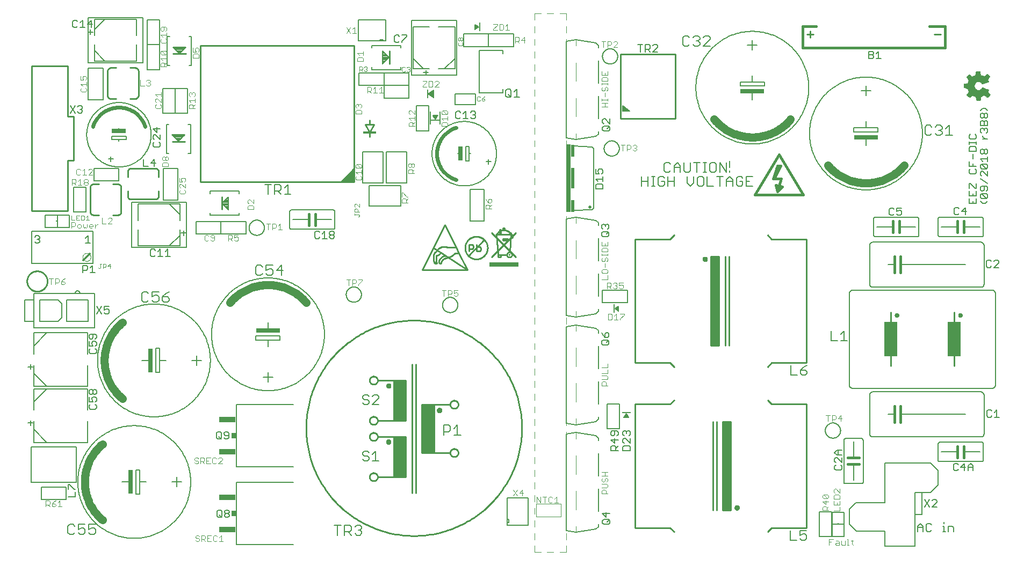
<source format=gto>
G75*
%MOIN*%
%OFA0B0*%
%FSLAX25Y25*%
%IPPOS*%
%LPD*%
%AMOC8*
5,1,8,0,0,1.08239X$1,22.5*
%
%ADD10R,0.00015X0.01485*%
%ADD11R,0.00015X0.00045*%
%ADD12R,0.00015X0.00105*%
%ADD13R,0.00015X0.00165*%
%ADD14R,0.00015X0.00225*%
%ADD15R,0.00015X0.00285*%
%ADD16R,0.00015X0.00345*%
%ADD17R,0.00015X0.00405*%
%ADD18R,0.00015X0.00435*%
%ADD19R,0.00015X0.00465*%
%ADD20R,0.00015X0.00495*%
%ADD21R,0.00015X0.00540*%
%ADD22R,0.00015X0.00585*%
%ADD23R,0.00015X0.00645*%
%ADD24R,0.00015X0.00150*%
%ADD25R,0.00015X0.00675*%
%ADD26R,0.00015X0.00195*%
%ADD27R,0.00015X0.00705*%
%ADD28R,0.00015X0.00240*%
%ADD29R,0.00015X0.00735*%
%ADD30R,0.00015X0.00270*%
%ADD31R,0.00015X0.00765*%
%ADD32R,0.00015X0.00300*%
%ADD33R,0.00015X0.00810*%
%ADD34R,0.00015X0.00360*%
%ADD35R,0.00015X0.00855*%
%ADD36R,0.00015X0.00435*%
%ADD37R,0.00015X0.00915*%
%ADD38R,0.00015X0.00465*%
%ADD39R,0.00015X0.00945*%
%ADD40R,0.00015X0.00960*%
%ADD41R,0.00015X0.00525*%
%ADD42R,0.00015X0.00990*%
%ADD43R,0.00015X0.00555*%
%ADD44R,0.00015X0.01035*%
%ADD45R,0.00015X0.00600*%
%ADD46R,0.00015X0.01080*%
%ADD47R,0.00015X0.01125*%
%ADD48R,0.00015X0.01170*%
%ADD49R,0.00015X0.00720*%
%ADD50R,0.00015X0.01200*%
%ADD51R,0.00015X0.00750*%
%ADD52R,0.00015X0.01230*%
%ADD53R,0.00015X0.00780*%
%ADD54R,0.00015X0.01260*%
%ADD55R,0.00015X0.00810*%
%ADD56R,0.00015X0.01305*%
%ADD57R,0.00015X0.01365*%
%ADD58R,0.00015X0.00900*%
%ADD59R,0.00015X0.01395*%
%ADD60R,0.00015X0.01440*%
%ADD61R,0.00015X0.01470*%
%ADD62R,0.00015X0.01005*%
%ADD63R,0.00015X0.01500*%
%ADD64R,0.00015X0.01020*%
%ADD65R,0.00015X0.01530*%
%ADD66R,0.00015X0.01065*%
%ADD67R,0.00015X0.01575*%
%ADD68R,0.00015X0.01095*%
%ADD69R,0.00015X0.01635*%
%ADD70R,0.00015X0.01155*%
%ADD71R,0.00015X0.01680*%
%ADD72R,0.00015X0.01200*%
%ADD73R,0.00015X0.01710*%
%ADD74R,0.00015X0.01230*%
%ADD75R,0.00015X0.01725*%
%ADD76R,0.00015X0.01245*%
%ADD77R,0.00015X0.01755*%
%ADD78R,0.00015X0.01275*%
%ADD79R,0.00015X0.01800*%
%ADD80R,0.00015X0.01320*%
%ADD81R,0.00015X0.01860*%
%ADD82R,0.00015X0.01905*%
%ADD83R,0.00015X0.01410*%
%ADD84R,0.00015X0.01935*%
%ADD85R,0.00015X0.01455*%
%ADD86R,0.00015X0.01965*%
%ADD87R,0.00015X0.01485*%
%ADD88R,0.00015X0.01995*%
%ADD89R,0.00015X0.01515*%
%ADD90R,0.00015X0.02040*%
%ADD91R,0.00015X0.01530*%
%ADD92R,0.00015X0.02070*%
%ADD93R,0.00015X0.01575*%
%ADD94R,0.00015X0.02115*%
%ADD95R,0.00015X0.01620*%
%ADD96R,0.00015X0.02160*%
%ADD97R,0.00015X0.01665*%
%ADD98R,0.00015X0.02190*%
%ADD99R,0.00015X0.00075*%
%ADD100R,0.00015X0.01695*%
%ADD101R,0.00015X0.02220*%
%ADD102R,0.00015X0.00105*%
%ADD103R,0.00015X0.02235*%
%ADD104R,0.00015X0.00135*%
%ADD105R,0.00015X0.01755*%
%ADD106R,0.00015X0.02280*%
%ADD107R,0.00015X0.00180*%
%ADD108R,0.00015X0.01785*%
%ADD109R,0.00015X0.02340*%
%ADD110R,0.00015X0.00240*%
%ADD111R,0.00015X0.01830*%
%ADD112R,0.00015X0.02385*%
%ADD113R,0.00015X0.01890*%
%ADD114R,0.00015X0.02415*%
%ADD115R,0.00015X0.00330*%
%ADD116R,0.00015X0.00120*%
%ADD117R,0.00015X0.01920*%
%ADD118R,0.00015X0.02430*%
%ADD119R,0.00015X0.00375*%
%ADD120R,0.00015X0.02460*%
%ADD121R,0.00015X0.00405*%
%ADD122R,0.00015X0.00195*%
%ADD123R,0.00015X0.01965*%
%ADD124R,0.00015X0.02505*%
%ADD125R,0.00015X0.00210*%
%ADD126R,0.00015X0.02010*%
%ADD127R,0.00015X0.02535*%
%ADD128R,0.00015X0.00480*%
%ADD129R,0.00015X0.02580*%
%ADD130R,0.00015X0.00540*%
%ADD131R,0.00015X0.02085*%
%ADD132R,0.00015X0.02625*%
%ADD133R,0.00015X0.02130*%
%ADD134R,0.00015X0.02670*%
%ADD135R,0.00015X0.00630*%
%ADD136R,0.00015X0.02700*%
%ADD137R,0.00015X0.00660*%
%ADD138R,0.00015X0.00450*%
%ADD139R,0.00015X0.02190*%
%ADD140R,0.00015X0.02715*%
%ADD141R,0.00015X0.02205*%
%ADD142R,0.00015X0.02745*%
%ADD143R,0.00015X0.00510*%
%ADD144R,0.00015X0.02235*%
%ADD145R,0.00015X0.02775*%
%ADD146R,0.00015X0.02820*%
%ADD147R,0.00015X0.02310*%
%ADD148R,0.00015X0.02880*%
%ADD149R,0.00015X0.00855*%
%ADD150R,0.00015X0.02355*%
%ADD151R,0.00015X0.02895*%
%ADD152R,0.00015X0.00870*%
%ADD153R,0.00015X0.00660*%
%ADD154R,0.00015X0.02925*%
%ADD155R,0.00015X0.00690*%
%ADD156R,0.00015X0.02970*%
%ADD157R,0.00015X0.03000*%
%ADD158R,0.00015X0.00750*%
%ADD159R,0.00015X0.03045*%
%ADD160R,0.00015X0.01005*%
%ADD161R,0.00015X0.00780*%
%ADD162R,0.00015X0.02505*%
%ADD163R,0.00015X0.03090*%
%ADD164R,0.00015X0.01050*%
%ADD165R,0.00015X0.00825*%
%ADD166R,0.00015X0.02550*%
%ADD167R,0.00015X0.03135*%
%ADD168R,0.00015X0.01095*%
%ADD169R,0.00015X0.00870*%
%ADD170R,0.00015X0.03165*%
%ADD171R,0.00015X0.01125*%
%ADD172R,0.00015X0.02625*%
%ADD173R,0.00015X0.03195*%
%ADD174R,0.00015X0.01140*%
%ADD175R,0.00015X0.00930*%
%ADD176R,0.00015X0.02655*%
%ADD177R,0.00015X0.03210*%
%ADD178R,0.00015X0.00960*%
%ADD179R,0.00015X0.03240*%
%ADD180R,0.00015X0.02700*%
%ADD181R,0.00015X0.03285*%
%ADD182R,0.00015X0.01245*%
%ADD183R,0.00015X0.02745*%
%ADD184R,0.00015X0.03330*%
%ADD185R,0.00015X0.02790*%
%ADD186R,0.00015X0.03360*%
%ADD187R,0.00015X0.01110*%
%ADD188R,0.00015X0.02835*%
%ADD189R,0.00015X0.03390*%
%ADD190R,0.00015X0.01335*%
%ADD191R,0.00015X0.01140*%
%ADD192R,0.00015X0.02865*%
%ADD193R,0.00015X0.03420*%
%ADD194R,0.00015X0.01155*%
%ADD195R,0.00015X0.04905*%
%ADD196R,0.00015X0.04920*%
%ADD197R,0.00015X0.02940*%
%ADD198R,0.00015X0.04950*%
%ADD199R,0.00015X0.02985*%
%ADD200R,0.00015X0.04965*%
%ADD201R,0.00015X0.01275*%
%ADD202R,0.00015X0.03015*%
%ADD203R,0.00015X0.04980*%
%ADD204R,0.00015X0.03045*%
%ADD205R,0.00015X0.05010*%
%ADD206R,0.00015X0.01335*%
%ADD207R,0.00015X0.03075*%
%ADD208R,0.00015X0.01350*%
%ADD209R,0.00015X0.03105*%
%ADD210R,0.00015X0.05040*%
%ADD211R,0.00015X0.01380*%
%ADD212R,0.00015X0.05040*%
%ADD213R,0.00015X0.01410*%
%ADD214R,0.00015X0.03180*%
%ADD215R,0.00015X0.05070*%
%ADD216R,0.00015X0.03225*%
%ADD217R,0.00015X0.03255*%
%ADD218R,0.00015X0.05085*%
%ADD219R,0.00015X0.01515*%
%ADD220R,0.00015X0.03300*%
%ADD221R,0.00015X0.05100*%
%ADD222R,0.00015X0.04935*%
%ADD223R,0.00015X0.05115*%
%ADD224R,0.00015X0.04995*%
%ADD225R,0.00015X0.05130*%
%ADD226R,0.00015X0.05010*%
%ADD227R,0.00015X0.05130*%
%ADD228R,0.00015X0.05010*%
%ADD229R,0.00015X0.05025*%
%ADD230R,0.00015X0.05040*%
%ADD231R,0.00015X0.05055*%
%ADD232R,0.00015X0.05130*%
%ADD233R,0.00015X0.05085*%
%ADD234R,0.00015X0.05115*%
%ADD235R,0.00015X0.05145*%
%ADD236R,0.00015X0.05160*%
%ADD237R,0.00015X0.05130*%
%ADD238R,0.00015X0.05190*%
%ADD239R,0.00015X0.05190*%
%ADD240R,0.00015X0.05205*%
%ADD241R,0.00015X0.05220*%
%ADD242R,0.00015X0.05070*%
%ADD243R,0.00015X0.05085*%
%ADD244R,0.00015X0.05205*%
%ADD245R,0.00015X0.05220*%
%ADD246R,0.00015X0.05055*%
%ADD247R,0.00015X0.05025*%
%ADD248R,0.00015X0.05205*%
%ADD249R,0.00015X0.05025*%
%ADD250R,0.00015X0.05190*%
%ADD251R,0.00015X0.05190*%
%ADD252R,0.00015X0.04995*%
%ADD253R,0.00015X0.05175*%
%ADD254R,0.00015X0.04950*%
%ADD255R,0.00015X0.05145*%
%ADD256R,0.00015X0.05145*%
%ADD257R,0.00015X0.04920*%
%ADD258R,0.00015X0.04905*%
%ADD259R,0.00015X0.04905*%
%ADD260R,0.00015X0.05115*%
%ADD261R,0.00015X0.04890*%
%ADD262R,0.00015X0.04890*%
%ADD263R,0.00015X0.04875*%
%ADD264R,0.00015X0.04845*%
%ADD265R,0.00015X0.04830*%
%ADD266R,0.00015X0.04830*%
%ADD267R,0.00015X0.05070*%
%ADD268R,0.00015X0.04830*%
%ADD269R,0.00015X0.04815*%
%ADD270R,0.00015X0.04800*%
%ADD271R,0.00015X0.04800*%
%ADD272R,0.00015X0.05010*%
%ADD273R,0.00015X0.04785*%
%ADD274R,0.00015X0.04770*%
%ADD275R,0.00015X0.04770*%
%ADD276R,0.00015X0.04755*%
%ADD277R,0.00015X0.04740*%
%ADD278R,0.00015X0.04725*%
%ADD279R,0.00015X0.04725*%
%ADD280R,0.00015X0.04980*%
%ADD281R,0.00015X0.04710*%
%ADD282R,0.00015X0.04725*%
%ADD283R,0.00015X0.04710*%
%ADD284R,0.00015X0.04695*%
%ADD285R,0.00015X0.04680*%
%ADD286R,0.00015X0.04695*%
%ADD287R,0.00015X0.04680*%
%ADD288R,0.00015X0.04905*%
%ADD289R,0.00015X0.04665*%
%ADD290R,0.00015X0.04650*%
%ADD291R,0.00015X0.04635*%
%ADD292R,0.00015X0.04620*%
%ADD293R,0.00015X0.04620*%
%ADD294R,0.00015X0.04890*%
%ADD295R,0.00015X0.04605*%
%ADD296R,0.00015X0.04605*%
%ADD297R,0.00015X0.04590*%
%ADD298R,0.00015X0.04845*%
%ADD299R,0.00015X0.04575*%
%ADD300R,0.00015X0.04590*%
%ADD301R,0.00015X0.04575*%
%ADD302R,0.00015X0.04845*%
%ADD303R,0.00015X0.04560*%
%ADD304R,0.00015X0.04545*%
%ADD305R,0.00015X0.04530*%
%ADD306R,0.00015X0.04515*%
%ADD307R,0.00015X0.04530*%
%ADD308R,0.00015X0.04500*%
%ADD309R,0.00015X0.04515*%
%ADD310R,0.00015X0.04785*%
%ADD311R,0.00015X0.04485*%
%ADD312R,0.00015X0.04755*%
%ADD313R,0.00015X0.04470*%
%ADD314R,0.00015X0.04740*%
%ADD315R,0.00015X0.04485*%
%ADD316R,0.00015X0.04755*%
%ADD317R,0.00015X0.04545*%
%ADD318R,0.00015X0.04695*%
%ADD319R,0.00015X0.04680*%
%ADD320R,0.00015X0.04665*%
%ADD321R,0.00015X0.04725*%
%ADD322R,0.00015X0.04680*%
%ADD323R,0.00015X0.04860*%
%ADD324R,0.00015X0.04740*%
%ADD325R,0.00015X0.04875*%
%ADD326R,0.00015X0.04965*%
%ADD327R,0.00015X0.04860*%
%ADD328R,0.00015X0.04995*%
%ADD329R,0.00015X0.04875*%
%ADD330R,0.00015X0.04980*%
%ADD331R,0.00015X0.05235*%
%ADD332R,0.00015X0.05235*%
%ADD333R,0.00015X0.05250*%
%ADD334R,0.00015X0.05280*%
%ADD335R,0.00015X0.05295*%
%ADD336R,0.00015X0.05325*%
%ADD337R,0.00015X0.05340*%
%ADD338R,0.00015X0.05235*%
%ADD339R,0.00015X0.05355*%
%ADD340R,0.00015X0.05370*%
%ADD341R,0.00015X0.05265*%
%ADD342R,0.00015X0.05370*%
%ADD343R,0.00015X0.05280*%
%ADD344R,0.00015X0.05385*%
%ADD345R,0.00015X0.05295*%
%ADD346R,0.00015X0.05400*%
%ADD347R,0.00015X0.05415*%
%ADD348R,0.00015X0.05310*%
%ADD349R,0.00015X0.05430*%
%ADD350R,0.00015X0.05445*%
%ADD351R,0.00015X0.05460*%
%ADD352R,0.00015X0.05355*%
%ADD353R,0.00015X0.05475*%
%ADD354R,0.00015X0.05505*%
%ADD355R,0.00015X0.05520*%
%ADD356R,0.00015X0.05535*%
%ADD357R,0.00015X0.05550*%
%ADD358R,0.00015X0.05550*%
%ADD359R,0.00015X0.05475*%
%ADD360R,0.00015X0.05490*%
%ADD361R,0.00015X0.05475*%
%ADD362R,0.00015X0.05385*%
%ADD363R,0.00015X0.05370*%
%ADD364R,0.00015X0.05325*%
%ADD365R,0.00015X0.05310*%
%ADD366R,0.00015X0.05265*%
%ADD367R,0.00015X0.05175*%
%ADD368R,0.00015X0.04980*%
%ADD369R,0.00015X0.04965*%
%ADD370R,0.00015X0.04860*%
%ADD371R,0.00015X0.04845*%
%ADD372R,0.00015X0.04815*%
%ADD373R,0.00015X0.04770*%
%ADD374R,0.00015X0.05295*%
%ADD375R,0.00015X0.04635*%
%ADD376R,0.00015X0.05610*%
%ADD377R,0.00015X0.05700*%
%ADD378R,0.00015X0.05760*%
%ADD379R,0.00015X0.05805*%
%ADD380R,0.00015X0.05850*%
%ADD381R,0.00015X0.05895*%
%ADD382R,0.00015X0.06000*%
%ADD383R,0.00015X0.06135*%
%ADD384R,0.00015X0.06225*%
%ADD385R,0.00015X0.06300*%
%ADD386R,0.00015X0.06330*%
%ADD387R,0.00015X0.06375*%
%ADD388R,0.00015X0.06450*%
%ADD389R,0.00015X0.06570*%
%ADD390R,0.00015X0.05565*%
%ADD391R,0.00015X0.06690*%
%ADD392R,0.00015X0.06735*%
%ADD393R,0.00015X0.05790*%
%ADD394R,0.00015X0.06765*%
%ADD395R,0.00015X0.05850*%
%ADD396R,0.00015X0.06780*%
%ADD397R,0.00015X0.05895*%
%ADD398R,0.00015X0.06795*%
%ADD399R,0.00015X0.05955*%
%ADD400R,0.00015X0.06810*%
%ADD401R,0.00015X0.06060*%
%ADD402R,0.00015X0.06195*%
%ADD403R,0.00015X0.06825*%
%ADD404R,0.00015X0.06330*%
%ADD405R,0.00015X0.06840*%
%ADD406R,0.00015X0.06390*%
%ADD407R,0.00015X0.06495*%
%ADD408R,0.00015X0.06840*%
%ADD409R,0.00015X0.06555*%
%ADD410R,0.00015X0.06825*%
%ADD411R,0.00015X0.06645*%
%ADD412R,0.00015X0.06825*%
%ADD413R,0.00015X0.06705*%
%ADD414R,0.00015X0.06705*%
%ADD415R,0.00015X0.06810*%
%ADD416R,0.00015X0.06720*%
%ADD417R,0.00015X0.06795*%
%ADD418R,0.00015X0.06750*%
%ADD419R,0.00015X0.06765*%
%ADD420R,0.00015X0.06795*%
%ADD421R,0.00015X0.06780*%
%ADD422R,0.00015X0.06780*%
%ADD423R,0.00015X0.06750*%
%ADD424R,0.00015X0.06720*%
%ADD425R,0.00015X0.06720*%
%ADD426R,0.00015X0.06705*%
%ADD427R,0.00015X0.06705*%
%ADD428R,0.00015X0.06690*%
%ADD429R,0.00015X0.06675*%
%ADD430R,0.00015X0.06690*%
%ADD431R,0.00015X0.06675*%
%ADD432R,0.00015X0.06675*%
%ADD433R,0.00015X0.06660*%
%ADD434R,0.00015X0.06675*%
%ADD435R,0.00015X0.06660*%
%ADD436R,0.00015X0.06660*%
%ADD437R,0.00015X0.06645*%
%ADD438R,0.00015X0.06630*%
%ADD439R,0.00015X0.06660*%
%ADD440R,0.00015X0.06630*%
%ADD441R,0.00015X0.06645*%
%ADD442R,0.00015X0.06735*%
%ADD443R,0.00015X0.06765*%
%ADD444R,0.00015X0.06780*%
%ADD445R,0.00015X0.06825*%
%ADD446R,0.00015X0.06855*%
%ADD447R,0.00015X0.06855*%
%ADD448R,0.00015X0.06870*%
%ADD449R,0.00015X0.06885*%
%ADD450R,0.00015X0.06525*%
%ADD451R,0.00015X0.06405*%
%ADD452R,0.00015X0.06255*%
%ADD453R,0.00015X0.06165*%
%ADD454R,0.00015X0.06870*%
%ADD455R,0.00015X0.06120*%
%ADD456R,0.00015X0.06885*%
%ADD457R,0.00015X0.06060*%
%ADD458R,0.00015X0.06015*%
%ADD459R,0.00015X0.05910*%
%ADD460R,0.00015X0.05670*%
%ADD461R,0.00015X0.05595*%
%ADD462R,0.00015X0.06585*%
%ADD463R,0.00015X0.05160*%
%ADD464R,0.00015X0.06390*%
%ADD465R,0.00015X0.05025*%
%ADD466R,0.00015X0.06330*%
%ADD467R,0.00015X0.06075*%
%ADD468R,0.00015X0.05820*%
%ADD469R,0.00015X0.05775*%
%ADD470R,0.00015X0.05685*%
%ADD471R,0.00015X0.05460*%
%ADD472R,0.00015X0.04860*%
%ADD473R,0.00015X0.04935*%
%ADD474R,0.00015X0.05160*%
%ADD475R,0.00015X0.05325*%
%ADD476R,0.00015X0.05340*%
%ADD477R,0.00015X0.05355*%
%ADD478R,0.00015X0.05430*%
%ADD479R,0.00015X0.05535*%
%ADD480R,0.00015X0.05595*%
%ADD481R,0.00015X0.05640*%
%ADD482R,0.00015X0.05640*%
%ADD483R,0.00015X0.05670*%
%ADD484R,0.00015X0.05685*%
%ADD485R,0.00015X0.05700*%
%ADD486R,0.00015X0.05715*%
%ADD487R,0.00015X0.05715*%
%ADD488R,0.00015X0.05730*%
%ADD489R,0.00015X0.05745*%
%ADD490R,0.00015X0.05760*%
%ADD491R,0.00015X0.06000*%
%ADD492R,0.00015X0.06105*%
%ADD493R,0.00015X0.06180*%
%ADD494R,0.00015X0.06210*%
%ADD495R,0.00015X0.12690*%
%ADD496R,0.00015X0.12675*%
%ADD497R,0.00015X0.12660*%
%ADD498R,0.00015X0.12660*%
%ADD499R,0.00015X0.12645*%
%ADD500R,0.00015X0.12615*%
%ADD501R,0.00015X0.12600*%
%ADD502R,0.00015X0.12585*%
%ADD503R,0.00015X0.12555*%
%ADD504R,0.00015X0.12540*%
%ADD505R,0.00015X0.12525*%
%ADD506R,0.00015X0.12510*%
%ADD507R,0.00015X0.12510*%
%ADD508R,0.00015X0.12480*%
%ADD509R,0.00015X0.12450*%
%ADD510R,0.00015X0.12435*%
%ADD511R,0.00015X0.12420*%
%ADD512R,0.00015X0.12390*%
%ADD513R,0.00015X0.12375*%
%ADD514R,0.00015X0.12360*%
%ADD515R,0.00015X0.12330*%
%ADD516R,0.00015X0.12300*%
%ADD517R,0.00015X0.12285*%
%ADD518R,0.00015X0.12270*%
%ADD519R,0.00015X0.12255*%
%ADD520R,0.00015X0.12240*%
%ADD521R,0.00015X0.12225*%
%ADD522R,0.00015X0.12195*%
%ADD523R,0.00015X0.12165*%
%ADD524R,0.00015X0.12150*%
%ADD525R,0.00015X0.12135*%
%ADD526R,0.00015X0.12120*%
%ADD527R,0.00015X0.12090*%
%ADD528R,0.00015X0.12075*%
%ADD529R,0.00015X0.12060*%
%ADD530R,0.00015X0.12045*%
%ADD531R,0.00015X0.12015*%
%ADD532R,0.00015X0.12000*%
%ADD533R,0.00015X0.11985*%
%ADD534R,0.00015X0.11955*%
%ADD535R,0.00015X0.11940*%
%ADD536R,0.00015X0.11925*%
%ADD537R,0.00015X0.11910*%
%ADD538R,0.00015X0.11910*%
%ADD539R,0.00015X0.11880*%
%ADD540R,0.00015X0.11850*%
%ADD541R,0.00015X0.11835*%
%ADD542R,0.00015X0.11805*%
%ADD543R,0.00015X0.11775*%
%ADD544R,0.00015X0.11760*%
%ADD545R,0.00015X0.11745*%
%ADD546R,0.00015X0.11730*%
%ADD547R,0.00015X0.11700*%
%ADD548R,0.00015X0.11700*%
%ADD549R,0.00015X0.11685*%
%ADD550R,0.00015X0.11655*%
%ADD551R,0.00015X0.11640*%
%ADD552R,0.00015X0.11625*%
%ADD553R,0.00015X0.11625*%
%ADD554R,0.00015X0.11670*%
%ADD555R,0.00015X0.11715*%
%ADD556R,0.00015X0.11790*%
%ADD557R,0.00015X0.11820*%
%ADD558R,0.00015X0.11820*%
%ADD559R,0.00015X0.11880*%
%ADD560R,0.00015X0.11895*%
%ADD561R,0.00015X0.11970*%
%ADD562R,0.00015X0.12045*%
%ADD563R,0.00015X0.12075*%
%ADD564R,0.00015X0.12105*%
%ADD565R,0.00015X0.12135*%
%ADD566R,0.00015X0.12165*%
%ADD567R,0.00015X0.12180*%
%ADD568R,0.00015X0.12195*%
%ADD569R,0.00015X0.12210*%
%ADD570R,0.00015X0.12225*%
%ADD571R,0.00015X0.12255*%
%ADD572R,0.00015X0.12360*%
%ADD573R,0.00015X0.12390*%
%ADD574R,0.00015X0.12405*%
%ADD575R,0.00015X0.12435*%
%ADD576R,0.00015X0.12480*%
%ADD577R,0.00015X0.12480*%
%ADD578R,0.00015X0.12510*%
%ADD579R,0.00015X0.12570*%
%ADD580R,0.00015X0.12630*%
%ADD581R,0.00015X0.12675*%
%ADD582R,0.00015X0.12705*%
%ADD583R,0.00015X0.12735*%
%ADD584R,0.00015X0.12750*%
%ADD585R,0.00015X0.12780*%
%ADD586R,0.00015X0.12795*%
%ADD587R,0.00015X0.12810*%
%ADD588R,0.00015X0.12840*%
%ADD589R,0.00015X0.12855*%
%ADD590R,0.00015X0.12885*%
%ADD591R,0.00015X0.12900*%
%ADD592R,0.00015X0.12915*%
%ADD593R,0.00015X0.12945*%
%ADD594R,0.00015X0.12960*%
%ADD595R,0.00015X0.12990*%
%ADD596R,0.00015X0.13005*%
%ADD597R,0.00015X0.13020*%
%ADD598R,0.00015X0.13035*%
%ADD599R,0.00015X0.13065*%
%ADD600R,0.00015X0.13080*%
%ADD601R,0.00015X0.13110*%
%ADD602R,0.00015X0.13125*%
%ADD603R,0.00015X0.13155*%
%ADD604R,0.00015X0.13170*%
%ADD605R,0.00015X0.13200*%
%ADD606R,0.00015X0.13230*%
%ADD607R,0.00015X0.13260*%
%ADD608R,0.00015X0.13290*%
%ADD609R,0.00015X0.13320*%
%ADD610R,0.00015X0.13350*%
%ADD611R,0.00015X0.13365*%
%ADD612R,0.00015X0.13395*%
%ADD613R,0.00015X0.13425*%
%ADD614R,0.00015X0.13455*%
%ADD615R,0.00015X0.13470*%
%ADD616R,0.00015X0.13500*%
%ADD617R,0.00015X0.13530*%
%ADD618R,0.00015X0.13560*%
%ADD619R,0.00015X0.13575*%
%ADD620R,0.00015X0.13605*%
%ADD621R,0.00015X0.13635*%
%ADD622R,0.00015X0.13650*%
%ADD623R,0.00015X0.13680*%
%ADD624R,0.00015X0.13695*%
%ADD625R,0.00015X0.13725*%
%ADD626R,0.00015X0.13740*%
%ADD627R,0.00015X0.13770*%
%ADD628R,0.00015X0.13785*%
%ADD629R,0.00015X0.13800*%
%ADD630R,0.00015X0.13830*%
%ADD631R,0.00015X0.13860*%
%ADD632R,0.00015X0.13875*%
%ADD633R,0.00015X0.13905*%
%ADD634R,0.00015X0.13935*%
%ADD635R,0.00015X0.13950*%
%ADD636R,0.00015X0.13980*%
%ADD637R,0.00015X0.14010*%
%ADD638R,0.00015X0.14025*%
%ADD639R,0.00015X0.14055*%
%ADD640R,0.00015X0.14070*%
%ADD641R,0.00015X0.14085*%
%ADD642R,0.00015X0.14115*%
%ADD643R,0.00015X0.14145*%
%ADD644R,0.00015X0.14160*%
%ADD645R,0.00015X0.14190*%
%ADD646R,0.00015X0.14205*%
%ADD647R,0.00015X0.14220*%
%ADD648R,0.00015X0.14235*%
%ADD649R,0.00015X0.14265*%
%ADD650R,0.00015X0.14280*%
%ADD651R,0.00015X0.14295*%
%ADD652R,0.00015X0.14295*%
%ADD653R,0.00015X0.14250*%
%ADD654R,0.00015X0.14205*%
%ADD655R,0.00015X0.14175*%
%ADD656R,0.00015X0.14160*%
%ADD657R,0.00015X0.14130*%
%ADD658R,0.00015X0.14100*%
%ADD659R,0.00015X0.14040*%
%ADD660R,0.00015X0.14010*%
%ADD661R,0.00015X0.03465*%
%ADD662R,0.00015X0.10440*%
%ADD663R,0.00015X0.03420*%
%ADD664R,0.00015X0.10395*%
%ADD665R,0.00015X0.03375*%
%ADD666R,0.00015X0.10335*%
%ADD667R,0.00015X0.03570*%
%ADD668R,0.00015X0.06600*%
%ADD669R,0.00015X0.03525*%
%ADD670R,0.00015X0.03270*%
%ADD671R,0.00015X0.03495*%
%ADD672R,0.00015X0.03210*%
%ADD673R,0.00015X0.06480*%
%ADD674R,0.00015X0.03435*%
%ADD675R,0.00015X0.03165*%
%ADD676R,0.00015X0.03390*%
%ADD677R,0.00015X0.03120*%
%ADD678R,0.00015X0.06315*%
%ADD679R,0.00015X0.03345*%
%ADD680R,0.00015X0.03090*%
%ADD681R,0.00015X0.03075*%
%ADD682R,0.00015X0.06225*%
%ADD683R,0.00015X0.03270*%
%ADD684R,0.00015X0.06180*%
%ADD685R,0.00015X0.02970*%
%ADD686R,0.00015X0.06075*%
%ADD687R,0.00015X0.03195*%
%ADD688R,0.00015X0.02925*%
%ADD689R,0.00015X0.05985*%
%ADD690R,0.00015X0.03135*%
%ADD691R,0.00015X0.02850*%
%ADD692R,0.00015X0.05835*%
%ADD693R,0.00015X0.03030*%
%ADD694R,0.00015X0.02805*%
%ADD695R,0.00015X0.02730*%
%ADD696R,0.00015X0.05625*%
%ADD697R,0.00015X0.02925*%
%ADD698R,0.00015X0.02640*%
%ADD699R,0.00015X0.02595*%
%ADD700R,0.00015X0.02565*%
%ADD701R,0.00015X0.02760*%
%ADD702R,0.00015X0.02520*%
%ADD703R,0.00015X0.02730*%
%ADD704R,0.00015X0.02475*%
%ADD705R,0.00015X0.02685*%
%ADD706R,0.00015X0.02445*%
%ADD707R,0.00015X0.02400*%
%ADD708R,0.00015X0.02370*%
%ADD709R,0.00015X0.02565*%
%ADD710R,0.00015X0.02340*%
%ADD711R,0.00015X0.02325*%
%ADD712R,0.00015X0.02505*%
%ADD713R,0.00015X0.02280*%
%ADD714R,0.00015X0.02460*%
%ADD715R,0.00015X0.04560*%
%ADD716R,0.00015X0.02190*%
%ADD717R,0.00015X0.04440*%
%ADD718R,0.00015X0.02370*%
%ADD719R,0.00015X0.02145*%
%ADD720R,0.00015X0.04365*%
%ADD721R,0.00015X0.04320*%
%ADD722R,0.00015X0.02310*%
%ADD723R,0.00015X0.02100*%
%ADD724R,0.00015X0.04260*%
%ADD725R,0.00015X0.04200*%
%ADD726R,0.00015X0.02265*%
%ADD727R,0.00015X0.02040*%
%ADD728R,0.00015X0.04095*%
%ADD729R,0.00015X0.02220*%
%ADD730R,0.00015X0.03915*%
%ADD731R,0.00015X0.02175*%
%ADD732R,0.00015X0.03765*%
%ADD733R,0.00015X0.03675*%
%ADD734R,0.00015X0.01890*%
%ADD735R,0.00015X0.03615*%
%ADD736R,0.00015X0.02055*%
%ADD737R,0.00015X0.01860*%
%ADD738R,0.00015X0.03555*%
%ADD739R,0.00015X0.01815*%
%ADD740R,0.00015X0.03450*%
%ADD741R,0.00015X0.01725*%
%ADD742R,0.00015X0.03315*%
%ADD743R,0.00015X0.01905*%
%ADD744R,0.00015X0.01680*%
%ADD745R,0.00015X0.01650*%
%ADD746R,0.00015X0.01620*%
%ADD747R,0.00015X0.01590*%
%ADD748R,0.00015X0.01770*%
%ADD749R,0.00015X0.01560*%
%ADD750R,0.00015X0.03240*%
%ADD751R,0.00015X0.01740*%
%ADD752R,0.00015X0.01665*%
%ADD753R,0.00015X0.01455*%
%ADD754R,0.00015X0.01635*%
%ADD755R,0.00015X0.01410*%
%ADD756R,0.00015X0.01395*%
%ADD757R,0.00015X0.01365*%
%ADD758R,0.00015X0.01335*%
%ADD759R,0.00015X0.01290*%
%ADD760R,0.00015X0.03210*%
%ADD761R,0.00015X0.01455*%
%ADD762R,0.00015X0.01185*%
%ADD763R,0.00015X0.01290*%
%ADD764R,0.00015X0.01110*%
%ADD765R,0.00015X0.01260*%
%ADD766R,0.00015X0.03180*%
%ADD767R,0.00015X0.00975*%
%ADD768R,0.00015X0.03150*%
%ADD769R,0.00015X0.00885*%
%ADD770R,0.00015X0.03150*%
%ADD771R,0.00015X0.01050*%
%ADD772R,0.00015X0.00795*%
%ADD773R,0.00015X0.00885*%
%ADD774R,0.00015X0.00690*%
%ADD775R,0.00015X0.00840*%
%ADD776R,0.00015X0.00570*%
%ADD777R,0.00015X0.00525*%
%ADD778R,0.00015X0.03105*%
%ADD779R,0.00015X0.00660*%
%ADD780R,0.00015X0.00615*%
%ADD781R,0.00015X0.00420*%
%ADD782R,0.00015X0.00555*%
%ADD783R,0.00015X0.00390*%
%ADD784R,0.00015X0.00525*%
%ADD785R,0.00015X0.00360*%
%ADD786R,0.00015X0.00495*%
%ADD787R,0.00015X0.03075*%
%ADD788R,0.00015X0.00450*%
%ADD789R,0.00015X0.00225*%
%ADD790R,0.00015X0.00345*%
%ADD791R,0.00015X0.00255*%
%ADD792R,0.00015X0.03060*%
%ADD793R,0.00015X0.00180*%
%ADD794R,0.00015X0.00075*%
%ADD795R,0.00015X0.03000*%
%ADD796R,0.00015X0.02955*%
%ADD797R,0.00015X0.02940*%
%ADD798R,0.00015X0.02940*%
%ADD799R,0.00015X0.02910*%
%ADD800R,0.00015X0.02910*%
%ADD801R,0.00015X0.02865*%
%ADD802R,0.00015X0.02805*%
%ADD803R,0.00015X0.02775*%
%ADD804R,0.00015X0.02760*%
%ADD805R,0.00015X0.02655*%
%ADD806R,0.00015X0.02640*%
%ADD807R,0.00015X0.02610*%
%ADD808R,0.00015X0.02595*%
%ADD809R,0.00015X0.02535*%
%ADD810R,0.00015X0.02475*%
%ADD811R,0.00015X0.02175*%
%ADD812R,0.00015X0.01575*%
%ADD813C,0.00500*%
%ADD814C,0.01600*%
%ADD815C,0.00400*%
%ADD816C,0.00700*%
%ADD817C,0.00600*%
%ADD818C,0.00394*%
%ADD819C,0.01000*%
%ADD820R,0.07874X0.21654*%
%ADD821C,0.01378*%
%ADD822C,0.00200*%
%ADD823R,0.00787X0.05512*%
%ADD824C,0.02000*%
%ADD825R,0.03000X0.42000*%
%ADD826R,0.02000X0.07500*%
%ADD827R,0.02000X0.13000*%
%ADD828R,0.05512X0.00787*%
%ADD829C,0.01500*%
%ADD830R,0.04724X0.55118*%
%ADD831C,0.00800*%
%ADD832R,0.03000X0.03400*%
%ADD833R,0.10196X0.03544*%
%ADD834C,0.05000*%
%ADD835R,0.15000X0.02500*%
%ADD836R,0.02500X0.15000*%
%ADD837R,0.07500X0.25000*%
%ADD838R,0.07500X0.30000*%
%ADD839C,0.00300*%
%ADD840R,0.18000X0.03000*%
%ADD841R,0.00787X0.00787*%
%ADD842C,0.01200*%
%ADD843R,0.08268X0.01181*%
%ADD844R,0.09000X0.02500*%
%ADD845C,0.02400*%
%ADD846R,0.02500X0.09000*%
D10*
X0617977Y0301775D03*
D11*
X0623686Y0298885D03*
X0622816Y0307090D03*
X0623522Y0310270D03*
D12*
X0623672Y0298885D03*
D13*
X0623657Y0298885D03*
D14*
X0623642Y0298885D03*
D15*
X0623627Y0298885D03*
X0609242Y0298975D03*
D16*
X0623612Y0298885D03*
X0622727Y0307135D03*
D17*
X0622712Y0307150D03*
X0623597Y0298885D03*
D18*
X0623582Y0298885D03*
D19*
X0623566Y0298885D03*
D20*
X0623551Y0298885D03*
X0623386Y0310270D03*
D21*
X0623536Y0298893D03*
D22*
X0623522Y0298900D03*
X0622712Y0301915D03*
X0622622Y0307225D03*
D23*
X0622607Y0307240D03*
X0623327Y0310255D03*
X0623507Y0298900D03*
D24*
X0622786Y0307082D03*
X0623507Y0310277D03*
D25*
X0623312Y0310255D03*
X0622666Y0301885D03*
X0623492Y0298900D03*
D26*
X0623492Y0310270D03*
D27*
X0622562Y0307270D03*
X0622651Y0301870D03*
X0623477Y0298900D03*
D28*
X0623477Y0310278D03*
D29*
X0623462Y0298900D03*
D30*
X0622742Y0307113D03*
X0623462Y0310278D03*
D31*
X0622636Y0301855D03*
X0623447Y0298900D03*
D32*
X0622816Y0302013D03*
X0623447Y0310278D03*
X0609197Y0309902D03*
D33*
X0623432Y0298907D03*
D34*
X0623432Y0310278D03*
D35*
X0623236Y0310240D03*
X0623416Y0298915D03*
D36*
X0622757Y0301975D03*
X0622697Y0307165D03*
X0623416Y0310270D03*
D37*
X0622486Y0307330D03*
X0622562Y0301795D03*
X0623401Y0298915D03*
X0609497Y0299005D03*
D38*
X0609316Y0298990D03*
X0623401Y0310270D03*
D39*
X0623207Y0310240D03*
X0622547Y0301780D03*
X0623386Y0298915D03*
X0607322Y0304300D03*
X0609436Y0309880D03*
D40*
X0623372Y0298922D03*
D41*
X0623372Y0310270D03*
D42*
X0623192Y0310232D03*
X0622442Y0307353D03*
X0623357Y0298923D03*
X0609451Y0309873D03*
D43*
X0623357Y0310270D03*
D44*
X0623342Y0298930D03*
D45*
X0609362Y0298998D03*
X0623342Y0310263D03*
D46*
X0622412Y0307382D03*
X0623327Y0298923D03*
X0609497Y0309873D03*
D47*
X0623312Y0298930D03*
D48*
X0623297Y0298937D03*
X0622457Y0301713D03*
X0622351Y0307413D03*
X0609527Y0309857D03*
D49*
X0609347Y0309888D03*
X0623297Y0310247D03*
D50*
X0623282Y0298937D03*
D51*
X0623282Y0310247D03*
D52*
X0609542Y0309857D03*
X0609616Y0299028D03*
X0623266Y0298937D03*
D53*
X0623266Y0310247D03*
X0609377Y0309888D03*
D54*
X0623251Y0298938D03*
D55*
X0622622Y0301832D03*
X0623251Y0310247D03*
X0609392Y0309888D03*
D56*
X0622292Y0307465D03*
X0623236Y0298945D03*
D57*
X0623222Y0298945D03*
X0622366Y0301645D03*
X0623027Y0310210D03*
D58*
X0623222Y0310233D03*
X0622577Y0301802D03*
D59*
X0623207Y0298945D03*
D60*
X0623192Y0298953D03*
D61*
X0623177Y0298953D03*
X0622201Y0307503D03*
D62*
X0623177Y0310225D03*
D63*
X0609647Y0309843D03*
X0609722Y0299043D03*
X0623162Y0298952D03*
D64*
X0609527Y0299012D03*
X0609466Y0309873D03*
X0623162Y0310232D03*
D65*
X0623147Y0298953D03*
D66*
X0623147Y0310225D03*
D67*
X0623132Y0298960D03*
D68*
X0623132Y0310225D03*
D69*
X0623116Y0298960D03*
D70*
X0623116Y0310225D03*
D71*
X0623101Y0298968D03*
D72*
X0622442Y0301713D03*
X0622336Y0307428D03*
X0623101Y0310218D03*
D73*
X0623086Y0298968D03*
D74*
X0623086Y0310218D03*
D75*
X0622877Y0310180D03*
X0623072Y0298975D03*
D76*
X0623072Y0310210D03*
D77*
X0623057Y0298975D03*
D78*
X0622412Y0301675D03*
X0623057Y0310210D03*
D79*
X0609766Y0309828D03*
X0623042Y0298968D03*
D80*
X0622397Y0301668D03*
X0623042Y0310203D03*
X0609586Y0309858D03*
D81*
X0623027Y0298982D03*
D82*
X0623012Y0298990D03*
X0609886Y0299065D03*
D83*
X0623012Y0310203D03*
D84*
X0622786Y0310165D03*
X0622997Y0298990D03*
X0609901Y0299065D03*
X0607351Y0304480D03*
D85*
X0622216Y0307495D03*
X0622997Y0310195D03*
D86*
X0622982Y0298990D03*
D87*
X0622982Y0310195D03*
D88*
X0622966Y0298990D03*
X0609916Y0299065D03*
D89*
X0622966Y0310195D03*
D90*
X0622742Y0310157D03*
X0609857Y0309813D03*
X0622951Y0298998D03*
D91*
X0622951Y0310187D03*
X0609662Y0309843D03*
D92*
X0609947Y0299072D03*
X0622936Y0298998D03*
D93*
X0622936Y0310195D03*
D94*
X0622922Y0299005D03*
D95*
X0622922Y0310188D03*
D96*
X0622697Y0310143D03*
X0622907Y0299013D03*
D97*
X0622907Y0310180D03*
D98*
X0622892Y0299013D03*
D99*
X0622892Y0302065D03*
D100*
X0622892Y0310180D03*
D101*
X0622877Y0299012D03*
D102*
X0622877Y0302065D03*
D103*
X0622862Y0299020D03*
X0610022Y0299080D03*
X0607397Y0304495D03*
D104*
X0622862Y0302065D03*
D105*
X0622862Y0310180D03*
D106*
X0622636Y0310128D03*
X0622847Y0299028D03*
D107*
X0622847Y0302043D03*
D108*
X0622847Y0310180D03*
X0609827Y0299050D03*
D109*
X0622832Y0299028D03*
D110*
X0622832Y0302028D03*
D111*
X0622832Y0310172D03*
X0609782Y0309828D03*
D112*
X0622592Y0310120D03*
X0622816Y0299035D03*
D113*
X0622816Y0310173D03*
D114*
X0622577Y0310120D03*
X0610022Y0309775D03*
X0622801Y0299035D03*
D115*
X0622801Y0301998D03*
X0609257Y0298983D03*
D116*
X0609212Y0298982D03*
X0622801Y0307082D03*
D117*
X0622801Y0310173D03*
D118*
X0622562Y0310113D03*
X0622786Y0299043D03*
X0607472Y0304487D03*
D119*
X0622786Y0301990D03*
D120*
X0622772Y0299043D03*
X0622547Y0310113D03*
D121*
X0622772Y0301990D03*
D122*
X0622772Y0307090D03*
D123*
X0622772Y0310165D03*
X0609827Y0309820D03*
D124*
X0622757Y0299050D03*
D125*
X0622757Y0307097D03*
D126*
X0622757Y0310157D03*
X0609842Y0309813D03*
D127*
X0610066Y0309760D03*
X0607727Y0304480D03*
X0607712Y0304480D03*
X0607697Y0304480D03*
X0607666Y0304480D03*
X0622742Y0299050D03*
D128*
X0622742Y0301968D03*
X0622666Y0307173D03*
X0609257Y0309903D03*
D129*
X0610097Y0309753D03*
X0607801Y0304488D03*
X0622501Y0310097D03*
X0622727Y0299058D03*
D130*
X0622727Y0301938D03*
X0622636Y0307203D03*
D131*
X0622727Y0310150D03*
X0609886Y0309805D03*
D132*
X0622712Y0299065D03*
D133*
X0609977Y0299072D03*
X0609901Y0309798D03*
X0622712Y0310143D03*
D134*
X0622457Y0310083D03*
X0608012Y0304472D03*
X0607997Y0304472D03*
X0610216Y0299133D03*
X0622697Y0299072D03*
D135*
X0622697Y0301907D03*
X0609377Y0298998D03*
D136*
X0608132Y0304472D03*
X0622682Y0299072D03*
D137*
X0622682Y0301893D03*
D138*
X0622682Y0307173D03*
D139*
X0622682Y0310143D03*
D140*
X0608236Y0304480D03*
X0608222Y0304480D03*
X0608207Y0304480D03*
X0608192Y0304480D03*
X0608177Y0304480D03*
X0622666Y0299080D03*
D141*
X0622666Y0310135D03*
D142*
X0608312Y0304480D03*
X0622651Y0299080D03*
D143*
X0622651Y0307188D03*
D144*
X0622651Y0310135D03*
D145*
X0610172Y0309730D03*
X0610247Y0299140D03*
X0622636Y0299080D03*
D146*
X0622622Y0299088D03*
X0610277Y0299147D03*
X0608477Y0304473D03*
X0608462Y0304473D03*
D147*
X0622622Y0310128D03*
D148*
X0622366Y0310068D03*
X0610216Y0309723D03*
X0608686Y0304473D03*
X0608672Y0304473D03*
X0608657Y0304473D03*
X0608642Y0304473D03*
X0608627Y0304473D03*
X0608612Y0304473D03*
X0608597Y0304473D03*
X0610307Y0299147D03*
X0622607Y0299088D03*
D149*
X0622607Y0301810D03*
D150*
X0622607Y0310120D03*
D151*
X0622351Y0310060D03*
X0622592Y0299095D03*
D152*
X0622592Y0301803D03*
D153*
X0622592Y0307248D03*
X0609392Y0298998D03*
D154*
X0622577Y0299095D03*
D155*
X0622577Y0307263D03*
D156*
X0622562Y0299103D03*
D157*
X0622547Y0299102D03*
X0609047Y0304457D03*
X0609016Y0304457D03*
X0609001Y0304457D03*
X0610262Y0309707D03*
D158*
X0609362Y0309888D03*
X0622547Y0307277D03*
X0609422Y0298997D03*
D159*
X0622532Y0299110D03*
D160*
X0622532Y0301765D03*
D161*
X0622532Y0307293D03*
D162*
X0622532Y0310105D03*
D163*
X0609286Y0304473D03*
X0609272Y0304473D03*
X0609257Y0304473D03*
X0622516Y0299118D03*
D164*
X0622516Y0301743D03*
X0622427Y0307368D03*
X0609542Y0299012D03*
D165*
X0609451Y0299005D03*
X0622516Y0307315D03*
D166*
X0622516Y0310097D03*
X0607742Y0304488D03*
D167*
X0609392Y0304465D03*
X0609407Y0304465D03*
X0609422Y0304465D03*
X0609436Y0304465D03*
X0609451Y0304465D03*
X0622247Y0310030D03*
X0622501Y0299125D03*
D168*
X0622501Y0301735D03*
D169*
X0622501Y0307322D03*
X0609466Y0298998D03*
D170*
X0609512Y0304450D03*
X0609527Y0304450D03*
X0622486Y0299125D03*
D171*
X0622486Y0301735D03*
X0609572Y0299020D03*
X0609512Y0309865D03*
D172*
X0610112Y0309745D03*
X0607907Y0304480D03*
X0607892Y0304480D03*
X0607877Y0304480D03*
X0610186Y0299125D03*
X0622486Y0310090D03*
D173*
X0622472Y0299125D03*
D174*
X0622472Y0301728D03*
D175*
X0622472Y0307337D03*
D176*
X0622472Y0310090D03*
X0607966Y0304480D03*
X0607951Y0304480D03*
X0607936Y0304480D03*
D177*
X0622457Y0299132D03*
D178*
X0622457Y0307338D03*
D179*
X0622442Y0299132D03*
D180*
X0608162Y0304472D03*
X0608147Y0304472D03*
X0608116Y0304472D03*
X0608101Y0304472D03*
X0622442Y0310083D03*
D181*
X0609797Y0304465D03*
X0622427Y0299140D03*
D182*
X0622427Y0301690D03*
X0622322Y0307435D03*
D183*
X0622427Y0310075D03*
D184*
X0622412Y0299148D03*
X0610501Y0299193D03*
D185*
X0608416Y0304473D03*
X0608401Y0304473D03*
X0622412Y0310068D03*
D186*
X0609827Y0304472D03*
X0622397Y0299148D03*
D187*
X0622397Y0307397D03*
D188*
X0622397Y0310060D03*
X0610201Y0309730D03*
X0608507Y0304465D03*
X0608492Y0304465D03*
D189*
X0622382Y0299147D03*
D190*
X0622382Y0301660D03*
D191*
X0622382Y0307398D03*
D192*
X0622382Y0310060D03*
X0608582Y0304465D03*
D193*
X0622366Y0299147D03*
D194*
X0622366Y0307405D03*
X0609586Y0299020D03*
D195*
X0617957Y0300055D03*
X0618227Y0300295D03*
X0621301Y0300265D03*
X0622351Y0299875D03*
X0620612Y0308590D03*
X0620642Y0308605D03*
X0622172Y0309205D03*
D196*
X0620792Y0308688D03*
X0620762Y0308673D03*
X0620747Y0308673D03*
X0620716Y0308658D03*
X0618286Y0308612D03*
X0614522Y0308597D03*
X0614507Y0308582D03*
X0614492Y0308568D03*
X0614851Y0300047D03*
X0618242Y0300303D03*
X0618257Y0300318D03*
X0621377Y0300212D03*
X0621407Y0300197D03*
X0621436Y0300182D03*
X0622336Y0299868D03*
D197*
X0622336Y0310053D03*
D198*
X0622142Y0309212D03*
X0620822Y0308703D03*
X0619427Y0308177D03*
X0614462Y0308553D03*
X0614477Y0300393D03*
X0618286Y0300332D03*
X0618301Y0300347D03*
X0619592Y0300843D03*
X0619607Y0300843D03*
X0621466Y0300168D03*
X0622322Y0299868D03*
D199*
X0608986Y0304465D03*
X0622322Y0310045D03*
D200*
X0622127Y0309220D03*
X0620851Y0308725D03*
X0620836Y0308710D03*
X0619412Y0308170D03*
X0614447Y0308530D03*
X0614447Y0300415D03*
X0614462Y0300400D03*
X0617942Y0300010D03*
X0621497Y0300145D03*
X0621512Y0300145D03*
X0622307Y0299860D03*
D201*
X0622307Y0307450D03*
D202*
X0622307Y0310030D03*
X0610351Y0299170D03*
D203*
X0614866Y0300018D03*
X0618316Y0300362D03*
X0621527Y0300138D03*
X0621557Y0300123D03*
X0622292Y0299853D03*
X0620866Y0308732D03*
X0620897Y0308747D03*
X0620912Y0308747D03*
X0620927Y0308762D03*
D204*
X0622292Y0310030D03*
X0610292Y0309700D03*
X0609136Y0304465D03*
X0609122Y0304465D03*
X0609107Y0304465D03*
X0610366Y0299170D03*
D205*
X0614401Y0300438D03*
X0622262Y0299853D03*
X0622277Y0299853D03*
X0621062Y0308838D03*
X0618377Y0308538D03*
D206*
X0622277Y0307465D03*
D207*
X0622277Y0310030D03*
D208*
X0622262Y0307473D03*
X0609601Y0309858D03*
D209*
X0609377Y0304465D03*
X0609362Y0304465D03*
X0609347Y0304465D03*
X0609316Y0304465D03*
X0609301Y0304465D03*
X0622262Y0310030D03*
D210*
X0621122Y0308868D03*
X0621107Y0308853D03*
X0621707Y0300032D03*
X0621722Y0300032D03*
X0621736Y0300018D03*
X0622247Y0299853D03*
X0614386Y0300453D03*
X0614372Y0300468D03*
D211*
X0622247Y0307473D03*
D212*
X0622232Y0299853D03*
D213*
X0622232Y0307488D03*
D214*
X0622232Y0310023D03*
D215*
X0621766Y0300003D03*
X0622201Y0299853D03*
X0622216Y0299853D03*
D216*
X0609692Y0304450D03*
X0609677Y0304450D03*
X0609662Y0304450D03*
X0609647Y0304450D03*
X0610351Y0309685D03*
X0622216Y0310015D03*
D217*
X0622201Y0310000D03*
X0609751Y0304450D03*
X0610457Y0299185D03*
D218*
X0618436Y0300460D03*
X0622186Y0299860D03*
D219*
X0622186Y0307510D03*
D220*
X0622186Y0309993D03*
X0610397Y0309678D03*
X0610486Y0299193D03*
D221*
X0618451Y0300468D03*
X0619397Y0300828D03*
X0621827Y0299972D03*
X0621842Y0299972D03*
X0621857Y0299957D03*
X0621872Y0299957D03*
X0622157Y0299852D03*
X0622172Y0299852D03*
X0619292Y0308178D03*
X0619277Y0308178D03*
X0619262Y0308178D03*
X0619247Y0308178D03*
X0618466Y0308478D03*
X0621301Y0308972D03*
X0621316Y0308972D03*
X0621347Y0308987D03*
X0614312Y0308418D03*
D222*
X0614477Y0308560D03*
X0614566Y0308665D03*
X0618301Y0308605D03*
X0618316Y0308590D03*
X0619442Y0308170D03*
X0620777Y0308680D03*
X0620807Y0308695D03*
X0622157Y0309205D03*
X0610097Y0304465D03*
X0618272Y0300325D03*
X0621392Y0300205D03*
X0621422Y0300190D03*
X0621451Y0300175D03*
D223*
X0622112Y0299860D03*
X0622127Y0299860D03*
X0622142Y0299860D03*
D224*
X0619547Y0300835D03*
X0619516Y0300835D03*
X0620942Y0308770D03*
X0620957Y0308785D03*
X0620972Y0308800D03*
X0620986Y0308800D03*
X0622112Y0309220D03*
D225*
X0621407Y0309018D03*
X0621392Y0309003D03*
X0614297Y0308403D03*
X0622036Y0299868D03*
X0622051Y0299868D03*
X0622066Y0299868D03*
X0622097Y0299868D03*
D226*
X0621616Y0300093D03*
X0621601Y0300107D03*
X0619501Y0300828D03*
X0619486Y0300828D03*
X0618347Y0300393D03*
X0621001Y0308807D03*
X0622097Y0309228D03*
D227*
X0622082Y0299868D03*
D228*
X0619382Y0308178D03*
X0622082Y0309228D03*
D229*
X0622066Y0309235D03*
X0614401Y0308500D03*
X0614386Y0308485D03*
X0610112Y0304465D03*
X0618362Y0300400D03*
X0618377Y0300415D03*
X0618392Y0300415D03*
X0619472Y0300835D03*
X0621647Y0300070D03*
D230*
X0621662Y0300063D03*
X0621677Y0300048D03*
X0619457Y0300828D03*
X0619442Y0300828D03*
X0619366Y0308178D03*
X0619351Y0308178D03*
X0618422Y0308507D03*
X0618407Y0308522D03*
X0622051Y0309228D03*
X0614372Y0308478D03*
D231*
X0614357Y0308470D03*
X0614342Y0308455D03*
X0614612Y0308770D03*
X0621166Y0308890D03*
X0621197Y0308905D03*
X0621212Y0308920D03*
X0622036Y0309235D03*
X0618407Y0300430D03*
D232*
X0618497Y0300498D03*
X0619366Y0300828D03*
X0621916Y0299928D03*
X0621962Y0299898D03*
X0621992Y0299883D03*
X0622007Y0299883D03*
X0622022Y0299883D03*
X0614312Y0300528D03*
X0619201Y0308178D03*
X0619216Y0308178D03*
D233*
X0618451Y0308485D03*
X0617716Y0309175D03*
X0614327Y0308440D03*
X0621257Y0308950D03*
X0621272Y0308950D03*
X0621286Y0308965D03*
X0622022Y0309250D03*
X0621812Y0299980D03*
X0614897Y0299935D03*
X0614327Y0300505D03*
D234*
X0618466Y0300475D03*
X0621886Y0299950D03*
X0621901Y0299935D03*
X0618497Y0308455D03*
X0621362Y0308995D03*
X0621377Y0308995D03*
X0621992Y0309250D03*
X0622007Y0309250D03*
D235*
X0621977Y0309250D03*
X0621512Y0309085D03*
X0621497Y0309070D03*
X0621466Y0309055D03*
X0621436Y0309040D03*
X0619186Y0308185D03*
X0618512Y0308440D03*
X0614266Y0308380D03*
X0614251Y0308365D03*
X0610127Y0304465D03*
X0614297Y0300550D03*
X0618512Y0300505D03*
X0621947Y0299905D03*
X0621977Y0299890D03*
D236*
X0619351Y0300828D03*
X0619336Y0300828D03*
X0614266Y0300572D03*
X0619172Y0308178D03*
X0621451Y0309048D03*
X0621527Y0309093D03*
X0621947Y0309243D03*
X0621962Y0309243D03*
D237*
X0614282Y0308387D03*
X0618482Y0300483D03*
X0619382Y0300828D03*
X0621932Y0299913D03*
D238*
X0621932Y0309243D03*
D239*
X0621916Y0309243D03*
X0621901Y0309243D03*
X0619307Y0300828D03*
X0619292Y0300828D03*
X0618527Y0300528D03*
D240*
X0619262Y0300820D03*
X0619277Y0300820D03*
X0619142Y0308185D03*
X0617701Y0309235D03*
X0621842Y0309235D03*
X0621857Y0309235D03*
X0621872Y0309235D03*
X0621886Y0309235D03*
D241*
X0621827Y0309228D03*
X0621812Y0309228D03*
X0621797Y0309228D03*
X0619127Y0308178D03*
X0614222Y0308328D03*
X0618542Y0300543D03*
X0619247Y0300828D03*
D242*
X0619412Y0300828D03*
X0619427Y0300828D03*
X0617927Y0299943D03*
X0614342Y0300483D03*
X0621797Y0299987D03*
X0619336Y0308178D03*
X0619322Y0308178D03*
X0619307Y0308178D03*
X0618436Y0308493D03*
X0621151Y0308883D03*
X0621227Y0308928D03*
X0621242Y0308943D03*
D243*
X0621782Y0299995D03*
D244*
X0621782Y0309220D03*
D245*
X0621766Y0309212D03*
X0621751Y0309212D03*
X0621736Y0309197D03*
X0621722Y0309197D03*
X0621707Y0309182D03*
X0621692Y0309168D03*
X0621662Y0309153D03*
X0618557Y0308388D03*
X0618542Y0308403D03*
X0614222Y0300618D03*
D246*
X0614357Y0300475D03*
X0618422Y0300445D03*
X0621751Y0300010D03*
X0621136Y0308875D03*
D247*
X0621092Y0308845D03*
X0621077Y0308845D03*
X0621047Y0308830D03*
X0618392Y0308530D03*
X0621692Y0300040D03*
D248*
X0621616Y0309130D03*
X0621647Y0309145D03*
X0621677Y0309160D03*
D249*
X0621632Y0300085D03*
D250*
X0621632Y0309138D03*
D251*
X0621601Y0309123D03*
X0621586Y0309123D03*
X0614627Y0308853D03*
X0614236Y0300603D03*
X0617912Y0299868D03*
D252*
X0614416Y0300430D03*
X0621542Y0300130D03*
X0621572Y0300115D03*
X0621586Y0300115D03*
X0621016Y0308815D03*
X0618362Y0308545D03*
X0618347Y0308560D03*
X0614597Y0308725D03*
X0614416Y0308515D03*
D253*
X0614236Y0308350D03*
X0619157Y0308185D03*
X0621542Y0309100D03*
X0621557Y0309115D03*
X0621572Y0309115D03*
X0619322Y0300820D03*
D254*
X0621482Y0300168D03*
X0614582Y0308688D03*
X0617732Y0309093D03*
D255*
X0621482Y0309070D03*
D256*
X0621422Y0309025D03*
D257*
X0619472Y0308178D03*
X0619457Y0308178D03*
X0618272Y0308628D03*
X0619622Y0300843D03*
X0621362Y0300228D03*
X0614507Y0300378D03*
D258*
X0614522Y0300370D03*
X0619636Y0300850D03*
X0621347Y0300235D03*
X0619501Y0308170D03*
X0619486Y0308170D03*
X0620657Y0308620D03*
X0620672Y0308620D03*
X0620686Y0308635D03*
X0620701Y0308650D03*
X0618257Y0308635D03*
X0618242Y0308650D03*
X0614551Y0308635D03*
X0614536Y0308620D03*
D259*
X0621332Y0300250D03*
D260*
X0619232Y0308185D03*
X0618482Y0308470D03*
X0621332Y0308980D03*
D261*
X0619516Y0308178D03*
X0618227Y0308657D03*
X0621316Y0300257D03*
D262*
X0621286Y0300273D03*
X0621272Y0300273D03*
X0621242Y0300288D03*
X0618212Y0300288D03*
X0614536Y0300347D03*
X0620566Y0308568D03*
X0620597Y0308582D03*
X0620627Y0308597D03*
D263*
X0620551Y0308560D03*
X0620536Y0308560D03*
X0621227Y0300295D03*
X0621257Y0300280D03*
X0618197Y0300280D03*
X0614551Y0300340D03*
D264*
X0614597Y0300310D03*
X0621212Y0300310D03*
X0620522Y0308545D03*
D265*
X0618166Y0308703D03*
X0621197Y0300318D03*
X0614612Y0300303D03*
D266*
X0621182Y0300318D03*
D267*
X0621182Y0308898D03*
D268*
X0620507Y0308537D03*
X0620477Y0308522D03*
X0620447Y0308507D03*
X0620416Y0308493D03*
X0620401Y0308478D03*
X0619577Y0308163D03*
X0617747Y0309033D03*
X0610066Y0304472D03*
X0614627Y0300287D03*
X0617986Y0300107D03*
X0618136Y0300243D03*
X0619712Y0300843D03*
X0619727Y0300843D03*
X0621122Y0300348D03*
X0621151Y0300333D03*
X0621166Y0300333D03*
D269*
X0621136Y0300340D03*
X0621107Y0300355D03*
X0621092Y0300370D03*
X0621077Y0300385D03*
X0618122Y0300235D03*
X0619592Y0308155D03*
X0619607Y0308155D03*
X0620342Y0308440D03*
X0620357Y0308455D03*
X0620372Y0308455D03*
X0620386Y0308470D03*
D270*
X0620327Y0308433D03*
X0620312Y0308433D03*
X0618136Y0308718D03*
X0618122Y0308718D03*
X0619742Y0300843D03*
X0619757Y0300843D03*
X0621001Y0300422D03*
X0621047Y0300407D03*
X0621062Y0300393D03*
X0618107Y0300228D03*
X0618077Y0300213D03*
X0618001Y0300137D03*
X0614657Y0300257D03*
X0614642Y0300272D03*
D271*
X0621032Y0300407D03*
X0620282Y0308418D03*
D272*
X0621032Y0308823D03*
D273*
X0620297Y0308425D03*
X0619622Y0308155D03*
X0618107Y0308725D03*
X0618092Y0308740D03*
X0618077Y0308740D03*
X0619772Y0300850D03*
X0620972Y0300430D03*
X0620986Y0300430D03*
X0621016Y0300415D03*
X0618092Y0300220D03*
X0618062Y0300205D03*
X0614701Y0300235D03*
X0614686Y0300250D03*
X0614672Y0300250D03*
D274*
X0614716Y0300228D03*
X0618047Y0300198D03*
X0619786Y0300857D03*
X0620957Y0300437D03*
X0619636Y0308163D03*
X0618062Y0308748D03*
X0610051Y0304472D03*
D275*
X0620236Y0308403D03*
X0620942Y0300453D03*
D276*
X0620927Y0300460D03*
X0614822Y0300160D03*
X0617762Y0308995D03*
D277*
X0620912Y0300468D03*
D278*
X0620897Y0300475D03*
X0620866Y0300490D03*
X0614807Y0300175D03*
X0614792Y0300190D03*
X0620057Y0308290D03*
X0620072Y0308290D03*
D279*
X0620882Y0300490D03*
D280*
X0614432Y0300423D03*
X0614432Y0308523D03*
X0620882Y0308732D03*
D281*
X0620042Y0308282D03*
X0620027Y0308282D03*
X0619997Y0308268D03*
X0619847Y0300873D03*
X0620851Y0300497D03*
D282*
X0620836Y0300505D03*
X0620086Y0308305D03*
X0618016Y0308770D03*
D283*
X0618001Y0308778D03*
X0617986Y0308793D03*
X0617972Y0308793D03*
X0617777Y0308957D03*
X0619697Y0308163D03*
X0619712Y0308163D03*
X0620807Y0300528D03*
X0620822Y0300513D03*
D284*
X0620792Y0300535D03*
X0620777Y0300550D03*
X0617957Y0308800D03*
D285*
X0617942Y0308808D03*
X0619742Y0308162D03*
X0619757Y0308162D03*
X0619786Y0308162D03*
X0619922Y0308223D03*
X0619966Y0308253D03*
X0619907Y0300873D03*
X0619892Y0300873D03*
X0619877Y0300873D03*
X0620701Y0300588D03*
X0620716Y0300573D03*
X0620762Y0300558D03*
D286*
X0620747Y0300565D03*
X0619862Y0300865D03*
X0610036Y0304480D03*
X0619727Y0308155D03*
X0619951Y0308245D03*
X0620012Y0308275D03*
D287*
X0620732Y0300573D03*
D288*
X0620732Y0308665D03*
D289*
X0619936Y0308230D03*
X0619907Y0308215D03*
X0619892Y0308200D03*
X0619816Y0308170D03*
X0619801Y0308170D03*
X0619772Y0308155D03*
X0617927Y0308815D03*
X0617912Y0308830D03*
X0620672Y0300595D03*
X0620686Y0300595D03*
D290*
X0620657Y0300603D03*
X0619936Y0300873D03*
X0619922Y0300873D03*
X0617897Y0308838D03*
X0617866Y0308853D03*
X0617851Y0308868D03*
X0617836Y0308882D03*
X0617822Y0308897D03*
X0617807Y0308912D03*
D291*
X0620627Y0300625D03*
X0620642Y0300610D03*
D292*
X0620612Y0300632D03*
X0620597Y0300632D03*
X0620566Y0300647D03*
X0619951Y0300873D03*
D293*
X0620582Y0300647D03*
D294*
X0620582Y0308582D03*
D295*
X0620551Y0300655D03*
D296*
X0620536Y0300670D03*
X0620522Y0300685D03*
D297*
X0620507Y0300693D03*
X0620492Y0300707D03*
X0620477Y0300707D03*
D298*
X0619697Y0300850D03*
X0618151Y0300250D03*
X0614836Y0300100D03*
X0620462Y0308515D03*
X0620492Y0308530D03*
D299*
X0620462Y0300715D03*
D300*
X0620447Y0300723D03*
X0619966Y0300873D03*
D301*
X0619982Y0300880D03*
X0620432Y0300730D03*
D302*
X0620432Y0308500D03*
D303*
X0620401Y0300753D03*
X0620416Y0300738D03*
D304*
X0620386Y0300760D03*
D305*
X0620372Y0300768D03*
X0620357Y0300768D03*
D306*
X0620342Y0300775D03*
X0620312Y0300790D03*
X0620057Y0300880D03*
X0620042Y0300880D03*
D307*
X0620027Y0300887D03*
X0620327Y0300783D03*
D308*
X0620297Y0300798D03*
X0620266Y0300813D03*
X0620251Y0300828D03*
X0620086Y0300887D03*
X0620072Y0300887D03*
D309*
X0620282Y0300805D03*
D310*
X0618016Y0300160D03*
X0620251Y0308410D03*
X0620266Y0308410D03*
D311*
X0620147Y0300880D03*
X0620116Y0300880D03*
X0620101Y0300880D03*
X0620177Y0300865D03*
X0620192Y0300865D03*
X0620222Y0300850D03*
X0620236Y0300835D03*
D312*
X0614762Y0300205D03*
X0614747Y0300220D03*
X0618047Y0308755D03*
X0619651Y0308155D03*
X0620116Y0308320D03*
X0620162Y0308350D03*
X0620192Y0308365D03*
X0620207Y0308380D03*
X0620222Y0308380D03*
D313*
X0620162Y0300872D03*
X0620207Y0300857D03*
D314*
X0619816Y0300857D03*
X0619801Y0300857D03*
X0614777Y0300198D03*
X0619666Y0308163D03*
X0620101Y0308313D03*
X0620147Y0308343D03*
X0620177Y0308357D03*
D315*
X0620132Y0300880D03*
D316*
X0620132Y0308335D03*
D317*
X0620012Y0300880D03*
X0619997Y0300880D03*
D318*
X0619982Y0308260D03*
D319*
X0619877Y0308193D03*
D320*
X0619862Y0308185D03*
X0619847Y0308185D03*
X0617792Y0308935D03*
D321*
X0619832Y0300865D03*
D322*
X0619832Y0308178D03*
D323*
X0619682Y0300843D03*
X0618182Y0300272D03*
D324*
X0619682Y0308163D03*
X0618032Y0308763D03*
D325*
X0619547Y0308170D03*
X0619651Y0300850D03*
X0619666Y0300850D03*
D326*
X0619577Y0300835D03*
X0619562Y0300835D03*
D327*
X0618166Y0300257D03*
X0617972Y0300093D03*
X0619562Y0308163D03*
X0618212Y0308672D03*
D328*
X0619532Y0300835D03*
D329*
X0610082Y0304465D03*
X0619532Y0308170D03*
D330*
X0619397Y0308178D03*
D331*
X0619232Y0300820D03*
D332*
X0619216Y0300820D03*
X0610142Y0304465D03*
D333*
X0617897Y0299823D03*
X0618557Y0300558D03*
X0619201Y0300812D03*
X0619097Y0308177D03*
X0618572Y0308373D03*
D334*
X0614192Y0308297D03*
X0614192Y0300662D03*
X0618586Y0300588D03*
X0619172Y0300812D03*
X0619186Y0300812D03*
D335*
X0619157Y0300805D03*
X0618601Y0300595D03*
X0610157Y0304465D03*
X0614177Y0308275D03*
D336*
X0614657Y0308965D03*
X0618962Y0308185D03*
X0618977Y0308185D03*
X0619127Y0300805D03*
X0619142Y0300805D03*
X0614147Y0300685D03*
D337*
X0619112Y0300813D03*
X0618947Y0308178D03*
D338*
X0619112Y0308185D03*
D339*
X0618916Y0308185D03*
X0617657Y0309340D03*
X0610172Y0304465D03*
X0617866Y0299755D03*
X0619097Y0300805D03*
D340*
X0619082Y0300813D03*
D341*
X0619082Y0308185D03*
D342*
X0618647Y0308283D03*
X0619066Y0300813D03*
X0618647Y0300663D03*
D343*
X0619051Y0308178D03*
X0619066Y0308178D03*
D344*
X0618901Y0308185D03*
X0614116Y0308215D03*
X0610186Y0304465D03*
X0617851Y0299725D03*
X0619036Y0300820D03*
X0619051Y0300820D03*
D345*
X0614177Y0300670D03*
X0618616Y0308335D03*
X0619022Y0308185D03*
X0619036Y0308185D03*
D346*
X0618886Y0308193D03*
X0618692Y0308237D03*
X0619022Y0300813D03*
X0618692Y0300707D03*
X0618677Y0300693D03*
X0618662Y0300678D03*
X0614116Y0300737D03*
D347*
X0614942Y0299725D03*
X0618992Y0300820D03*
X0619007Y0300820D03*
X0618872Y0308185D03*
X0618707Y0308230D03*
X0614686Y0309025D03*
X0614101Y0308200D03*
D348*
X0618992Y0308178D03*
X0619007Y0308178D03*
X0614162Y0300678D03*
X0614927Y0299793D03*
D349*
X0618707Y0300722D03*
X0618962Y0300813D03*
X0618977Y0300813D03*
D350*
X0618947Y0300805D03*
X0610201Y0304465D03*
X0614086Y0308185D03*
X0617642Y0309385D03*
X0618722Y0308215D03*
X0618842Y0308185D03*
X0618857Y0308185D03*
D351*
X0618932Y0300813D03*
D352*
X0618632Y0300640D03*
X0618932Y0308185D03*
D353*
X0618827Y0308185D03*
X0618812Y0308185D03*
X0618797Y0308185D03*
X0618766Y0308185D03*
X0618736Y0308200D03*
X0618901Y0300805D03*
X0618916Y0300805D03*
D354*
X0618886Y0300805D03*
X0618872Y0300805D03*
X0618736Y0300775D03*
X0614957Y0299680D03*
X0614057Y0300805D03*
D355*
X0618751Y0300782D03*
X0618842Y0300797D03*
X0618857Y0300797D03*
X0610216Y0304473D03*
X0614042Y0308118D03*
D356*
X0618766Y0300790D03*
X0618812Y0300805D03*
X0618827Y0300805D03*
D357*
X0618797Y0300797D03*
X0614972Y0299643D03*
D358*
X0618782Y0300797D03*
D359*
X0618782Y0308185D03*
D360*
X0618751Y0308193D03*
D361*
X0614057Y0308140D03*
X0614072Y0300790D03*
X0614086Y0300775D03*
X0617836Y0299680D03*
X0618722Y0300745D03*
D362*
X0618677Y0308260D03*
D363*
X0618662Y0308268D03*
X0614672Y0309003D03*
D364*
X0618632Y0308305D03*
D365*
X0617672Y0309303D03*
X0614162Y0308268D03*
X0618616Y0300618D03*
D366*
X0618572Y0300580D03*
X0614207Y0300640D03*
X0614207Y0308305D03*
X0614642Y0308920D03*
X0617686Y0309280D03*
X0618586Y0308365D03*
X0618601Y0308350D03*
D367*
X0618527Y0308425D03*
X0614251Y0300580D03*
D368*
X0618332Y0300378D03*
D369*
X0618332Y0308575D03*
D370*
X0618197Y0308688D03*
X0614566Y0300332D03*
D371*
X0618182Y0308695D03*
D372*
X0618151Y0308710D03*
D373*
X0618032Y0300183D03*
X0614732Y0300228D03*
D374*
X0617882Y0299785D03*
D375*
X0617882Y0308845D03*
D376*
X0617822Y0299597D03*
D377*
X0617807Y0299537D03*
X0617612Y0309543D03*
D378*
X0610262Y0304472D03*
X0615016Y0299507D03*
X0617792Y0299493D03*
D379*
X0617777Y0299455D03*
X0610277Y0304465D03*
D380*
X0617762Y0299432D03*
X0614777Y0309318D03*
D381*
X0614792Y0309355D03*
X0610307Y0304465D03*
X0617747Y0299395D03*
D382*
X0617732Y0299343D03*
D383*
X0617716Y0299260D03*
X0610351Y0304465D03*
D384*
X0617701Y0299215D03*
D385*
X0617686Y0299178D03*
X0613892Y0307668D03*
X0614866Y0309618D03*
D386*
X0617672Y0299148D03*
D387*
X0617657Y0299125D03*
D388*
X0617642Y0299073D03*
X0617477Y0309977D03*
X0614912Y0309723D03*
D389*
X0610472Y0304457D03*
X0617627Y0298998D03*
D390*
X0614027Y0308080D03*
X0614716Y0309115D03*
X0617627Y0309460D03*
D391*
X0610501Y0304473D03*
X0615827Y0298682D03*
X0615842Y0298682D03*
X0615857Y0298682D03*
X0615872Y0298682D03*
X0615886Y0298682D03*
X0615901Y0298682D03*
X0615992Y0298668D03*
X0616007Y0298668D03*
X0616022Y0298668D03*
X0616772Y0298668D03*
X0616786Y0298668D03*
X0616801Y0298668D03*
X0616816Y0298668D03*
X0616847Y0298668D03*
X0616862Y0298668D03*
X0616877Y0298668D03*
X0616892Y0298668D03*
X0616907Y0298668D03*
X0617612Y0298938D03*
D392*
X0617597Y0298900D03*
X0617101Y0298690D03*
X0617086Y0298690D03*
X0617072Y0298690D03*
X0615707Y0298705D03*
X0615692Y0298705D03*
X0615197Y0298915D03*
X0615601Y0310225D03*
X0615647Y0310240D03*
X0617147Y0310255D03*
X0617162Y0310255D03*
X0617357Y0310195D03*
X0617372Y0310180D03*
D393*
X0617597Y0309603D03*
D394*
X0617582Y0298870D03*
X0615632Y0298720D03*
D395*
X0617582Y0309632D03*
D396*
X0617312Y0310218D03*
X0617297Y0310218D03*
X0617266Y0310232D03*
X0617251Y0310232D03*
X0617236Y0310232D03*
X0615362Y0310158D03*
X0614972Y0309932D03*
X0615227Y0298862D03*
X0617566Y0298862D03*
D397*
X0617566Y0309670D03*
D398*
X0617551Y0298840D03*
X0615407Y0298765D03*
D399*
X0614807Y0309400D03*
X0617551Y0309700D03*
D400*
X0617536Y0298832D03*
X0617522Y0298818D03*
X0615392Y0298773D03*
X0615301Y0298818D03*
X0615257Y0298832D03*
X0615242Y0298847D03*
D401*
X0617536Y0309753D03*
D402*
X0617522Y0309835D03*
X0614836Y0309535D03*
D403*
X0615272Y0298825D03*
X0615286Y0298825D03*
X0615316Y0298810D03*
X0615347Y0298795D03*
X0615362Y0298795D03*
X0615377Y0298780D03*
X0617507Y0298810D03*
D404*
X0617507Y0309903D03*
D405*
X0617492Y0298803D03*
X0617477Y0298788D03*
X0617462Y0298788D03*
D406*
X0617492Y0309947D03*
D407*
X0617462Y0310015D03*
D408*
X0615212Y0310113D03*
X0615001Y0309978D03*
X0617447Y0298772D03*
D409*
X0617447Y0310060D03*
D410*
X0617432Y0298765D03*
D411*
X0617432Y0310120D03*
X0616232Y0310315D03*
X0616082Y0310300D03*
D412*
X0615286Y0310135D03*
X0615272Y0310135D03*
X0615242Y0310120D03*
X0615227Y0310120D03*
X0617416Y0298765D03*
X0617401Y0298750D03*
D413*
X0617416Y0310150D03*
X0617086Y0310270D03*
X0617072Y0310270D03*
X0617057Y0310270D03*
X0617012Y0310285D03*
X0616997Y0310285D03*
X0616966Y0310285D03*
X0616951Y0310285D03*
X0616936Y0310285D03*
X0615797Y0310270D03*
X0615766Y0310270D03*
X0615751Y0310270D03*
D414*
X0615722Y0310255D03*
X0615707Y0310255D03*
X0615692Y0310255D03*
X0617401Y0310165D03*
X0616997Y0298675D03*
X0616966Y0298675D03*
X0616951Y0298675D03*
X0616936Y0298675D03*
X0616922Y0298675D03*
X0615812Y0298690D03*
X0615797Y0298690D03*
X0615766Y0298690D03*
X0615751Y0298690D03*
D415*
X0615422Y0298757D03*
X0617357Y0298743D03*
X0617372Y0298743D03*
X0617386Y0298743D03*
X0614986Y0309963D03*
X0615257Y0310128D03*
X0615301Y0310143D03*
X0615316Y0310143D03*
D416*
X0615662Y0310247D03*
X0615677Y0310247D03*
X0617101Y0310262D03*
X0617116Y0310262D03*
X0617386Y0310173D03*
X0617057Y0298682D03*
X0617042Y0298682D03*
X0617027Y0298682D03*
X0617012Y0298682D03*
X0615736Y0298697D03*
X0615722Y0298697D03*
D417*
X0615451Y0298750D03*
X0615436Y0298750D03*
X0617297Y0298735D03*
X0617312Y0298735D03*
X0617327Y0298735D03*
X0617342Y0298735D03*
X0615347Y0310150D03*
D418*
X0615422Y0310188D03*
X0615436Y0310188D03*
X0615451Y0310188D03*
X0615466Y0310203D03*
X0615497Y0310203D03*
X0615512Y0310203D03*
X0615527Y0310203D03*
X0615542Y0310218D03*
X0615557Y0310218D03*
X0615572Y0310218D03*
X0615586Y0310218D03*
X0615616Y0310232D03*
X0614957Y0309903D03*
X0617177Y0310247D03*
X0617192Y0310247D03*
X0617342Y0310203D03*
X0617162Y0298712D03*
X0617116Y0298697D03*
X0615677Y0298712D03*
X0615662Y0298712D03*
X0615616Y0298727D03*
X0615212Y0298893D03*
D419*
X0615647Y0298720D03*
X0617147Y0298705D03*
X0617177Y0298720D03*
X0617192Y0298720D03*
X0617207Y0298720D03*
X0617327Y0310210D03*
X0617222Y0310240D03*
X0617207Y0310240D03*
X0615407Y0310180D03*
X0615392Y0310180D03*
X0615377Y0310165D03*
D420*
X0615332Y0310150D03*
X0617282Y0298735D03*
D421*
X0617282Y0310232D03*
D422*
X0617266Y0298728D03*
X0617251Y0298728D03*
X0617236Y0298728D03*
X0617222Y0298728D03*
X0615527Y0298743D03*
X0615512Y0298743D03*
X0615497Y0298743D03*
X0615466Y0298743D03*
D423*
X0617132Y0298697D03*
X0615482Y0310203D03*
D424*
X0617132Y0310262D03*
X0615182Y0298938D03*
D425*
X0617027Y0310278D03*
X0617042Y0310278D03*
D426*
X0616982Y0298675D03*
X0615782Y0298690D03*
D427*
X0615782Y0310270D03*
X0616982Y0310285D03*
D428*
X0616922Y0310293D03*
X0616907Y0310293D03*
X0616892Y0310293D03*
X0616877Y0310293D03*
X0616862Y0310293D03*
X0615872Y0310278D03*
X0615857Y0310278D03*
X0615842Y0310278D03*
X0615827Y0310278D03*
X0615812Y0310278D03*
X0615736Y0310263D03*
D429*
X0615886Y0310285D03*
X0615901Y0310285D03*
X0615916Y0310285D03*
X0615947Y0310285D03*
X0615962Y0310285D03*
X0616757Y0310300D03*
X0616772Y0310300D03*
X0616786Y0310300D03*
X0616801Y0310300D03*
X0616816Y0310300D03*
X0616847Y0310300D03*
X0614942Y0309865D03*
D430*
X0616832Y0298668D03*
D431*
X0616832Y0310300D03*
X0615932Y0310285D03*
D432*
X0615166Y0298960D03*
X0615916Y0298675D03*
X0615947Y0298675D03*
X0615962Y0298675D03*
X0615977Y0298675D03*
X0616036Y0298660D03*
X0616051Y0298660D03*
X0616066Y0298660D03*
X0616097Y0298660D03*
X0616112Y0298660D03*
X0616127Y0298660D03*
X0616142Y0298660D03*
X0616666Y0298660D03*
X0616697Y0298660D03*
X0616712Y0298660D03*
X0616727Y0298660D03*
X0616742Y0298660D03*
X0616757Y0298660D03*
D433*
X0616742Y0310307D03*
X0616727Y0310307D03*
X0616712Y0310307D03*
X0616697Y0310307D03*
X0616666Y0310307D03*
X0616157Y0310307D03*
X0616142Y0310307D03*
X0616127Y0310307D03*
X0616066Y0310293D03*
X0616051Y0310293D03*
X0616036Y0310293D03*
X0616022Y0310293D03*
X0616007Y0310293D03*
X0615992Y0310293D03*
X0615977Y0310293D03*
D434*
X0615932Y0298675D03*
X0616082Y0298660D03*
X0616682Y0298660D03*
D435*
X0616682Y0310307D03*
D436*
X0616651Y0298653D03*
X0616636Y0298653D03*
X0616622Y0298653D03*
X0616607Y0298653D03*
X0616592Y0298653D03*
X0616577Y0298653D03*
X0616562Y0298638D03*
X0616547Y0298638D03*
X0616516Y0298638D03*
X0616501Y0298638D03*
X0616486Y0298638D03*
X0616472Y0298638D03*
X0616247Y0298653D03*
X0616216Y0298653D03*
X0616201Y0298653D03*
X0616186Y0298653D03*
X0616172Y0298653D03*
X0616157Y0298653D03*
D437*
X0616427Y0298630D03*
X0616442Y0298630D03*
X0616457Y0298630D03*
X0616112Y0310300D03*
X0616097Y0310300D03*
X0616172Y0310315D03*
X0616186Y0310315D03*
X0616201Y0310315D03*
X0616216Y0310315D03*
X0616247Y0310315D03*
X0616262Y0310315D03*
X0616562Y0310315D03*
X0616577Y0310315D03*
X0616592Y0310315D03*
X0616607Y0310315D03*
X0616622Y0310315D03*
X0616636Y0310315D03*
X0616651Y0310315D03*
D438*
X0616547Y0310322D03*
X0616516Y0310322D03*
X0616501Y0310322D03*
X0616486Y0310322D03*
X0616472Y0310322D03*
X0616457Y0310322D03*
X0616442Y0310322D03*
X0616427Y0310322D03*
X0616412Y0310322D03*
X0616397Y0310322D03*
X0616366Y0310322D03*
X0616351Y0310322D03*
X0616336Y0310322D03*
X0616322Y0310322D03*
X0616307Y0310322D03*
X0616292Y0310322D03*
X0616277Y0310322D03*
X0615151Y0298998D03*
X0616351Y0298637D03*
X0616366Y0298637D03*
X0616397Y0298637D03*
X0616412Y0298637D03*
D439*
X0616532Y0298638D03*
X0616232Y0298653D03*
D440*
X0616382Y0298637D03*
X0616382Y0310322D03*
X0616532Y0310322D03*
D441*
X0616336Y0298645D03*
X0616322Y0298645D03*
X0616307Y0298645D03*
X0616292Y0298645D03*
X0616277Y0298645D03*
X0616262Y0298645D03*
D442*
X0615632Y0310240D03*
D443*
X0615601Y0298735D03*
X0615586Y0298735D03*
X0615572Y0298735D03*
X0615557Y0298735D03*
X0615542Y0298735D03*
D444*
X0615482Y0298743D03*
D445*
X0615332Y0298810D03*
D446*
X0615016Y0310000D03*
X0615197Y0310105D03*
D447*
X0615182Y0310105D03*
X0615032Y0310015D03*
D448*
X0615047Y0310037D03*
X0615136Y0310083D03*
X0615166Y0310098D03*
D449*
X0615151Y0310090D03*
X0615122Y0310075D03*
X0615107Y0310075D03*
D450*
X0610457Y0304465D03*
X0615136Y0299050D03*
D451*
X0615122Y0299125D03*
X0610427Y0304465D03*
D452*
X0610397Y0304465D03*
X0615107Y0299200D03*
X0614851Y0309580D03*
D453*
X0615092Y0299245D03*
D454*
X0615062Y0310053D03*
X0615092Y0310068D03*
D455*
X0615077Y0299282D03*
D456*
X0615077Y0310060D03*
D457*
X0615062Y0299313D03*
D458*
X0615047Y0299350D03*
D459*
X0615032Y0299418D03*
D460*
X0615001Y0299568D03*
D461*
X0614986Y0299620D03*
D462*
X0614927Y0309805D03*
D463*
X0614912Y0299882D03*
D464*
X0614897Y0309678D03*
D465*
X0614882Y0299980D03*
D466*
X0614882Y0309648D03*
D467*
X0614822Y0309460D03*
D468*
X0614762Y0309288D03*
X0613936Y0307923D03*
X0613936Y0301023D03*
D469*
X0614747Y0309250D03*
D470*
X0614732Y0309190D03*
D471*
X0614701Y0309063D03*
X0614072Y0308163D03*
D472*
X0614582Y0300318D03*
D473*
X0614492Y0300385D03*
D474*
X0614282Y0300557D03*
D475*
X0614147Y0308260D03*
D476*
X0614132Y0300707D03*
D477*
X0614132Y0308245D03*
D478*
X0614101Y0300753D03*
D479*
X0614042Y0300835D03*
D480*
X0614027Y0300865D03*
D481*
X0614012Y0300903D03*
D482*
X0614012Y0308028D03*
D483*
X0613997Y0300933D03*
D484*
X0613997Y0308005D03*
D485*
X0613982Y0300948D03*
D486*
X0613982Y0307990D03*
D487*
X0610247Y0304465D03*
X0613966Y0300970D03*
D488*
X0613966Y0307968D03*
D489*
X0613951Y0300985D03*
D490*
X0613951Y0307953D03*
D491*
X0613922Y0307833D03*
X0613922Y0301113D03*
D492*
X0613907Y0301180D03*
D493*
X0613907Y0307728D03*
D494*
X0613892Y0301232D03*
D495*
X0613877Y0304473D03*
D496*
X0613862Y0304465D03*
D497*
X0613847Y0304472D03*
X0612047Y0304443D03*
D498*
X0613832Y0304472D03*
D499*
X0613816Y0304465D03*
D500*
X0613801Y0304465D03*
X0612077Y0304435D03*
D501*
X0612092Y0304443D03*
X0613786Y0304457D03*
D502*
X0613772Y0304465D03*
X0612107Y0304435D03*
D503*
X0613742Y0304465D03*
X0613757Y0304465D03*
D504*
X0613727Y0304472D03*
X0612136Y0304443D03*
D505*
X0613712Y0304465D03*
D506*
X0613697Y0304473D03*
X0613666Y0304473D03*
D507*
X0613682Y0304473D03*
D508*
X0613651Y0304473D03*
X0613636Y0304473D03*
X0613622Y0304473D03*
D509*
X0613607Y0304473D03*
X0612197Y0304443D03*
D510*
X0613592Y0304465D03*
D511*
X0613577Y0304473D03*
D512*
X0613562Y0304473D03*
D513*
X0613547Y0304465D03*
X0612257Y0304435D03*
D514*
X0613532Y0304472D03*
D515*
X0613516Y0304472D03*
X0613501Y0304472D03*
X0612286Y0304443D03*
D516*
X0612301Y0304443D03*
X0613457Y0304472D03*
X0613472Y0304472D03*
X0613486Y0304472D03*
D517*
X0613442Y0304465D03*
X0612316Y0304435D03*
D518*
X0613427Y0304472D03*
D519*
X0613412Y0304465D03*
D520*
X0613397Y0304472D03*
D521*
X0613382Y0304465D03*
D522*
X0613366Y0304465D03*
X0613351Y0304465D03*
D523*
X0613336Y0304465D03*
D524*
X0613322Y0304473D03*
D525*
X0613307Y0304465D03*
D526*
X0613292Y0304473D03*
X0613277Y0304473D03*
D527*
X0613262Y0304473D03*
X0613247Y0304473D03*
D528*
X0613232Y0304465D03*
D529*
X0613216Y0304472D03*
D530*
X0613201Y0304465D03*
X0612466Y0304435D03*
D531*
X0612497Y0304435D03*
X0613186Y0304465D03*
D532*
X0613172Y0304457D03*
X0612512Y0304428D03*
D533*
X0612527Y0304435D03*
X0613157Y0304465D03*
D534*
X0613142Y0304465D03*
X0612557Y0304435D03*
D535*
X0613127Y0304472D03*
D536*
X0613112Y0304465D03*
X0612572Y0304435D03*
D537*
X0613097Y0304473D03*
D538*
X0613082Y0304473D03*
D539*
X0613066Y0304473D03*
X0613051Y0304473D03*
D540*
X0613036Y0304473D03*
X0612616Y0304427D03*
D541*
X0613022Y0304465D03*
D542*
X0613007Y0304465D03*
D543*
X0612992Y0304465D03*
D544*
X0612977Y0304472D03*
X0612692Y0304428D03*
D545*
X0612707Y0304435D03*
X0612962Y0304465D03*
D546*
X0612947Y0304472D03*
D547*
X0612932Y0304472D03*
D548*
X0612916Y0304472D03*
D549*
X0612901Y0304465D03*
X0612886Y0304465D03*
D550*
X0612872Y0304465D03*
X0612857Y0304465D03*
X0612751Y0304435D03*
D551*
X0612766Y0304428D03*
X0612812Y0304443D03*
X0612827Y0304443D03*
X0612842Y0304457D03*
D552*
X0612797Y0304435D03*
D553*
X0612782Y0304435D03*
D554*
X0612736Y0304428D03*
D555*
X0612722Y0304435D03*
D556*
X0612677Y0304428D03*
X0612662Y0304428D03*
D557*
X0612647Y0304428D03*
D558*
X0612632Y0304428D03*
D559*
X0612601Y0304428D03*
D560*
X0612586Y0304435D03*
D561*
X0612542Y0304428D03*
D562*
X0612482Y0304435D03*
D563*
X0612451Y0304435D03*
D564*
X0612436Y0304435D03*
D565*
X0612422Y0304435D03*
D566*
X0612407Y0304435D03*
D567*
X0612392Y0304428D03*
D568*
X0612377Y0304435D03*
D569*
X0612362Y0304428D03*
D570*
X0612347Y0304435D03*
D571*
X0612332Y0304435D03*
D572*
X0612272Y0304443D03*
D573*
X0612242Y0304443D03*
D574*
X0612227Y0304435D03*
D575*
X0612212Y0304435D03*
D576*
X0612182Y0304443D03*
D577*
X0612166Y0304443D03*
D578*
X0612151Y0304443D03*
D579*
X0612122Y0304443D03*
D580*
X0612062Y0304443D03*
D581*
X0612032Y0304450D03*
D582*
X0612016Y0304450D03*
D583*
X0612001Y0304450D03*
D584*
X0611986Y0304443D03*
D585*
X0611972Y0304443D03*
D586*
X0611957Y0304435D03*
D587*
X0611942Y0304443D03*
D588*
X0611927Y0304443D03*
D589*
X0611912Y0304450D03*
D590*
X0611897Y0304450D03*
D591*
X0611882Y0304457D03*
D592*
X0611866Y0304450D03*
D593*
X0611851Y0304450D03*
D594*
X0611836Y0304443D03*
D595*
X0611822Y0304443D03*
D596*
X0611807Y0304450D03*
D597*
X0611792Y0304443D03*
D598*
X0611777Y0304450D03*
D599*
X0611762Y0304450D03*
D600*
X0611747Y0304458D03*
D601*
X0611732Y0304457D03*
D602*
X0611716Y0304450D03*
D603*
X0611701Y0304450D03*
D604*
X0611686Y0304443D03*
D605*
X0611672Y0304443D03*
X0611657Y0304443D03*
D606*
X0611642Y0304443D03*
D607*
X0611627Y0304457D03*
D608*
X0611612Y0304457D03*
X0611597Y0304457D03*
D609*
X0611582Y0304458D03*
D610*
X0611566Y0304458D03*
D611*
X0611551Y0304450D03*
D612*
X0611536Y0304450D03*
X0611522Y0304450D03*
D613*
X0611507Y0304450D03*
D614*
X0611492Y0304450D03*
D615*
X0611477Y0304457D03*
D616*
X0611462Y0304457D03*
X0611447Y0304457D03*
D617*
X0611432Y0304457D03*
D618*
X0611416Y0304457D03*
D619*
X0611401Y0304450D03*
D620*
X0611386Y0304450D03*
X0611372Y0304450D03*
D621*
X0611357Y0304450D03*
D622*
X0611342Y0304458D03*
D623*
X0611327Y0304458D03*
D624*
X0611312Y0304465D03*
D625*
X0611297Y0304465D03*
D626*
X0611282Y0304457D03*
D627*
X0611266Y0304457D03*
D628*
X0611251Y0304450D03*
D629*
X0611236Y0304457D03*
D630*
X0611222Y0304457D03*
D631*
X0611207Y0304457D03*
D632*
X0611192Y0304465D03*
D633*
X0611177Y0304465D03*
X0611162Y0304465D03*
D634*
X0611147Y0304465D03*
D635*
X0611132Y0304458D03*
D636*
X0611116Y0304458D03*
D637*
X0611101Y0304457D03*
D638*
X0611086Y0304465D03*
D639*
X0611072Y0304465D03*
X0610592Y0304480D03*
D640*
X0611057Y0304472D03*
D641*
X0611042Y0304465D03*
X0610607Y0304480D03*
D642*
X0611012Y0304465D03*
X0611027Y0304465D03*
D643*
X0610997Y0304465D03*
D644*
X0610982Y0304457D03*
D645*
X0610966Y0304457D03*
D646*
X0610951Y0304465D03*
D647*
X0610936Y0304458D03*
X0610697Y0304473D03*
D648*
X0610922Y0304465D03*
D649*
X0610907Y0304465D03*
X0610727Y0304480D03*
D650*
X0610742Y0304473D03*
X0610757Y0304473D03*
X0610847Y0304473D03*
X0610862Y0304473D03*
X0610877Y0304473D03*
X0610892Y0304473D03*
D651*
X0610832Y0304480D03*
D652*
X0610816Y0304480D03*
X0610801Y0304480D03*
X0610786Y0304480D03*
X0610772Y0304480D03*
D653*
X0610712Y0304473D03*
D654*
X0610682Y0304480D03*
D655*
X0610666Y0304480D03*
D656*
X0610651Y0304472D03*
D657*
X0610636Y0304472D03*
D658*
X0610622Y0304472D03*
D659*
X0610577Y0304472D03*
D660*
X0610562Y0304473D03*
D661*
X0610547Y0299215D03*
X0610457Y0309655D03*
D662*
X0610547Y0306243D03*
D663*
X0610532Y0299208D03*
D664*
X0610532Y0306250D03*
D665*
X0610516Y0299200D03*
D666*
X0610516Y0306265D03*
D667*
X0610501Y0309633D03*
D668*
X0610486Y0304457D03*
D669*
X0610486Y0309655D03*
D670*
X0610366Y0309678D03*
X0609766Y0304457D03*
X0610472Y0299193D03*
D671*
X0610472Y0309655D03*
D672*
X0610442Y0299193D03*
D673*
X0610442Y0304458D03*
D674*
X0610442Y0309655D03*
D675*
X0610427Y0299185D03*
D676*
X0610427Y0309663D03*
D677*
X0610412Y0299178D03*
D678*
X0610412Y0304465D03*
D679*
X0610412Y0309670D03*
D680*
X0610307Y0309693D03*
X0610397Y0299178D03*
D681*
X0610382Y0299170D03*
X0609182Y0304465D03*
D682*
X0610382Y0304465D03*
D683*
X0609782Y0304457D03*
X0610382Y0309678D03*
D684*
X0610366Y0304458D03*
D685*
X0608972Y0304457D03*
X0608957Y0304457D03*
X0608942Y0304457D03*
X0610336Y0299163D03*
X0610247Y0309707D03*
D686*
X0610336Y0304465D03*
D687*
X0609616Y0304450D03*
X0609601Y0304450D03*
X0609586Y0304450D03*
X0609572Y0304450D03*
X0609557Y0304450D03*
X0610336Y0309685D03*
D688*
X0608851Y0304465D03*
X0608836Y0304465D03*
X0608822Y0304465D03*
X0610322Y0299155D03*
D689*
X0610322Y0304465D03*
D690*
X0610322Y0309685D03*
D691*
X0608551Y0304473D03*
X0608536Y0304473D03*
X0608522Y0304473D03*
X0610292Y0299147D03*
D692*
X0610292Y0304465D03*
D693*
X0609092Y0304457D03*
X0609077Y0304457D03*
X0609062Y0304457D03*
X0610277Y0309707D03*
D694*
X0610186Y0309730D03*
X0608447Y0304465D03*
X0610262Y0299140D03*
D695*
X0610232Y0299133D03*
X0608282Y0304472D03*
D696*
X0610232Y0304465D03*
D697*
X0610232Y0309715D03*
D698*
X0610201Y0299132D03*
D699*
X0610172Y0299125D03*
X0607847Y0304480D03*
X0607816Y0304480D03*
D700*
X0607786Y0304480D03*
X0607772Y0304480D03*
X0607757Y0304480D03*
X0610157Y0299125D03*
D701*
X0610157Y0309738D03*
D702*
X0607651Y0304488D03*
X0610142Y0299118D03*
D703*
X0608297Y0304472D03*
X0608266Y0304472D03*
X0608251Y0304472D03*
X0610142Y0309737D03*
D704*
X0607516Y0304480D03*
X0610127Y0299110D03*
D705*
X0608086Y0304480D03*
X0608072Y0304480D03*
X0608057Y0304480D03*
X0608042Y0304480D03*
X0608027Y0304480D03*
X0610127Y0309745D03*
D706*
X0610112Y0299110D03*
D707*
X0610097Y0299102D03*
X0607457Y0304487D03*
D708*
X0610082Y0299103D03*
D709*
X0610082Y0309760D03*
D710*
X0609992Y0309782D03*
X0610066Y0299103D03*
D711*
X0610051Y0299095D03*
X0607427Y0304480D03*
D712*
X0607547Y0304480D03*
X0607562Y0304480D03*
X0607577Y0304480D03*
X0607592Y0304480D03*
X0607607Y0304480D03*
X0607622Y0304480D03*
X0607636Y0304480D03*
X0610051Y0309760D03*
D713*
X0609962Y0309782D03*
X0607412Y0304488D03*
X0610036Y0299088D03*
D714*
X0607501Y0304488D03*
X0607486Y0304488D03*
X0610036Y0309768D03*
D715*
X0610022Y0304472D03*
D716*
X0610007Y0299088D03*
D717*
X0610007Y0304472D03*
D718*
X0607442Y0304487D03*
X0610007Y0309783D03*
D719*
X0609992Y0299080D03*
D720*
X0609992Y0304465D03*
D721*
X0609977Y0304473D03*
D722*
X0609977Y0309782D03*
D723*
X0607366Y0304502D03*
X0609962Y0299072D03*
D724*
X0609962Y0304472D03*
D725*
X0609947Y0304472D03*
D726*
X0609947Y0309790D03*
D727*
X0609932Y0299072D03*
D728*
X0609932Y0304465D03*
D729*
X0609932Y0309797D03*
D730*
X0609916Y0304480D03*
D731*
X0609916Y0309805D03*
D732*
X0609901Y0304480D03*
D733*
X0609886Y0304480D03*
D734*
X0609872Y0299057D03*
D735*
X0609872Y0304480D03*
D736*
X0609872Y0309805D03*
D737*
X0609797Y0309828D03*
X0609857Y0299057D03*
D738*
X0609857Y0304480D03*
D739*
X0609842Y0299050D03*
D740*
X0609842Y0304473D03*
D741*
X0609812Y0299050D03*
D742*
X0609812Y0304465D03*
D743*
X0609812Y0309820D03*
D744*
X0609797Y0299043D03*
D745*
X0609782Y0299043D03*
D746*
X0609766Y0299043D03*
D747*
X0609751Y0299043D03*
X0609692Y0309843D03*
D748*
X0609751Y0309828D03*
D749*
X0609677Y0309843D03*
X0609736Y0299043D03*
D750*
X0609736Y0304457D03*
X0609722Y0304457D03*
X0609707Y0304457D03*
D751*
X0609736Y0309828D03*
D752*
X0609722Y0309835D03*
D753*
X0609707Y0299035D03*
D754*
X0609707Y0309835D03*
D755*
X0609692Y0299028D03*
D756*
X0609677Y0299035D03*
X0609616Y0309850D03*
D757*
X0609662Y0299035D03*
D758*
X0609647Y0299035D03*
D759*
X0609632Y0299028D03*
D760*
X0609632Y0304443D03*
D761*
X0609632Y0309850D03*
D762*
X0609601Y0299020D03*
D763*
X0609572Y0309857D03*
D764*
X0609557Y0299013D03*
D765*
X0609557Y0309857D03*
D766*
X0609542Y0304458D03*
D767*
X0609512Y0299005D03*
D768*
X0609497Y0304458D03*
X0609466Y0304458D03*
D769*
X0609482Y0299005D03*
D770*
X0609482Y0304458D03*
D771*
X0609482Y0309873D03*
D772*
X0609436Y0299005D03*
D773*
X0609422Y0309880D03*
D774*
X0609407Y0298997D03*
D775*
X0609407Y0309888D03*
D776*
X0609347Y0298998D03*
D777*
X0609332Y0298990D03*
D778*
X0609332Y0304465D03*
D779*
X0609332Y0309888D03*
D780*
X0609316Y0309895D03*
D781*
X0609301Y0298982D03*
D782*
X0609301Y0309895D03*
D783*
X0609227Y0309903D03*
X0609286Y0298982D03*
D784*
X0609286Y0309895D03*
D785*
X0609272Y0298982D03*
D786*
X0609272Y0309895D03*
D787*
X0609242Y0304465D03*
X0609227Y0304465D03*
X0609212Y0304465D03*
X0609197Y0304465D03*
X0609166Y0304465D03*
D788*
X0609242Y0309903D03*
D789*
X0609166Y0309910D03*
X0609227Y0298975D03*
D790*
X0609212Y0309910D03*
D791*
X0609182Y0309910D03*
D792*
X0609151Y0304457D03*
D793*
X0609151Y0309918D03*
D794*
X0609136Y0309940D03*
D795*
X0609032Y0304457D03*
D796*
X0608927Y0304465D03*
X0608912Y0304465D03*
X0608897Y0304465D03*
D797*
X0608882Y0304472D03*
D798*
X0608866Y0304472D03*
D799*
X0608807Y0304473D03*
X0608792Y0304473D03*
X0608777Y0304473D03*
X0608762Y0304473D03*
X0608747Y0304473D03*
X0608716Y0304473D03*
X0608701Y0304473D03*
D800*
X0608732Y0304473D03*
D801*
X0608566Y0304465D03*
D802*
X0608432Y0304465D03*
D803*
X0608386Y0304465D03*
D804*
X0608372Y0304472D03*
X0608357Y0304472D03*
X0608342Y0304472D03*
X0608327Y0304472D03*
D805*
X0607982Y0304480D03*
D806*
X0607922Y0304472D03*
D807*
X0607862Y0304488D03*
D808*
X0607832Y0304480D03*
D809*
X0607682Y0304480D03*
D810*
X0607532Y0304480D03*
D811*
X0607382Y0304495D03*
D812*
X0607336Y0304405D03*
D813*
X0618931Y0290666D02*
X0617430Y0289165D01*
X0618181Y0287564D02*
X0618931Y0287564D01*
X0619682Y0286813D01*
X0619682Y0285312D01*
X0618931Y0284561D01*
X0618181Y0284561D01*
X0617430Y0285312D01*
X0617430Y0286813D01*
X0618181Y0287564D01*
X0619682Y0286813D02*
X0620432Y0287564D01*
X0621183Y0287564D01*
X0621934Y0286813D01*
X0621934Y0285312D01*
X0621183Y0284561D01*
X0620432Y0284561D01*
X0619682Y0285312D01*
X0620432Y0282960D02*
X0621183Y0282960D01*
X0621934Y0282209D01*
X0621934Y0279957D01*
X0617430Y0279957D01*
X0617430Y0282209D01*
X0618181Y0282960D01*
X0618931Y0282960D01*
X0619682Y0282209D01*
X0619682Y0279957D01*
X0620432Y0278356D02*
X0621183Y0278356D01*
X0621934Y0277605D01*
X0621934Y0276104D01*
X0621183Y0275353D01*
X0619682Y0276855D02*
X0619682Y0277605D01*
X0620432Y0278356D01*
X0619682Y0277605D02*
X0618931Y0278356D01*
X0618181Y0278356D01*
X0617430Y0277605D01*
X0617430Y0276104D01*
X0618181Y0275353D01*
X0618931Y0273769D02*
X0618931Y0273018D01*
X0620432Y0271517D01*
X0618931Y0271517D02*
X0621934Y0271517D01*
X0614934Y0272267D02*
X0614934Y0273769D01*
X0614183Y0274519D01*
X0614934Y0272267D02*
X0614183Y0271517D01*
X0611181Y0271517D01*
X0610430Y0272267D01*
X0610430Y0273769D01*
X0611181Y0274519D01*
X0610430Y0269949D02*
X0610430Y0268448D01*
X0610430Y0269198D02*
X0614934Y0269198D01*
X0614934Y0268448D02*
X0614934Y0269949D01*
X0614183Y0266846D02*
X0611181Y0266846D01*
X0610430Y0266096D01*
X0610430Y0263844D01*
X0614934Y0263844D01*
X0614934Y0266096D01*
X0614183Y0266846D01*
X0617430Y0264561D02*
X0618181Y0265312D01*
X0618931Y0265312D01*
X0619682Y0264561D01*
X0619682Y0263060D01*
X0618931Y0262309D01*
X0618181Y0262309D01*
X0617430Y0263060D01*
X0617430Y0264561D01*
X0619682Y0264561D02*
X0620432Y0265312D01*
X0621183Y0265312D01*
X0621934Y0264561D01*
X0621934Y0263060D01*
X0621183Y0262309D01*
X0620432Y0262309D01*
X0619682Y0263060D01*
X0621934Y0260708D02*
X0621934Y0257705D01*
X0621934Y0259206D02*
X0617430Y0259206D01*
X0618931Y0257705D01*
X0618181Y0256104D02*
X0621183Y0253101D01*
X0621934Y0253852D01*
X0621934Y0255353D01*
X0621183Y0256104D01*
X0618181Y0256104D01*
X0617430Y0255353D01*
X0617430Y0253852D01*
X0618181Y0253101D01*
X0621183Y0253101D01*
X0621934Y0251500D02*
X0621934Y0248497D01*
X0618931Y0251500D01*
X0618181Y0251500D01*
X0617430Y0250749D01*
X0617430Y0249248D01*
X0618181Y0248497D01*
X0617430Y0246896D02*
X0621934Y0243893D01*
X0621183Y0242292D02*
X0618181Y0242292D01*
X0617430Y0241541D01*
X0617430Y0240040D01*
X0618181Y0239289D01*
X0618931Y0239289D01*
X0619682Y0240040D01*
X0619682Y0242292D01*
X0621183Y0242292D02*
X0621934Y0241541D01*
X0621934Y0240040D01*
X0621183Y0239289D01*
X0621183Y0237688D02*
X0618181Y0237688D01*
X0621183Y0234685D01*
X0621934Y0235436D01*
X0621934Y0236937D01*
X0621183Y0237688D01*
X0618181Y0237688D02*
X0617430Y0236937D01*
X0617430Y0235436D01*
X0618181Y0234685D01*
X0621183Y0234685D01*
X0621934Y0233117D02*
X0620432Y0231616D01*
X0618931Y0231616D01*
X0617430Y0233117D01*
X0614934Y0231616D02*
X0614934Y0234619D01*
X0614934Y0236220D02*
X0610430Y0236220D01*
X0610430Y0239223D01*
X0610430Y0240824D02*
X0610430Y0243827D01*
X0611181Y0243827D01*
X0614183Y0240824D01*
X0614934Y0240824D01*
X0614934Y0243827D01*
X0614934Y0239223D02*
X0614934Y0236220D01*
X0612682Y0236220D02*
X0612682Y0237721D01*
X0610430Y0234619D02*
X0610430Y0231616D01*
X0614934Y0231616D01*
X0612682Y0231616D02*
X0612682Y0233117D01*
X0608024Y0229004D02*
X0605772Y0226752D01*
X0608774Y0226752D01*
X0608024Y0224500D02*
X0608024Y0229004D01*
X0604171Y0228253D02*
X0603420Y0229004D01*
X0601919Y0229004D01*
X0601168Y0228253D01*
X0601168Y0225251D01*
X0601919Y0224500D01*
X0603420Y0224500D01*
X0604171Y0225251D01*
X0611181Y0250032D02*
X0614183Y0250032D01*
X0614934Y0250782D01*
X0614934Y0252284D01*
X0614183Y0253034D01*
X0614934Y0254636D02*
X0610430Y0254636D01*
X0610430Y0257638D01*
X0612682Y0256137D02*
X0612682Y0254636D01*
X0611181Y0253034D02*
X0610430Y0252284D01*
X0610430Y0250782D01*
X0611181Y0250032D01*
X0612682Y0259240D02*
X0612682Y0262242D01*
X0619682Y0282209D02*
X0620432Y0282960D01*
X0621934Y0289165D02*
X0620432Y0290666D01*
X0618931Y0290666D01*
X0555790Y0321606D02*
X0552788Y0321606D01*
X0554289Y0321606D02*
X0554289Y0326110D01*
X0552788Y0324609D01*
X0551186Y0324609D02*
X0550436Y0323858D01*
X0548184Y0323858D01*
X0550436Y0323858D02*
X0551186Y0323108D01*
X0551186Y0322357D01*
X0550436Y0321606D01*
X0548184Y0321606D01*
X0548184Y0326110D01*
X0550436Y0326110D01*
X0551186Y0325359D01*
X0551186Y0324609D01*
X0417128Y0325750D02*
X0414126Y0325750D01*
X0417128Y0328753D01*
X0417128Y0329503D01*
X0416378Y0330254D01*
X0414876Y0330254D01*
X0414126Y0329503D01*
X0412524Y0329503D02*
X0412524Y0328002D01*
X0411774Y0327251D01*
X0409522Y0327251D01*
X0409522Y0325750D02*
X0409522Y0330254D01*
X0411774Y0330254D01*
X0412524Y0329503D01*
X0411023Y0327251D02*
X0412524Y0325750D01*
X0406419Y0325750D02*
X0406419Y0330254D01*
X0404918Y0330254D02*
X0407921Y0330254D01*
X0382944Y0323000D02*
X0382946Y0323137D01*
X0382952Y0323275D01*
X0382962Y0323412D01*
X0382976Y0323548D01*
X0382994Y0323685D01*
X0383016Y0323820D01*
X0383042Y0323955D01*
X0383071Y0324089D01*
X0383105Y0324223D01*
X0383142Y0324355D01*
X0383184Y0324486D01*
X0383229Y0324616D01*
X0383278Y0324744D01*
X0383330Y0324871D01*
X0383387Y0324996D01*
X0383446Y0325120D01*
X0383510Y0325242D01*
X0383577Y0325362D01*
X0383647Y0325480D01*
X0383721Y0325596D01*
X0383798Y0325710D01*
X0383879Y0325821D01*
X0383962Y0325930D01*
X0384049Y0326037D01*
X0384139Y0326140D01*
X0384232Y0326242D01*
X0384328Y0326340D01*
X0384426Y0326436D01*
X0384528Y0326529D01*
X0384631Y0326619D01*
X0384738Y0326706D01*
X0384847Y0326789D01*
X0384958Y0326870D01*
X0385072Y0326947D01*
X0385188Y0327021D01*
X0385306Y0327091D01*
X0385426Y0327158D01*
X0385548Y0327222D01*
X0385672Y0327281D01*
X0385797Y0327338D01*
X0385924Y0327390D01*
X0386052Y0327439D01*
X0386182Y0327484D01*
X0386313Y0327526D01*
X0386445Y0327563D01*
X0386579Y0327597D01*
X0386713Y0327626D01*
X0386848Y0327652D01*
X0386983Y0327674D01*
X0387120Y0327692D01*
X0387256Y0327706D01*
X0387393Y0327716D01*
X0387531Y0327722D01*
X0387668Y0327724D01*
X0387805Y0327722D01*
X0387943Y0327716D01*
X0388080Y0327706D01*
X0388216Y0327692D01*
X0388353Y0327674D01*
X0388488Y0327652D01*
X0388623Y0327626D01*
X0388757Y0327597D01*
X0388891Y0327563D01*
X0389023Y0327526D01*
X0389154Y0327484D01*
X0389284Y0327439D01*
X0389412Y0327390D01*
X0389539Y0327338D01*
X0389664Y0327281D01*
X0389788Y0327222D01*
X0389910Y0327158D01*
X0390030Y0327091D01*
X0390148Y0327021D01*
X0390264Y0326947D01*
X0390378Y0326870D01*
X0390489Y0326789D01*
X0390598Y0326706D01*
X0390705Y0326619D01*
X0390808Y0326529D01*
X0390910Y0326436D01*
X0391008Y0326340D01*
X0391104Y0326242D01*
X0391197Y0326140D01*
X0391287Y0326037D01*
X0391374Y0325930D01*
X0391457Y0325821D01*
X0391538Y0325710D01*
X0391615Y0325596D01*
X0391689Y0325480D01*
X0391759Y0325362D01*
X0391826Y0325242D01*
X0391890Y0325120D01*
X0391949Y0324996D01*
X0392006Y0324871D01*
X0392058Y0324744D01*
X0392107Y0324616D01*
X0392152Y0324486D01*
X0392194Y0324355D01*
X0392231Y0324223D01*
X0392265Y0324089D01*
X0392294Y0323955D01*
X0392320Y0323820D01*
X0392342Y0323685D01*
X0392360Y0323548D01*
X0392374Y0323412D01*
X0392384Y0323275D01*
X0392390Y0323137D01*
X0392392Y0323000D01*
X0392390Y0322863D01*
X0392384Y0322725D01*
X0392374Y0322588D01*
X0392360Y0322452D01*
X0392342Y0322315D01*
X0392320Y0322180D01*
X0392294Y0322045D01*
X0392265Y0321911D01*
X0392231Y0321777D01*
X0392194Y0321645D01*
X0392152Y0321514D01*
X0392107Y0321384D01*
X0392058Y0321256D01*
X0392006Y0321129D01*
X0391949Y0321004D01*
X0391890Y0320880D01*
X0391826Y0320758D01*
X0391759Y0320638D01*
X0391689Y0320520D01*
X0391615Y0320404D01*
X0391538Y0320290D01*
X0391457Y0320179D01*
X0391374Y0320070D01*
X0391287Y0319963D01*
X0391197Y0319860D01*
X0391104Y0319758D01*
X0391008Y0319660D01*
X0390910Y0319564D01*
X0390808Y0319471D01*
X0390705Y0319381D01*
X0390598Y0319294D01*
X0390489Y0319211D01*
X0390378Y0319130D01*
X0390264Y0319053D01*
X0390148Y0318979D01*
X0390030Y0318909D01*
X0389910Y0318842D01*
X0389788Y0318778D01*
X0389664Y0318719D01*
X0389539Y0318662D01*
X0389412Y0318610D01*
X0389284Y0318561D01*
X0389154Y0318516D01*
X0389023Y0318474D01*
X0388891Y0318437D01*
X0388757Y0318403D01*
X0388623Y0318374D01*
X0388488Y0318348D01*
X0388353Y0318326D01*
X0388216Y0318308D01*
X0388080Y0318294D01*
X0387943Y0318284D01*
X0387805Y0318278D01*
X0387668Y0318276D01*
X0387531Y0318278D01*
X0387393Y0318284D01*
X0387256Y0318294D01*
X0387120Y0318308D01*
X0386983Y0318326D01*
X0386848Y0318348D01*
X0386713Y0318374D01*
X0386579Y0318403D01*
X0386445Y0318437D01*
X0386313Y0318474D01*
X0386182Y0318516D01*
X0386052Y0318561D01*
X0385924Y0318610D01*
X0385797Y0318662D01*
X0385672Y0318719D01*
X0385548Y0318778D01*
X0385426Y0318842D01*
X0385306Y0318909D01*
X0385188Y0318979D01*
X0385072Y0319053D01*
X0384958Y0319130D01*
X0384847Y0319211D01*
X0384738Y0319294D01*
X0384631Y0319381D01*
X0384528Y0319471D01*
X0384426Y0319564D01*
X0384328Y0319660D01*
X0384232Y0319758D01*
X0384139Y0319860D01*
X0384049Y0319963D01*
X0383962Y0320070D01*
X0383879Y0320179D01*
X0383798Y0320290D01*
X0383721Y0320404D01*
X0383647Y0320520D01*
X0383577Y0320638D01*
X0383510Y0320758D01*
X0383446Y0320880D01*
X0383387Y0321004D01*
X0383330Y0321129D01*
X0383278Y0321256D01*
X0383229Y0321384D01*
X0383184Y0321514D01*
X0383142Y0321645D01*
X0383105Y0321777D01*
X0383071Y0321911D01*
X0383042Y0322045D01*
X0383016Y0322180D01*
X0382994Y0322315D01*
X0382976Y0322452D01*
X0382962Y0322588D01*
X0382952Y0322725D01*
X0382946Y0322863D01*
X0382944Y0323000D01*
X0327686Y0329130D02*
X0327686Y0336870D01*
X0312150Y0336870D01*
X0312150Y0329130D01*
X0327686Y0329130D01*
X0312186Y0329130D02*
X0312186Y0336870D01*
X0296650Y0336870D01*
X0296650Y0329130D01*
X0312186Y0329130D01*
X0304217Y0299620D02*
X0291619Y0299620D01*
X0291619Y0292880D01*
X0304217Y0292880D01*
X0304217Y0299620D01*
X0303378Y0288804D02*
X0304128Y0288053D01*
X0304128Y0287303D01*
X0303378Y0286552D01*
X0304128Y0285801D01*
X0304128Y0285051D01*
X0303378Y0284300D01*
X0301876Y0284300D01*
X0301126Y0285051D01*
X0299524Y0284300D02*
X0296522Y0284300D01*
X0298023Y0284300D02*
X0298023Y0288804D01*
X0296522Y0287303D01*
X0294921Y0288053D02*
X0294170Y0288804D01*
X0292669Y0288804D01*
X0291918Y0288053D01*
X0291918Y0285051D01*
X0292669Y0284300D01*
X0294170Y0284300D01*
X0294921Y0285051D01*
X0301126Y0288053D02*
X0301876Y0288804D01*
X0303378Y0288804D01*
X0303378Y0286552D02*
X0302627Y0286552D01*
X0275038Y0292268D02*
X0275038Y0276732D01*
X0267298Y0276732D01*
X0267298Y0292268D01*
X0275038Y0292268D01*
X0262936Y0297130D02*
X0262936Y0304870D01*
X0247400Y0304870D01*
X0247400Y0297130D01*
X0262936Y0297130D01*
X0262936Y0304880D02*
X0247400Y0304880D01*
X0247400Y0312620D01*
X0262936Y0312620D01*
X0262936Y0304880D01*
X0247436Y0304880D02*
X0247436Y0312620D01*
X0231900Y0312620D01*
X0231900Y0304880D01*
X0247436Y0304880D01*
X0239918Y0314750D02*
X0239918Y0316250D01*
X0239918Y0314750D02*
X0257918Y0314750D01*
X0257918Y0316250D01*
X0257918Y0328250D02*
X0257918Y0329750D01*
X0239918Y0329750D01*
X0239918Y0328250D01*
X0253960Y0332451D02*
X0254711Y0331700D01*
X0256212Y0331700D01*
X0256963Y0332451D01*
X0258564Y0332451D02*
X0258564Y0331700D01*
X0258564Y0332451D02*
X0261567Y0335453D01*
X0261567Y0336204D01*
X0258564Y0336204D01*
X0256963Y0335453D02*
X0256212Y0336204D01*
X0254711Y0336204D01*
X0253960Y0335453D01*
X0253960Y0332451D01*
X0248829Y0263736D02*
X0261507Y0263736D01*
X0261507Y0244264D01*
X0248829Y0244264D01*
X0248829Y0263736D01*
X0246757Y0263736D02*
X0234079Y0263736D01*
X0234079Y0244264D01*
X0246757Y0244264D01*
X0246757Y0263736D01*
X0238182Y0242589D02*
X0238182Y0229911D01*
X0257654Y0229911D01*
X0257654Y0242589D01*
X0238182Y0242589D01*
X0215878Y0214254D02*
X0214376Y0214254D01*
X0213626Y0213503D01*
X0213626Y0212753D01*
X0214376Y0212002D01*
X0215878Y0212002D01*
X0216628Y0211251D01*
X0216628Y0210501D01*
X0215878Y0209750D01*
X0214376Y0209750D01*
X0213626Y0210501D01*
X0213626Y0211251D01*
X0214376Y0212002D01*
X0215878Y0212002D02*
X0216628Y0212753D01*
X0216628Y0213503D01*
X0215878Y0214254D01*
X0210523Y0214254D02*
X0210523Y0209750D01*
X0209022Y0209750D02*
X0212024Y0209750D01*
X0209022Y0212753D02*
X0210523Y0214254D01*
X0207421Y0213503D02*
X0206670Y0214254D01*
X0205169Y0214254D01*
X0204418Y0213503D01*
X0204418Y0210501D01*
X0205169Y0209750D01*
X0206670Y0209750D01*
X0207421Y0210501D01*
X0163694Y0216500D02*
X0163696Y0216637D01*
X0163702Y0216775D01*
X0163712Y0216912D01*
X0163726Y0217048D01*
X0163744Y0217185D01*
X0163766Y0217320D01*
X0163792Y0217455D01*
X0163821Y0217589D01*
X0163855Y0217723D01*
X0163892Y0217855D01*
X0163934Y0217986D01*
X0163979Y0218116D01*
X0164028Y0218244D01*
X0164080Y0218371D01*
X0164137Y0218496D01*
X0164196Y0218620D01*
X0164260Y0218742D01*
X0164327Y0218862D01*
X0164397Y0218980D01*
X0164471Y0219096D01*
X0164548Y0219210D01*
X0164629Y0219321D01*
X0164712Y0219430D01*
X0164799Y0219537D01*
X0164889Y0219640D01*
X0164982Y0219742D01*
X0165078Y0219840D01*
X0165176Y0219936D01*
X0165278Y0220029D01*
X0165381Y0220119D01*
X0165488Y0220206D01*
X0165597Y0220289D01*
X0165708Y0220370D01*
X0165822Y0220447D01*
X0165938Y0220521D01*
X0166056Y0220591D01*
X0166176Y0220658D01*
X0166298Y0220722D01*
X0166422Y0220781D01*
X0166547Y0220838D01*
X0166674Y0220890D01*
X0166802Y0220939D01*
X0166932Y0220984D01*
X0167063Y0221026D01*
X0167195Y0221063D01*
X0167329Y0221097D01*
X0167463Y0221126D01*
X0167598Y0221152D01*
X0167733Y0221174D01*
X0167870Y0221192D01*
X0168006Y0221206D01*
X0168143Y0221216D01*
X0168281Y0221222D01*
X0168418Y0221224D01*
X0168555Y0221222D01*
X0168693Y0221216D01*
X0168830Y0221206D01*
X0168966Y0221192D01*
X0169103Y0221174D01*
X0169238Y0221152D01*
X0169373Y0221126D01*
X0169507Y0221097D01*
X0169641Y0221063D01*
X0169773Y0221026D01*
X0169904Y0220984D01*
X0170034Y0220939D01*
X0170162Y0220890D01*
X0170289Y0220838D01*
X0170414Y0220781D01*
X0170538Y0220722D01*
X0170660Y0220658D01*
X0170780Y0220591D01*
X0170898Y0220521D01*
X0171014Y0220447D01*
X0171128Y0220370D01*
X0171239Y0220289D01*
X0171348Y0220206D01*
X0171455Y0220119D01*
X0171558Y0220029D01*
X0171660Y0219936D01*
X0171758Y0219840D01*
X0171854Y0219742D01*
X0171947Y0219640D01*
X0172037Y0219537D01*
X0172124Y0219430D01*
X0172207Y0219321D01*
X0172288Y0219210D01*
X0172365Y0219096D01*
X0172439Y0218980D01*
X0172509Y0218862D01*
X0172576Y0218742D01*
X0172640Y0218620D01*
X0172699Y0218496D01*
X0172756Y0218371D01*
X0172808Y0218244D01*
X0172857Y0218116D01*
X0172902Y0217986D01*
X0172944Y0217855D01*
X0172981Y0217723D01*
X0173015Y0217589D01*
X0173044Y0217455D01*
X0173070Y0217320D01*
X0173092Y0217185D01*
X0173110Y0217048D01*
X0173124Y0216912D01*
X0173134Y0216775D01*
X0173140Y0216637D01*
X0173142Y0216500D01*
X0173140Y0216363D01*
X0173134Y0216225D01*
X0173124Y0216088D01*
X0173110Y0215952D01*
X0173092Y0215815D01*
X0173070Y0215680D01*
X0173044Y0215545D01*
X0173015Y0215411D01*
X0172981Y0215277D01*
X0172944Y0215145D01*
X0172902Y0215014D01*
X0172857Y0214884D01*
X0172808Y0214756D01*
X0172756Y0214629D01*
X0172699Y0214504D01*
X0172640Y0214380D01*
X0172576Y0214258D01*
X0172509Y0214138D01*
X0172439Y0214020D01*
X0172365Y0213904D01*
X0172288Y0213790D01*
X0172207Y0213679D01*
X0172124Y0213570D01*
X0172037Y0213463D01*
X0171947Y0213360D01*
X0171854Y0213258D01*
X0171758Y0213160D01*
X0171660Y0213064D01*
X0171558Y0212971D01*
X0171455Y0212881D01*
X0171348Y0212794D01*
X0171239Y0212711D01*
X0171128Y0212630D01*
X0171014Y0212553D01*
X0170898Y0212479D01*
X0170780Y0212409D01*
X0170660Y0212342D01*
X0170538Y0212278D01*
X0170414Y0212219D01*
X0170289Y0212162D01*
X0170162Y0212110D01*
X0170034Y0212061D01*
X0169904Y0212016D01*
X0169773Y0211974D01*
X0169641Y0211937D01*
X0169507Y0211903D01*
X0169373Y0211874D01*
X0169238Y0211848D01*
X0169103Y0211826D01*
X0168966Y0211808D01*
X0168830Y0211794D01*
X0168693Y0211784D01*
X0168555Y0211778D01*
X0168418Y0211776D01*
X0168281Y0211778D01*
X0168143Y0211784D01*
X0168006Y0211794D01*
X0167870Y0211808D01*
X0167733Y0211826D01*
X0167598Y0211848D01*
X0167463Y0211874D01*
X0167329Y0211903D01*
X0167195Y0211937D01*
X0167063Y0211974D01*
X0166932Y0212016D01*
X0166802Y0212061D01*
X0166674Y0212110D01*
X0166547Y0212162D01*
X0166422Y0212219D01*
X0166298Y0212278D01*
X0166176Y0212342D01*
X0166056Y0212409D01*
X0165938Y0212479D01*
X0165822Y0212553D01*
X0165708Y0212630D01*
X0165597Y0212711D01*
X0165488Y0212794D01*
X0165381Y0212881D01*
X0165278Y0212971D01*
X0165176Y0213064D01*
X0165078Y0213160D01*
X0164982Y0213258D01*
X0164889Y0213360D01*
X0164799Y0213463D01*
X0164712Y0213570D01*
X0164629Y0213679D01*
X0164548Y0213790D01*
X0164471Y0213904D01*
X0164397Y0214020D01*
X0164327Y0214138D01*
X0164260Y0214258D01*
X0164196Y0214380D01*
X0164137Y0214504D01*
X0164080Y0214629D01*
X0164028Y0214756D01*
X0163979Y0214884D01*
X0163934Y0215014D01*
X0163892Y0215145D01*
X0163855Y0215277D01*
X0163821Y0215411D01*
X0163792Y0215545D01*
X0163766Y0215680D01*
X0163744Y0215815D01*
X0163726Y0215952D01*
X0163712Y0216088D01*
X0163702Y0216225D01*
X0163696Y0216363D01*
X0163694Y0216500D01*
X0161686Y0220370D02*
X0161686Y0212630D01*
X0146150Y0212630D01*
X0146150Y0220370D01*
X0161686Y0220370D01*
X0157418Y0224250D02*
X0157418Y0225750D01*
X0157418Y0224250D02*
X0139418Y0224250D01*
X0139418Y0225750D01*
X0146186Y0220370D02*
X0146186Y0212630D01*
X0130650Y0212630D01*
X0130650Y0220370D01*
X0146186Y0220370D01*
X0139418Y0237750D02*
X0139418Y0239250D01*
X0157418Y0239250D01*
X0157418Y0237750D01*
X0119538Y0233764D02*
X0110298Y0233764D01*
X0110298Y0253236D01*
X0119538Y0253236D01*
X0119538Y0233764D01*
X0082936Y0245630D02*
X0082936Y0253370D01*
X0067400Y0253370D01*
X0067400Y0245630D01*
X0082936Y0245630D01*
X0098046Y0254543D02*
X0101048Y0254543D01*
X0102650Y0256795D02*
X0104902Y0259047D01*
X0104902Y0254543D01*
X0105652Y0256795D02*
X0102650Y0256795D01*
X0098046Y0259047D02*
X0098046Y0254543D01*
X0112418Y0262750D02*
X0113918Y0262750D01*
X0112418Y0262750D02*
X0112418Y0280750D01*
X0113918Y0280750D01*
X0108618Y0278048D02*
X0104114Y0278048D01*
X0106366Y0275796D01*
X0106366Y0278799D01*
X0105615Y0274195D02*
X0104865Y0274195D01*
X0104114Y0273444D01*
X0104114Y0271943D01*
X0104865Y0271192D01*
X0104865Y0269591D02*
X0104114Y0268840D01*
X0104114Y0267339D01*
X0104865Y0266588D01*
X0107867Y0266588D01*
X0108618Y0267339D01*
X0108618Y0268840D01*
X0107867Y0269591D01*
X0108618Y0271192D02*
X0105615Y0274195D01*
X0108618Y0274195D02*
X0108618Y0271192D01*
X0125918Y0262750D02*
X0127418Y0262750D01*
X0127418Y0280750D01*
X0125918Y0280750D01*
X0125538Y0287482D02*
X0117798Y0287482D01*
X0117798Y0303018D01*
X0125538Y0303018D01*
X0125538Y0287482D01*
X0117788Y0287482D02*
X0110048Y0287482D01*
X0110048Y0303018D01*
X0117788Y0303018D01*
X0117788Y0287482D01*
X0108038Y0314732D02*
X0100298Y0314732D01*
X0100298Y0330268D01*
X0108038Y0330268D01*
X0108038Y0314732D01*
X0112918Y0317250D02*
X0114418Y0317250D01*
X0112918Y0317250D02*
X0112918Y0335250D01*
X0114418Y0335250D01*
X0108038Y0330232D02*
X0100298Y0330232D01*
X0100298Y0345768D01*
X0108038Y0345768D01*
X0108038Y0330232D01*
X0126418Y0335250D02*
X0127918Y0335250D01*
X0127918Y0317250D01*
X0126418Y0317250D01*
X0073038Y0315486D02*
X0073038Y0296014D01*
X0063798Y0296014D01*
X0063798Y0315486D01*
X0073038Y0315486D01*
X0059524Y0292254D02*
X0060274Y0291503D01*
X0060274Y0290753D01*
X0059524Y0290002D01*
X0060274Y0289251D01*
X0060274Y0288501D01*
X0059524Y0287750D01*
X0058023Y0287750D01*
X0057272Y0288501D01*
X0055671Y0287750D02*
X0052668Y0292254D01*
X0055671Y0292254D02*
X0052668Y0287750D01*
X0057272Y0291503D02*
X0058023Y0292254D01*
X0059524Y0292254D01*
X0059524Y0290002D02*
X0058773Y0290002D01*
X0062538Y0241768D02*
X0054798Y0241768D01*
X0054798Y0226232D01*
X0062538Y0226232D01*
X0062538Y0241768D01*
X0052168Y0224250D02*
X0044668Y0224250D01*
X0044668Y0216750D01*
X0037168Y0216750D01*
X0037168Y0224250D01*
X0044668Y0224250D01*
X0052168Y0224250D02*
X0052168Y0216750D01*
X0044668Y0216750D01*
X0033671Y0210753D02*
X0033671Y0210003D01*
X0032920Y0209252D01*
X0033671Y0208501D01*
X0033671Y0207751D01*
X0032920Y0207000D01*
X0031419Y0207000D01*
X0030668Y0207751D01*
X0032169Y0209252D02*
X0032920Y0209252D01*
X0033671Y0210753D02*
X0032920Y0211504D01*
X0031419Y0211504D01*
X0030668Y0210753D01*
X0062168Y0210003D02*
X0063669Y0211504D01*
X0063669Y0207000D01*
X0062168Y0207000D02*
X0065171Y0207000D01*
X0066523Y0193054D02*
X0066523Y0188550D01*
X0065022Y0188550D02*
X0068024Y0188550D01*
X0065022Y0191553D02*
X0066523Y0193054D01*
X0063421Y0192303D02*
X0063421Y0190802D01*
X0062670Y0190051D01*
X0060418Y0190051D01*
X0060418Y0188550D02*
X0060418Y0193054D01*
X0062670Y0193054D01*
X0063421Y0192303D01*
X0067816Y0175630D02*
X0058760Y0175630D01*
X0055611Y0175630D01*
X0030020Y0175630D01*
X0030020Y0154370D01*
X0067816Y0154370D01*
X0067816Y0175630D01*
X0063879Y0171693D02*
X0063879Y0158307D01*
X0050493Y0158307D01*
X0050493Y0171693D01*
X0063879Y0171693D01*
X0069168Y0167504D02*
X0072171Y0163000D01*
X0073772Y0163751D02*
X0074523Y0163000D01*
X0076024Y0163000D01*
X0076774Y0163751D01*
X0076774Y0165252D01*
X0076024Y0166003D01*
X0075273Y0166003D01*
X0073772Y0165252D01*
X0073772Y0167504D01*
X0076774Y0167504D01*
X0072171Y0167504D02*
X0069168Y0163000D01*
X0068267Y0150460D02*
X0065265Y0150460D01*
X0064514Y0149710D01*
X0064514Y0148208D01*
X0065265Y0147458D01*
X0066015Y0147458D01*
X0066766Y0148208D01*
X0066766Y0150460D01*
X0068267Y0150460D02*
X0069018Y0149710D01*
X0069018Y0148208D01*
X0068267Y0147458D01*
X0068267Y0145856D02*
X0069018Y0145106D01*
X0069018Y0143605D01*
X0068267Y0142854D01*
X0066766Y0142854D02*
X0066015Y0144355D01*
X0066015Y0145106D01*
X0066766Y0145856D01*
X0068267Y0145856D01*
X0066766Y0142854D02*
X0064514Y0142854D01*
X0064514Y0145856D01*
X0065265Y0141253D02*
X0064514Y0140502D01*
X0064514Y0139001D01*
X0065265Y0138250D01*
X0068267Y0138250D01*
X0069018Y0139001D01*
X0069018Y0140502D01*
X0068267Y0141253D01*
X0047343Y0160669D02*
X0044981Y0158307D01*
X0033957Y0158307D01*
X0033957Y0171693D01*
X0044981Y0171693D01*
X0047343Y0169331D01*
X0047343Y0160669D01*
X0030020Y0158307D02*
X0024509Y0158307D01*
X0024509Y0171693D01*
X0030020Y0171693D01*
X0055611Y0175630D02*
X0055608Y0175709D01*
X0055609Y0175788D01*
X0055614Y0175867D01*
X0055623Y0175946D01*
X0055636Y0176024D01*
X0055653Y0176102D01*
X0055674Y0176178D01*
X0055698Y0176254D01*
X0055726Y0176328D01*
X0055758Y0176400D01*
X0055794Y0176471D01*
X0055833Y0176540D01*
X0055876Y0176607D01*
X0055921Y0176672D01*
X0055970Y0176734D01*
X0056022Y0176794D01*
X0056077Y0176851D01*
X0056135Y0176905D01*
X0056196Y0176957D01*
X0056259Y0177005D01*
X0056324Y0177050D01*
X0056391Y0177091D01*
X0056461Y0177130D01*
X0056532Y0177164D01*
X0056605Y0177195D01*
X0056680Y0177223D01*
X0056755Y0177246D01*
X0056832Y0177266D01*
X0056910Y0177282D01*
X0056988Y0177294D01*
X0057067Y0177302D01*
X0057146Y0177306D01*
X0057226Y0177306D01*
X0057305Y0177302D01*
X0057384Y0177294D01*
X0057462Y0177282D01*
X0057540Y0177266D01*
X0057617Y0177246D01*
X0057692Y0177223D01*
X0057767Y0177195D01*
X0057840Y0177164D01*
X0057911Y0177130D01*
X0057981Y0177091D01*
X0058048Y0177050D01*
X0058113Y0177005D01*
X0058176Y0176957D01*
X0058237Y0176905D01*
X0058295Y0176851D01*
X0058350Y0176794D01*
X0058402Y0176734D01*
X0058451Y0176672D01*
X0058496Y0176607D01*
X0058539Y0176540D01*
X0058578Y0176471D01*
X0058614Y0176400D01*
X0058646Y0176328D01*
X0058674Y0176254D01*
X0058698Y0176178D01*
X0058719Y0176102D01*
X0058736Y0176024D01*
X0058749Y0175946D01*
X0058758Y0175867D01*
X0058763Y0175788D01*
X0058764Y0175709D01*
X0058761Y0175630D01*
X0102518Y0199401D02*
X0102518Y0202403D01*
X0103269Y0203154D01*
X0104770Y0203154D01*
X0105521Y0202403D01*
X0107122Y0201653D02*
X0108623Y0203154D01*
X0108623Y0198650D01*
X0107122Y0198650D02*
X0110124Y0198650D01*
X0111726Y0198650D02*
X0114728Y0198650D01*
X0113227Y0198650D02*
X0113227Y0203154D01*
X0111726Y0201653D01*
X0105521Y0199401D02*
X0104770Y0198650D01*
X0103269Y0198650D01*
X0102518Y0199401D01*
X0223944Y0175000D02*
X0223946Y0175137D01*
X0223952Y0175275D01*
X0223962Y0175412D01*
X0223976Y0175548D01*
X0223994Y0175685D01*
X0224016Y0175820D01*
X0224042Y0175955D01*
X0224071Y0176089D01*
X0224105Y0176223D01*
X0224142Y0176355D01*
X0224184Y0176486D01*
X0224229Y0176616D01*
X0224278Y0176744D01*
X0224330Y0176871D01*
X0224387Y0176996D01*
X0224446Y0177120D01*
X0224510Y0177242D01*
X0224577Y0177362D01*
X0224647Y0177480D01*
X0224721Y0177596D01*
X0224798Y0177710D01*
X0224879Y0177821D01*
X0224962Y0177930D01*
X0225049Y0178037D01*
X0225139Y0178140D01*
X0225232Y0178242D01*
X0225328Y0178340D01*
X0225426Y0178436D01*
X0225528Y0178529D01*
X0225631Y0178619D01*
X0225738Y0178706D01*
X0225847Y0178789D01*
X0225958Y0178870D01*
X0226072Y0178947D01*
X0226188Y0179021D01*
X0226306Y0179091D01*
X0226426Y0179158D01*
X0226548Y0179222D01*
X0226672Y0179281D01*
X0226797Y0179338D01*
X0226924Y0179390D01*
X0227052Y0179439D01*
X0227182Y0179484D01*
X0227313Y0179526D01*
X0227445Y0179563D01*
X0227579Y0179597D01*
X0227713Y0179626D01*
X0227848Y0179652D01*
X0227983Y0179674D01*
X0228120Y0179692D01*
X0228256Y0179706D01*
X0228393Y0179716D01*
X0228531Y0179722D01*
X0228668Y0179724D01*
X0228805Y0179722D01*
X0228943Y0179716D01*
X0229080Y0179706D01*
X0229216Y0179692D01*
X0229353Y0179674D01*
X0229488Y0179652D01*
X0229623Y0179626D01*
X0229757Y0179597D01*
X0229891Y0179563D01*
X0230023Y0179526D01*
X0230154Y0179484D01*
X0230284Y0179439D01*
X0230412Y0179390D01*
X0230539Y0179338D01*
X0230664Y0179281D01*
X0230788Y0179222D01*
X0230910Y0179158D01*
X0231030Y0179091D01*
X0231148Y0179021D01*
X0231264Y0178947D01*
X0231378Y0178870D01*
X0231489Y0178789D01*
X0231598Y0178706D01*
X0231705Y0178619D01*
X0231808Y0178529D01*
X0231910Y0178436D01*
X0232008Y0178340D01*
X0232104Y0178242D01*
X0232197Y0178140D01*
X0232287Y0178037D01*
X0232374Y0177930D01*
X0232457Y0177821D01*
X0232538Y0177710D01*
X0232615Y0177596D01*
X0232689Y0177480D01*
X0232759Y0177362D01*
X0232826Y0177242D01*
X0232890Y0177120D01*
X0232949Y0176996D01*
X0233006Y0176871D01*
X0233058Y0176744D01*
X0233107Y0176616D01*
X0233152Y0176486D01*
X0233194Y0176355D01*
X0233231Y0176223D01*
X0233265Y0176089D01*
X0233294Y0175955D01*
X0233320Y0175820D01*
X0233342Y0175685D01*
X0233360Y0175548D01*
X0233374Y0175412D01*
X0233384Y0175275D01*
X0233390Y0175137D01*
X0233392Y0175000D01*
X0233390Y0174863D01*
X0233384Y0174725D01*
X0233374Y0174588D01*
X0233360Y0174452D01*
X0233342Y0174315D01*
X0233320Y0174180D01*
X0233294Y0174045D01*
X0233265Y0173911D01*
X0233231Y0173777D01*
X0233194Y0173645D01*
X0233152Y0173514D01*
X0233107Y0173384D01*
X0233058Y0173256D01*
X0233006Y0173129D01*
X0232949Y0173004D01*
X0232890Y0172880D01*
X0232826Y0172758D01*
X0232759Y0172638D01*
X0232689Y0172520D01*
X0232615Y0172404D01*
X0232538Y0172290D01*
X0232457Y0172179D01*
X0232374Y0172070D01*
X0232287Y0171963D01*
X0232197Y0171860D01*
X0232104Y0171758D01*
X0232008Y0171660D01*
X0231910Y0171564D01*
X0231808Y0171471D01*
X0231705Y0171381D01*
X0231598Y0171294D01*
X0231489Y0171211D01*
X0231378Y0171130D01*
X0231264Y0171053D01*
X0231148Y0170979D01*
X0231030Y0170909D01*
X0230910Y0170842D01*
X0230788Y0170778D01*
X0230664Y0170719D01*
X0230539Y0170662D01*
X0230412Y0170610D01*
X0230284Y0170561D01*
X0230154Y0170516D01*
X0230023Y0170474D01*
X0229891Y0170437D01*
X0229757Y0170403D01*
X0229623Y0170374D01*
X0229488Y0170348D01*
X0229353Y0170326D01*
X0229216Y0170308D01*
X0229080Y0170294D01*
X0228943Y0170284D01*
X0228805Y0170278D01*
X0228668Y0170276D01*
X0228531Y0170278D01*
X0228393Y0170284D01*
X0228256Y0170294D01*
X0228120Y0170308D01*
X0227983Y0170326D01*
X0227848Y0170348D01*
X0227713Y0170374D01*
X0227579Y0170403D01*
X0227445Y0170437D01*
X0227313Y0170474D01*
X0227182Y0170516D01*
X0227052Y0170561D01*
X0226924Y0170610D01*
X0226797Y0170662D01*
X0226672Y0170719D01*
X0226548Y0170778D01*
X0226426Y0170842D01*
X0226306Y0170909D01*
X0226188Y0170979D01*
X0226072Y0171053D01*
X0225958Y0171130D01*
X0225847Y0171211D01*
X0225738Y0171294D01*
X0225631Y0171381D01*
X0225528Y0171471D01*
X0225426Y0171564D01*
X0225328Y0171660D01*
X0225232Y0171758D01*
X0225139Y0171860D01*
X0225049Y0171963D01*
X0224962Y0172070D01*
X0224879Y0172179D01*
X0224798Y0172290D01*
X0224721Y0172404D01*
X0224647Y0172520D01*
X0224577Y0172638D01*
X0224510Y0172758D01*
X0224446Y0172880D01*
X0224387Y0173004D01*
X0224330Y0173129D01*
X0224278Y0173256D01*
X0224229Y0173384D01*
X0224184Y0173514D01*
X0224142Y0173645D01*
X0224105Y0173777D01*
X0224071Y0173911D01*
X0224042Y0174045D01*
X0224016Y0174180D01*
X0223994Y0174315D01*
X0223976Y0174452D01*
X0223962Y0174588D01*
X0223952Y0174725D01*
X0223946Y0174863D01*
X0223944Y0175000D01*
X0283694Y0168500D02*
X0283696Y0168637D01*
X0283702Y0168775D01*
X0283712Y0168912D01*
X0283726Y0169048D01*
X0283744Y0169185D01*
X0283766Y0169320D01*
X0283792Y0169455D01*
X0283821Y0169589D01*
X0283855Y0169723D01*
X0283892Y0169855D01*
X0283934Y0169986D01*
X0283979Y0170116D01*
X0284028Y0170244D01*
X0284080Y0170371D01*
X0284137Y0170496D01*
X0284196Y0170620D01*
X0284260Y0170742D01*
X0284327Y0170862D01*
X0284397Y0170980D01*
X0284471Y0171096D01*
X0284548Y0171210D01*
X0284629Y0171321D01*
X0284712Y0171430D01*
X0284799Y0171537D01*
X0284889Y0171640D01*
X0284982Y0171742D01*
X0285078Y0171840D01*
X0285176Y0171936D01*
X0285278Y0172029D01*
X0285381Y0172119D01*
X0285488Y0172206D01*
X0285597Y0172289D01*
X0285708Y0172370D01*
X0285822Y0172447D01*
X0285938Y0172521D01*
X0286056Y0172591D01*
X0286176Y0172658D01*
X0286298Y0172722D01*
X0286422Y0172781D01*
X0286547Y0172838D01*
X0286674Y0172890D01*
X0286802Y0172939D01*
X0286932Y0172984D01*
X0287063Y0173026D01*
X0287195Y0173063D01*
X0287329Y0173097D01*
X0287463Y0173126D01*
X0287598Y0173152D01*
X0287733Y0173174D01*
X0287870Y0173192D01*
X0288006Y0173206D01*
X0288143Y0173216D01*
X0288281Y0173222D01*
X0288418Y0173224D01*
X0288555Y0173222D01*
X0288693Y0173216D01*
X0288830Y0173206D01*
X0288966Y0173192D01*
X0289103Y0173174D01*
X0289238Y0173152D01*
X0289373Y0173126D01*
X0289507Y0173097D01*
X0289641Y0173063D01*
X0289773Y0173026D01*
X0289904Y0172984D01*
X0290034Y0172939D01*
X0290162Y0172890D01*
X0290289Y0172838D01*
X0290414Y0172781D01*
X0290538Y0172722D01*
X0290660Y0172658D01*
X0290780Y0172591D01*
X0290898Y0172521D01*
X0291014Y0172447D01*
X0291128Y0172370D01*
X0291239Y0172289D01*
X0291348Y0172206D01*
X0291455Y0172119D01*
X0291558Y0172029D01*
X0291660Y0171936D01*
X0291758Y0171840D01*
X0291854Y0171742D01*
X0291947Y0171640D01*
X0292037Y0171537D01*
X0292124Y0171430D01*
X0292207Y0171321D01*
X0292288Y0171210D01*
X0292365Y0171096D01*
X0292439Y0170980D01*
X0292509Y0170862D01*
X0292576Y0170742D01*
X0292640Y0170620D01*
X0292699Y0170496D01*
X0292756Y0170371D01*
X0292808Y0170244D01*
X0292857Y0170116D01*
X0292902Y0169986D01*
X0292944Y0169855D01*
X0292981Y0169723D01*
X0293015Y0169589D01*
X0293044Y0169455D01*
X0293070Y0169320D01*
X0293092Y0169185D01*
X0293110Y0169048D01*
X0293124Y0168912D01*
X0293134Y0168775D01*
X0293140Y0168637D01*
X0293142Y0168500D01*
X0293140Y0168363D01*
X0293134Y0168225D01*
X0293124Y0168088D01*
X0293110Y0167952D01*
X0293092Y0167815D01*
X0293070Y0167680D01*
X0293044Y0167545D01*
X0293015Y0167411D01*
X0292981Y0167277D01*
X0292944Y0167145D01*
X0292902Y0167014D01*
X0292857Y0166884D01*
X0292808Y0166756D01*
X0292756Y0166629D01*
X0292699Y0166504D01*
X0292640Y0166380D01*
X0292576Y0166258D01*
X0292509Y0166138D01*
X0292439Y0166020D01*
X0292365Y0165904D01*
X0292288Y0165790D01*
X0292207Y0165679D01*
X0292124Y0165570D01*
X0292037Y0165463D01*
X0291947Y0165360D01*
X0291854Y0165258D01*
X0291758Y0165160D01*
X0291660Y0165064D01*
X0291558Y0164971D01*
X0291455Y0164881D01*
X0291348Y0164794D01*
X0291239Y0164711D01*
X0291128Y0164630D01*
X0291014Y0164553D01*
X0290898Y0164479D01*
X0290780Y0164409D01*
X0290660Y0164342D01*
X0290538Y0164278D01*
X0290414Y0164219D01*
X0290289Y0164162D01*
X0290162Y0164110D01*
X0290034Y0164061D01*
X0289904Y0164016D01*
X0289773Y0163974D01*
X0289641Y0163937D01*
X0289507Y0163903D01*
X0289373Y0163874D01*
X0289238Y0163848D01*
X0289103Y0163826D01*
X0288966Y0163808D01*
X0288830Y0163794D01*
X0288693Y0163784D01*
X0288555Y0163778D01*
X0288418Y0163776D01*
X0288281Y0163778D01*
X0288143Y0163784D01*
X0288006Y0163794D01*
X0287870Y0163808D01*
X0287733Y0163826D01*
X0287598Y0163848D01*
X0287463Y0163874D01*
X0287329Y0163903D01*
X0287195Y0163937D01*
X0287063Y0163974D01*
X0286932Y0164016D01*
X0286802Y0164061D01*
X0286674Y0164110D01*
X0286547Y0164162D01*
X0286422Y0164219D01*
X0286298Y0164278D01*
X0286176Y0164342D01*
X0286056Y0164409D01*
X0285938Y0164479D01*
X0285822Y0164553D01*
X0285708Y0164630D01*
X0285597Y0164711D01*
X0285488Y0164794D01*
X0285381Y0164881D01*
X0285278Y0164971D01*
X0285176Y0165064D01*
X0285078Y0165160D01*
X0284982Y0165258D01*
X0284889Y0165360D01*
X0284799Y0165463D01*
X0284712Y0165570D01*
X0284629Y0165679D01*
X0284548Y0165790D01*
X0284471Y0165904D01*
X0284397Y0166020D01*
X0284327Y0166138D01*
X0284260Y0166258D01*
X0284196Y0166380D01*
X0284137Y0166504D01*
X0284080Y0166629D01*
X0284028Y0166756D01*
X0283979Y0166884D01*
X0283934Y0167014D01*
X0283892Y0167145D01*
X0283855Y0167277D01*
X0283821Y0167411D01*
X0283792Y0167545D01*
X0283766Y0167680D01*
X0283744Y0167815D01*
X0283726Y0167952D01*
X0283712Y0168088D01*
X0283702Y0168225D01*
X0283696Y0168363D01*
X0283694Y0168500D01*
X0300798Y0220764D02*
X0300798Y0240236D01*
X0309538Y0240236D01*
X0309538Y0220764D01*
X0300798Y0220764D01*
X0378682Y0240657D02*
X0378682Y0242909D01*
X0379432Y0243660D01*
X0382435Y0243660D01*
X0383186Y0242909D01*
X0383186Y0240657D01*
X0378682Y0240657D01*
X0380183Y0245261D02*
X0378682Y0246763D01*
X0383186Y0246763D01*
X0383186Y0248264D02*
X0383186Y0245261D01*
X0382435Y0249865D02*
X0383186Y0250616D01*
X0383186Y0252117D01*
X0382435Y0252868D01*
X0380934Y0252868D01*
X0380183Y0252117D01*
X0380183Y0251367D01*
X0380934Y0249865D01*
X0378682Y0249865D01*
X0378682Y0252868D01*
X0383944Y0265750D02*
X0383946Y0265887D01*
X0383952Y0266025D01*
X0383962Y0266162D01*
X0383976Y0266298D01*
X0383994Y0266435D01*
X0384016Y0266570D01*
X0384042Y0266705D01*
X0384071Y0266839D01*
X0384105Y0266973D01*
X0384142Y0267105D01*
X0384184Y0267236D01*
X0384229Y0267366D01*
X0384278Y0267494D01*
X0384330Y0267621D01*
X0384387Y0267746D01*
X0384446Y0267870D01*
X0384510Y0267992D01*
X0384577Y0268112D01*
X0384647Y0268230D01*
X0384721Y0268346D01*
X0384798Y0268460D01*
X0384879Y0268571D01*
X0384962Y0268680D01*
X0385049Y0268787D01*
X0385139Y0268890D01*
X0385232Y0268992D01*
X0385328Y0269090D01*
X0385426Y0269186D01*
X0385528Y0269279D01*
X0385631Y0269369D01*
X0385738Y0269456D01*
X0385847Y0269539D01*
X0385958Y0269620D01*
X0386072Y0269697D01*
X0386188Y0269771D01*
X0386306Y0269841D01*
X0386426Y0269908D01*
X0386548Y0269972D01*
X0386672Y0270031D01*
X0386797Y0270088D01*
X0386924Y0270140D01*
X0387052Y0270189D01*
X0387182Y0270234D01*
X0387313Y0270276D01*
X0387445Y0270313D01*
X0387579Y0270347D01*
X0387713Y0270376D01*
X0387848Y0270402D01*
X0387983Y0270424D01*
X0388120Y0270442D01*
X0388256Y0270456D01*
X0388393Y0270466D01*
X0388531Y0270472D01*
X0388668Y0270474D01*
X0388805Y0270472D01*
X0388943Y0270466D01*
X0389080Y0270456D01*
X0389216Y0270442D01*
X0389353Y0270424D01*
X0389488Y0270402D01*
X0389623Y0270376D01*
X0389757Y0270347D01*
X0389891Y0270313D01*
X0390023Y0270276D01*
X0390154Y0270234D01*
X0390284Y0270189D01*
X0390412Y0270140D01*
X0390539Y0270088D01*
X0390664Y0270031D01*
X0390788Y0269972D01*
X0390910Y0269908D01*
X0391030Y0269841D01*
X0391148Y0269771D01*
X0391264Y0269697D01*
X0391378Y0269620D01*
X0391489Y0269539D01*
X0391598Y0269456D01*
X0391705Y0269369D01*
X0391808Y0269279D01*
X0391910Y0269186D01*
X0392008Y0269090D01*
X0392104Y0268992D01*
X0392197Y0268890D01*
X0392287Y0268787D01*
X0392374Y0268680D01*
X0392457Y0268571D01*
X0392538Y0268460D01*
X0392615Y0268346D01*
X0392689Y0268230D01*
X0392759Y0268112D01*
X0392826Y0267992D01*
X0392890Y0267870D01*
X0392949Y0267746D01*
X0393006Y0267621D01*
X0393058Y0267494D01*
X0393107Y0267366D01*
X0393152Y0267236D01*
X0393194Y0267105D01*
X0393231Y0266973D01*
X0393265Y0266839D01*
X0393294Y0266705D01*
X0393320Y0266570D01*
X0393342Y0266435D01*
X0393360Y0266298D01*
X0393374Y0266162D01*
X0393384Y0266025D01*
X0393390Y0265887D01*
X0393392Y0265750D01*
X0393390Y0265613D01*
X0393384Y0265475D01*
X0393374Y0265338D01*
X0393360Y0265202D01*
X0393342Y0265065D01*
X0393320Y0264930D01*
X0393294Y0264795D01*
X0393265Y0264661D01*
X0393231Y0264527D01*
X0393194Y0264395D01*
X0393152Y0264264D01*
X0393107Y0264134D01*
X0393058Y0264006D01*
X0393006Y0263879D01*
X0392949Y0263754D01*
X0392890Y0263630D01*
X0392826Y0263508D01*
X0392759Y0263388D01*
X0392689Y0263270D01*
X0392615Y0263154D01*
X0392538Y0263040D01*
X0392457Y0262929D01*
X0392374Y0262820D01*
X0392287Y0262713D01*
X0392197Y0262610D01*
X0392104Y0262508D01*
X0392008Y0262410D01*
X0391910Y0262314D01*
X0391808Y0262221D01*
X0391705Y0262131D01*
X0391598Y0262044D01*
X0391489Y0261961D01*
X0391378Y0261880D01*
X0391264Y0261803D01*
X0391148Y0261729D01*
X0391030Y0261659D01*
X0390910Y0261592D01*
X0390788Y0261528D01*
X0390664Y0261469D01*
X0390539Y0261412D01*
X0390412Y0261360D01*
X0390284Y0261311D01*
X0390154Y0261266D01*
X0390023Y0261224D01*
X0389891Y0261187D01*
X0389757Y0261153D01*
X0389623Y0261124D01*
X0389488Y0261098D01*
X0389353Y0261076D01*
X0389216Y0261058D01*
X0389080Y0261044D01*
X0388943Y0261034D01*
X0388805Y0261028D01*
X0388668Y0261026D01*
X0388531Y0261028D01*
X0388393Y0261034D01*
X0388256Y0261044D01*
X0388120Y0261058D01*
X0387983Y0261076D01*
X0387848Y0261098D01*
X0387713Y0261124D01*
X0387579Y0261153D01*
X0387445Y0261187D01*
X0387313Y0261224D01*
X0387182Y0261266D01*
X0387052Y0261311D01*
X0386924Y0261360D01*
X0386797Y0261412D01*
X0386672Y0261469D01*
X0386548Y0261528D01*
X0386426Y0261592D01*
X0386306Y0261659D01*
X0386188Y0261729D01*
X0386072Y0261803D01*
X0385958Y0261880D01*
X0385847Y0261961D01*
X0385738Y0262044D01*
X0385631Y0262131D01*
X0385528Y0262221D01*
X0385426Y0262314D01*
X0385328Y0262410D01*
X0385232Y0262508D01*
X0385139Y0262610D01*
X0385049Y0262713D01*
X0384962Y0262820D01*
X0384879Y0262929D01*
X0384798Y0263040D01*
X0384721Y0263154D01*
X0384647Y0263270D01*
X0384577Y0263388D01*
X0384510Y0263508D01*
X0384446Y0263630D01*
X0384387Y0263754D01*
X0384330Y0263879D01*
X0384278Y0264006D01*
X0384229Y0264134D01*
X0384184Y0264264D01*
X0384142Y0264395D01*
X0384105Y0264527D01*
X0384071Y0264661D01*
X0384042Y0264795D01*
X0384016Y0264930D01*
X0383994Y0265065D01*
X0383976Y0265202D01*
X0383962Y0265338D01*
X0383952Y0265475D01*
X0383946Y0265613D01*
X0383944Y0265750D01*
X0383682Y0276526D02*
X0382932Y0277276D01*
X0382932Y0278778D01*
X0383682Y0279528D01*
X0386685Y0279528D01*
X0387436Y0278778D01*
X0387436Y0277276D01*
X0386685Y0276526D01*
X0383682Y0276526D01*
X0385934Y0278027D02*
X0387436Y0279528D01*
X0387436Y0281130D02*
X0384433Y0284132D01*
X0383682Y0284132D01*
X0382932Y0283381D01*
X0382932Y0281880D01*
X0383682Y0281130D01*
X0387436Y0281130D02*
X0387436Y0284132D01*
X0386185Y0218646D02*
X0386936Y0217895D01*
X0386936Y0216394D01*
X0386185Y0215643D01*
X0386185Y0214042D02*
X0386936Y0213291D01*
X0386936Y0211790D01*
X0386185Y0211039D01*
X0383182Y0211039D01*
X0382432Y0211790D01*
X0382432Y0213291D01*
X0383182Y0214042D01*
X0386185Y0214042D01*
X0386936Y0214042D02*
X0385434Y0212541D01*
X0383182Y0215643D02*
X0382432Y0216394D01*
X0382432Y0217895D01*
X0383182Y0218646D01*
X0383933Y0218646D01*
X0384684Y0217895D01*
X0385434Y0218646D01*
X0386185Y0218646D01*
X0384684Y0217895D02*
X0384684Y0217145D01*
X0382900Y0177620D02*
X0398436Y0177620D01*
X0398436Y0169880D01*
X0382900Y0169880D01*
X0382900Y0177620D01*
X0382355Y0151302D02*
X0383106Y0149801D01*
X0384607Y0148300D01*
X0384607Y0150552D01*
X0385358Y0151302D01*
X0386108Y0151302D01*
X0386859Y0150552D01*
X0386859Y0149050D01*
X0386108Y0148300D01*
X0384607Y0148300D01*
X0386108Y0146698D02*
X0386859Y0145948D01*
X0386859Y0144446D01*
X0386108Y0143696D01*
X0383106Y0143696D01*
X0382355Y0144446D01*
X0382355Y0145948D01*
X0383106Y0146698D01*
X0386108Y0146698D01*
X0386859Y0146698D02*
X0385358Y0145197D01*
X0385798Y0107018D02*
X0393538Y0107018D01*
X0393538Y0091482D01*
X0385798Y0091482D01*
X0385798Y0107018D01*
X0388915Y0090149D02*
X0388164Y0089398D01*
X0388164Y0087897D01*
X0388915Y0087146D01*
X0389665Y0087146D01*
X0390416Y0087897D01*
X0390416Y0090149D01*
X0391917Y0090149D02*
X0388915Y0090149D01*
X0391917Y0090149D02*
X0392668Y0089398D01*
X0392668Y0087897D01*
X0391917Y0087146D01*
X0390416Y0085545D02*
X0390416Y0082542D01*
X0388164Y0084794D01*
X0392668Y0084794D01*
X0395601Y0084875D02*
X0395601Y0083373D01*
X0396352Y0082623D01*
X0396352Y0081021D02*
X0395601Y0080271D01*
X0395601Y0078019D01*
X0400105Y0078019D01*
X0400105Y0080271D01*
X0399354Y0081021D01*
X0396352Y0081021D01*
X0392668Y0080941D02*
X0391167Y0079439D01*
X0391167Y0080190D02*
X0391167Y0077938D01*
X0392668Y0077938D02*
X0388164Y0077938D01*
X0388164Y0080190D01*
X0388915Y0080941D01*
X0390416Y0080941D01*
X0391167Y0080190D01*
X0395601Y0084875D02*
X0396352Y0085625D01*
X0397102Y0085625D01*
X0400105Y0082623D01*
X0400105Y0085625D01*
X0399354Y0087227D02*
X0400105Y0087977D01*
X0400105Y0089479D01*
X0399354Y0090229D01*
X0398604Y0090229D01*
X0397853Y0089479D01*
X0397853Y0088728D01*
X0397853Y0089479D02*
X0397102Y0090229D01*
X0396352Y0090229D01*
X0395601Y0089479D01*
X0395601Y0087977D01*
X0396352Y0087227D01*
X0385182Y0039798D02*
X0385182Y0036796D01*
X0382930Y0039048D01*
X0387434Y0039048D01*
X0387434Y0035194D02*
X0385932Y0033693D01*
X0386683Y0032192D02*
X0383681Y0032192D01*
X0382930Y0032942D01*
X0382930Y0034444D01*
X0383681Y0035194D01*
X0386683Y0035194D01*
X0387434Y0034444D01*
X0387434Y0032942D01*
X0386683Y0032192D01*
X0517548Y0024482D02*
X0517548Y0040018D01*
X0525288Y0040018D01*
X0525288Y0024482D01*
X0517548Y0024482D01*
X0525418Y0024750D02*
X0525418Y0032250D01*
X0532918Y0032250D01*
X0532918Y0024750D01*
X0525418Y0024750D01*
X0525418Y0032250D02*
X0525418Y0039750D01*
X0532918Y0039750D01*
X0532918Y0032250D01*
X0536172Y0032152D02*
X0536172Y0041600D01*
X0540109Y0045537D01*
X0558219Y0045537D01*
X0558219Y0070341D01*
X0586566Y0070341D01*
X0591290Y0065616D01*
X0591290Y0056561D01*
X0586566Y0051837D01*
X0581054Y0051837D01*
X0581054Y0038451D01*
X0576723Y0038451D01*
X0576723Y0018766D01*
X0558219Y0018766D01*
X0558219Y0027821D01*
X0540503Y0027821D01*
X0536172Y0032152D01*
X0576723Y0038451D02*
X0576723Y0051837D01*
X0581054Y0051837D01*
X0582705Y0047577D02*
X0585708Y0043073D01*
X0587309Y0043073D02*
X0590312Y0046075D01*
X0590312Y0046826D01*
X0589561Y0047577D01*
X0588060Y0047577D01*
X0587309Y0046826D01*
X0585708Y0047577D02*
X0582705Y0043073D01*
X0587309Y0043073D02*
X0590312Y0043073D01*
X0601419Y0065500D02*
X0602920Y0065500D01*
X0603671Y0066251D01*
X0605272Y0067752D02*
X0608274Y0067752D01*
X0609876Y0067752D02*
X0612878Y0067752D01*
X0612878Y0068503D02*
X0612878Y0065500D01*
X0609876Y0065500D02*
X0609876Y0068503D01*
X0611377Y0070004D01*
X0612878Y0068503D01*
X0607524Y0070004D02*
X0607524Y0065500D01*
X0605272Y0067752D02*
X0607524Y0070004D01*
X0603671Y0069253D02*
X0602920Y0070004D01*
X0601419Y0070004D01*
X0600668Y0069253D01*
X0600668Y0066251D01*
X0601419Y0065500D01*
X0622169Y0098750D02*
X0623670Y0098750D01*
X0624421Y0099501D01*
X0626022Y0098750D02*
X0629024Y0098750D01*
X0627523Y0098750D02*
X0627523Y0103254D01*
X0626022Y0101753D01*
X0624421Y0102503D02*
X0623670Y0103254D01*
X0622169Y0103254D01*
X0621418Y0102503D01*
X0621418Y0099501D01*
X0622169Y0098750D01*
X0624725Y0116738D02*
X0538111Y0116738D01*
X0538025Y0116740D01*
X0537939Y0116745D01*
X0537854Y0116755D01*
X0537769Y0116768D01*
X0537685Y0116785D01*
X0537601Y0116805D01*
X0537519Y0116829D01*
X0537438Y0116857D01*
X0537357Y0116888D01*
X0537279Y0116922D01*
X0537202Y0116960D01*
X0537127Y0117002D01*
X0537053Y0117046D01*
X0536982Y0117094D01*
X0536912Y0117145D01*
X0536845Y0117199D01*
X0536781Y0117255D01*
X0536719Y0117315D01*
X0536659Y0117377D01*
X0536603Y0117441D01*
X0536549Y0117508D01*
X0536498Y0117578D01*
X0536450Y0117649D01*
X0536406Y0117723D01*
X0536364Y0117798D01*
X0536326Y0117875D01*
X0536292Y0117953D01*
X0536261Y0118034D01*
X0536233Y0118115D01*
X0536209Y0118197D01*
X0536189Y0118281D01*
X0536172Y0118365D01*
X0536159Y0118450D01*
X0536149Y0118535D01*
X0536144Y0118621D01*
X0536142Y0118707D01*
X0536142Y0175793D01*
X0536144Y0175879D01*
X0536149Y0175965D01*
X0536159Y0176050D01*
X0536172Y0176135D01*
X0536189Y0176219D01*
X0536209Y0176303D01*
X0536233Y0176385D01*
X0536261Y0176466D01*
X0536292Y0176547D01*
X0536326Y0176625D01*
X0536364Y0176702D01*
X0536406Y0176778D01*
X0536450Y0176851D01*
X0536498Y0176922D01*
X0536549Y0176992D01*
X0536603Y0177059D01*
X0536659Y0177123D01*
X0536719Y0177185D01*
X0536781Y0177245D01*
X0536845Y0177301D01*
X0536912Y0177355D01*
X0536982Y0177406D01*
X0537053Y0177454D01*
X0537127Y0177498D01*
X0537202Y0177540D01*
X0537279Y0177578D01*
X0537357Y0177612D01*
X0537438Y0177643D01*
X0537519Y0177671D01*
X0537601Y0177695D01*
X0537685Y0177715D01*
X0537769Y0177732D01*
X0537854Y0177745D01*
X0537939Y0177755D01*
X0538025Y0177760D01*
X0538111Y0177762D01*
X0624725Y0177762D01*
X0624811Y0177760D01*
X0624897Y0177755D01*
X0624982Y0177745D01*
X0625067Y0177732D01*
X0625151Y0177715D01*
X0625235Y0177695D01*
X0625317Y0177671D01*
X0625398Y0177643D01*
X0625479Y0177612D01*
X0625557Y0177578D01*
X0625634Y0177540D01*
X0625710Y0177498D01*
X0625783Y0177454D01*
X0625854Y0177406D01*
X0625924Y0177355D01*
X0625991Y0177301D01*
X0626055Y0177245D01*
X0626117Y0177185D01*
X0626177Y0177123D01*
X0626233Y0177059D01*
X0626287Y0176992D01*
X0626338Y0176922D01*
X0626386Y0176851D01*
X0626430Y0176778D01*
X0626472Y0176702D01*
X0626510Y0176625D01*
X0626544Y0176547D01*
X0626575Y0176466D01*
X0626603Y0176385D01*
X0626627Y0176303D01*
X0626647Y0176219D01*
X0626664Y0176135D01*
X0626677Y0176050D01*
X0626687Y0175965D01*
X0626692Y0175879D01*
X0626694Y0175793D01*
X0626694Y0118707D01*
X0626692Y0118621D01*
X0626687Y0118535D01*
X0626677Y0118450D01*
X0626664Y0118365D01*
X0626647Y0118281D01*
X0626627Y0118197D01*
X0626603Y0118115D01*
X0626575Y0118034D01*
X0626544Y0117953D01*
X0626510Y0117875D01*
X0626472Y0117798D01*
X0626430Y0117723D01*
X0626386Y0117649D01*
X0626338Y0117578D01*
X0626287Y0117508D01*
X0626233Y0117441D01*
X0626177Y0117377D01*
X0626117Y0117315D01*
X0626055Y0117255D01*
X0625991Y0117199D01*
X0625924Y0117145D01*
X0625854Y0117094D01*
X0625783Y0117046D01*
X0625710Y0117002D01*
X0625634Y0116960D01*
X0625557Y0116922D01*
X0625479Y0116888D01*
X0625398Y0116857D01*
X0625317Y0116829D01*
X0625235Y0116805D01*
X0625151Y0116785D01*
X0625067Y0116768D01*
X0624982Y0116755D01*
X0624897Y0116745D01*
X0624811Y0116740D01*
X0624725Y0116738D01*
X0531418Y0078210D02*
X0528415Y0078210D01*
X0526914Y0076709D01*
X0528415Y0075208D01*
X0531418Y0075208D01*
X0531418Y0073606D02*
X0531418Y0070604D01*
X0528415Y0073606D01*
X0527665Y0073606D01*
X0526914Y0072856D01*
X0526914Y0071355D01*
X0527665Y0070604D01*
X0527665Y0069003D02*
X0526914Y0068252D01*
X0526914Y0066751D01*
X0527665Y0066000D01*
X0530667Y0066000D01*
X0531418Y0066751D01*
X0531418Y0068252D01*
X0530667Y0069003D01*
X0529166Y0075208D02*
X0529166Y0078210D01*
X0521194Y0090500D02*
X0521196Y0090637D01*
X0521202Y0090775D01*
X0521212Y0090912D01*
X0521226Y0091048D01*
X0521244Y0091185D01*
X0521266Y0091320D01*
X0521292Y0091455D01*
X0521321Y0091589D01*
X0521355Y0091723D01*
X0521392Y0091855D01*
X0521434Y0091986D01*
X0521479Y0092116D01*
X0521528Y0092244D01*
X0521580Y0092371D01*
X0521637Y0092496D01*
X0521696Y0092620D01*
X0521760Y0092742D01*
X0521827Y0092862D01*
X0521897Y0092980D01*
X0521971Y0093096D01*
X0522048Y0093210D01*
X0522129Y0093321D01*
X0522212Y0093430D01*
X0522299Y0093537D01*
X0522389Y0093640D01*
X0522482Y0093742D01*
X0522578Y0093840D01*
X0522676Y0093936D01*
X0522778Y0094029D01*
X0522881Y0094119D01*
X0522988Y0094206D01*
X0523097Y0094289D01*
X0523208Y0094370D01*
X0523322Y0094447D01*
X0523438Y0094521D01*
X0523556Y0094591D01*
X0523676Y0094658D01*
X0523798Y0094722D01*
X0523922Y0094781D01*
X0524047Y0094838D01*
X0524174Y0094890D01*
X0524302Y0094939D01*
X0524432Y0094984D01*
X0524563Y0095026D01*
X0524695Y0095063D01*
X0524829Y0095097D01*
X0524963Y0095126D01*
X0525098Y0095152D01*
X0525233Y0095174D01*
X0525370Y0095192D01*
X0525506Y0095206D01*
X0525643Y0095216D01*
X0525781Y0095222D01*
X0525918Y0095224D01*
X0526055Y0095222D01*
X0526193Y0095216D01*
X0526330Y0095206D01*
X0526466Y0095192D01*
X0526603Y0095174D01*
X0526738Y0095152D01*
X0526873Y0095126D01*
X0527007Y0095097D01*
X0527141Y0095063D01*
X0527273Y0095026D01*
X0527404Y0094984D01*
X0527534Y0094939D01*
X0527662Y0094890D01*
X0527789Y0094838D01*
X0527914Y0094781D01*
X0528038Y0094722D01*
X0528160Y0094658D01*
X0528280Y0094591D01*
X0528398Y0094521D01*
X0528514Y0094447D01*
X0528628Y0094370D01*
X0528739Y0094289D01*
X0528848Y0094206D01*
X0528955Y0094119D01*
X0529058Y0094029D01*
X0529160Y0093936D01*
X0529258Y0093840D01*
X0529354Y0093742D01*
X0529447Y0093640D01*
X0529537Y0093537D01*
X0529624Y0093430D01*
X0529707Y0093321D01*
X0529788Y0093210D01*
X0529865Y0093096D01*
X0529939Y0092980D01*
X0530009Y0092862D01*
X0530076Y0092742D01*
X0530140Y0092620D01*
X0530199Y0092496D01*
X0530256Y0092371D01*
X0530308Y0092244D01*
X0530357Y0092116D01*
X0530402Y0091986D01*
X0530444Y0091855D01*
X0530481Y0091723D01*
X0530515Y0091589D01*
X0530544Y0091455D01*
X0530570Y0091320D01*
X0530592Y0091185D01*
X0530610Y0091048D01*
X0530624Y0090912D01*
X0530634Y0090775D01*
X0530640Y0090637D01*
X0530642Y0090500D01*
X0530640Y0090363D01*
X0530634Y0090225D01*
X0530624Y0090088D01*
X0530610Y0089952D01*
X0530592Y0089815D01*
X0530570Y0089680D01*
X0530544Y0089545D01*
X0530515Y0089411D01*
X0530481Y0089277D01*
X0530444Y0089145D01*
X0530402Y0089014D01*
X0530357Y0088884D01*
X0530308Y0088756D01*
X0530256Y0088629D01*
X0530199Y0088504D01*
X0530140Y0088380D01*
X0530076Y0088258D01*
X0530009Y0088138D01*
X0529939Y0088020D01*
X0529865Y0087904D01*
X0529788Y0087790D01*
X0529707Y0087679D01*
X0529624Y0087570D01*
X0529537Y0087463D01*
X0529447Y0087360D01*
X0529354Y0087258D01*
X0529258Y0087160D01*
X0529160Y0087064D01*
X0529058Y0086971D01*
X0528955Y0086881D01*
X0528848Y0086794D01*
X0528739Y0086711D01*
X0528628Y0086630D01*
X0528514Y0086553D01*
X0528398Y0086479D01*
X0528280Y0086409D01*
X0528160Y0086342D01*
X0528038Y0086278D01*
X0527914Y0086219D01*
X0527789Y0086162D01*
X0527662Y0086110D01*
X0527534Y0086061D01*
X0527404Y0086016D01*
X0527273Y0085974D01*
X0527141Y0085937D01*
X0527007Y0085903D01*
X0526873Y0085874D01*
X0526738Y0085848D01*
X0526603Y0085826D01*
X0526466Y0085808D01*
X0526330Y0085794D01*
X0526193Y0085784D01*
X0526055Y0085778D01*
X0525918Y0085776D01*
X0525781Y0085778D01*
X0525643Y0085784D01*
X0525506Y0085794D01*
X0525370Y0085808D01*
X0525233Y0085826D01*
X0525098Y0085848D01*
X0524963Y0085874D01*
X0524829Y0085903D01*
X0524695Y0085937D01*
X0524563Y0085974D01*
X0524432Y0086016D01*
X0524302Y0086061D01*
X0524174Y0086110D01*
X0524047Y0086162D01*
X0523922Y0086219D01*
X0523798Y0086278D01*
X0523676Y0086342D01*
X0523556Y0086409D01*
X0523438Y0086479D01*
X0523322Y0086553D01*
X0523208Y0086630D01*
X0523097Y0086711D01*
X0522988Y0086794D01*
X0522881Y0086881D01*
X0522778Y0086971D01*
X0522676Y0087064D01*
X0522578Y0087160D01*
X0522482Y0087258D01*
X0522389Y0087360D01*
X0522299Y0087463D01*
X0522212Y0087570D01*
X0522129Y0087679D01*
X0522048Y0087790D01*
X0521971Y0087904D01*
X0521897Y0088020D01*
X0521827Y0088138D01*
X0521760Y0088258D01*
X0521696Y0088380D01*
X0521637Y0088504D01*
X0521580Y0088629D01*
X0521528Y0088756D01*
X0521479Y0088884D01*
X0521434Y0089014D01*
X0521392Y0089145D01*
X0521355Y0089277D01*
X0521321Y0089411D01*
X0521292Y0089545D01*
X0521266Y0089680D01*
X0521244Y0089815D01*
X0521226Y0089952D01*
X0521212Y0090088D01*
X0521202Y0090225D01*
X0521196Y0090363D01*
X0521194Y0090500D01*
X0621919Y0191750D02*
X0623420Y0191750D01*
X0624171Y0192501D01*
X0625772Y0191750D02*
X0628774Y0194753D01*
X0628774Y0195503D01*
X0628024Y0196254D01*
X0626523Y0196254D01*
X0625772Y0195503D01*
X0624171Y0195503D02*
X0623420Y0196254D01*
X0621919Y0196254D01*
X0621168Y0195503D01*
X0621168Y0192501D01*
X0621919Y0191750D01*
X0625772Y0191750D02*
X0628774Y0191750D01*
X0568524Y0225001D02*
X0567774Y0224250D01*
X0566273Y0224250D01*
X0565522Y0225001D01*
X0565522Y0226502D02*
X0567023Y0227253D01*
X0567774Y0227253D01*
X0568524Y0226502D01*
X0568524Y0225001D01*
X0565522Y0226502D02*
X0565522Y0228754D01*
X0568524Y0228754D01*
X0563921Y0228003D02*
X0563170Y0228754D01*
X0561669Y0228754D01*
X0560918Y0228003D01*
X0560918Y0225001D01*
X0561669Y0224250D01*
X0563170Y0224250D01*
X0563921Y0225001D01*
X0151042Y0088935D02*
X0151042Y0085933D01*
X0150292Y0085182D01*
X0148790Y0085182D01*
X0148040Y0085933D01*
X0146438Y0085933D02*
X0145688Y0085182D01*
X0144186Y0085182D01*
X0143436Y0085933D01*
X0143436Y0088935D01*
X0144186Y0089686D01*
X0145688Y0089686D01*
X0146438Y0088935D01*
X0146438Y0085933D01*
X0146438Y0085182D02*
X0144937Y0086684D01*
X0148040Y0088185D02*
X0148790Y0087434D01*
X0151042Y0087434D01*
X0151042Y0088935D02*
X0150292Y0089686D01*
X0148790Y0089686D01*
X0148040Y0088935D01*
X0148040Y0088185D01*
X0149109Y0041117D02*
X0150610Y0041117D01*
X0151361Y0040367D01*
X0151361Y0039616D01*
X0150610Y0038865D01*
X0149109Y0038865D01*
X0148359Y0039616D01*
X0148359Y0040367D01*
X0149109Y0041117D01*
X0149109Y0038865D02*
X0148359Y0038115D01*
X0148359Y0037364D01*
X0149109Y0036613D01*
X0150610Y0036613D01*
X0151361Y0037364D01*
X0151361Y0038115D01*
X0150610Y0038865D01*
X0146757Y0037364D02*
X0146007Y0036613D01*
X0144505Y0036613D01*
X0143755Y0037364D01*
X0143755Y0040367D01*
X0144505Y0041117D01*
X0146007Y0041117D01*
X0146757Y0040367D01*
X0146757Y0037364D01*
X0146757Y0036613D02*
X0145256Y0038115D01*
X0055961Y0049414D02*
X0055961Y0052417D01*
X0055961Y0054018D02*
X0055211Y0054018D01*
X0052208Y0057021D01*
X0051457Y0057021D01*
X0051457Y0054018D01*
X0050186Y0055370D02*
X0050186Y0047630D01*
X0034650Y0047630D01*
X0034650Y0055370D01*
X0050186Y0055370D01*
X0051457Y0049414D02*
X0055961Y0049414D01*
X0065265Y0103750D02*
X0068267Y0103750D01*
X0069018Y0104501D01*
X0069018Y0106002D01*
X0068267Y0106753D01*
X0068267Y0108354D02*
X0069018Y0109105D01*
X0069018Y0110606D01*
X0068267Y0111356D01*
X0066766Y0111356D01*
X0066015Y0110606D01*
X0066015Y0109855D01*
X0066766Y0108354D01*
X0064514Y0108354D01*
X0064514Y0111356D01*
X0065265Y0112958D02*
X0066015Y0112958D01*
X0066766Y0113708D01*
X0066766Y0115210D01*
X0067517Y0115960D01*
X0068267Y0115960D01*
X0069018Y0115210D01*
X0069018Y0113708D01*
X0068267Y0112958D01*
X0067517Y0112958D01*
X0066766Y0113708D01*
X0066766Y0115210D02*
X0066015Y0115960D01*
X0065265Y0115960D01*
X0064514Y0115210D01*
X0064514Y0113708D01*
X0065265Y0112958D01*
X0065265Y0106753D02*
X0064514Y0106002D01*
X0064514Y0104501D01*
X0065265Y0103750D01*
X0065716Y0340850D02*
X0065716Y0345354D01*
X0063464Y0343102D01*
X0066467Y0343102D01*
X0061863Y0340850D02*
X0058860Y0340850D01*
X0060361Y0340850D02*
X0060361Y0345354D01*
X0058860Y0343853D01*
X0057259Y0344603D02*
X0056508Y0345354D01*
X0055007Y0345354D01*
X0054256Y0344603D01*
X0054256Y0341601D01*
X0055007Y0340850D01*
X0056508Y0340850D01*
X0057259Y0341601D01*
D814*
X0200918Y0225000D02*
X0200918Y0221500D01*
X0200918Y0218000D01*
X0204918Y0218000D02*
X0204918Y0221500D01*
X0204918Y0225000D01*
X0477444Y0237118D02*
X0507444Y0237118D01*
X0492444Y0262118D01*
X0477444Y0237118D01*
X0491127Y0240383D02*
X0492708Y0240383D01*
X0491444Y0239618D02*
X0493944Y0247118D01*
X0488944Y0247118D01*
X0491444Y0254618D01*
X0491356Y0254769D02*
X0493269Y0254769D01*
X0493444Y0255118D02*
X0489444Y0247118D01*
X0491444Y0255118D01*
X0493444Y0255118D01*
X0492470Y0253171D02*
X0490957Y0253171D01*
X0490557Y0251572D02*
X0491671Y0251572D01*
X0490871Y0249974D02*
X0490157Y0249974D01*
X0490072Y0248375D02*
X0489758Y0248375D01*
X0490444Y0243118D02*
X0494444Y0242118D01*
X0491444Y0239118D01*
X0490444Y0243118D01*
X0490728Y0241981D02*
X0494307Y0241981D01*
X0563168Y0220500D02*
X0563168Y0217000D01*
X0563168Y0213500D01*
X0567168Y0213500D02*
X0567168Y0217000D01*
X0567168Y0220500D01*
X0567668Y0198500D02*
X0567668Y0193500D01*
X0567668Y0188500D01*
X0564168Y0188500D02*
X0564168Y0193500D01*
X0564168Y0198500D01*
X0603168Y0213500D02*
X0603168Y0217000D01*
X0603168Y0220500D01*
X0607168Y0220500D02*
X0607168Y0217000D01*
X0607168Y0213500D01*
X0567668Y0105500D02*
X0567668Y0100500D01*
X0567668Y0095500D01*
X0564168Y0095500D02*
X0564168Y0100500D01*
X0564168Y0105500D01*
X0603168Y0080750D02*
X0603168Y0077250D01*
X0603168Y0073750D01*
X0607168Y0073750D02*
X0607168Y0077250D01*
X0607168Y0080750D01*
X0542168Y0073500D02*
X0538668Y0073500D01*
X0535168Y0073500D01*
X0535168Y0069500D02*
X0538668Y0069500D01*
X0542168Y0069500D01*
X0507286Y0328260D02*
X0507286Y0341646D01*
X0515554Y0341646D01*
X0507286Y0328260D02*
X0595475Y0328260D01*
X0595475Y0341646D01*
X0585633Y0341646D01*
D815*
X0404136Y0267203D02*
X0404136Y0266602D01*
X0403536Y0266002D01*
X0404136Y0265401D01*
X0404136Y0264801D01*
X0403536Y0264200D01*
X0402335Y0264200D01*
X0401734Y0264801D01*
X0402935Y0266002D02*
X0403536Y0266002D01*
X0404136Y0267203D02*
X0403536Y0267803D01*
X0402335Y0267803D01*
X0401734Y0267203D01*
X0400453Y0267203D02*
X0400453Y0266002D01*
X0399853Y0265401D01*
X0398051Y0265401D01*
X0398051Y0264200D02*
X0398051Y0267803D01*
X0399853Y0267803D01*
X0400453Y0267203D01*
X0396770Y0267803D02*
X0394368Y0267803D01*
X0395569Y0267803D02*
X0395569Y0264200D01*
X0386218Y0291700D02*
X0382615Y0291700D01*
X0384416Y0291700D02*
X0384416Y0294102D01*
X0382615Y0294102D02*
X0386218Y0294102D01*
X0386218Y0295383D02*
X0386218Y0296584D01*
X0386218Y0295984D02*
X0382615Y0295984D01*
X0382615Y0296584D02*
X0382615Y0295383D01*
X0384416Y0297839D02*
X0384416Y0300241D01*
X0383816Y0301522D02*
X0384416Y0302122D01*
X0384416Y0303323D01*
X0385017Y0303924D01*
X0385617Y0303924D01*
X0386218Y0303323D01*
X0386218Y0302122D01*
X0385617Y0301522D01*
X0383816Y0301522D02*
X0383215Y0301522D01*
X0382615Y0302122D01*
X0382615Y0303323D01*
X0383215Y0303924D01*
X0382615Y0305205D02*
X0382615Y0306406D01*
X0382615Y0305805D02*
X0386218Y0305805D01*
X0386218Y0305205D02*
X0386218Y0306406D01*
X0386218Y0307660D02*
X0386218Y0309462D01*
X0385617Y0310062D01*
X0383215Y0310062D01*
X0382615Y0309462D01*
X0382615Y0307660D01*
X0386218Y0307660D01*
X0386218Y0311343D02*
X0386218Y0313745D01*
X0384416Y0312544D02*
X0384416Y0311343D01*
X0382615Y0311343D02*
X0386218Y0311343D01*
X0382615Y0311343D02*
X0382615Y0313745D01*
X0383569Y0328700D02*
X0383569Y0332303D01*
X0382368Y0332303D02*
X0384770Y0332303D01*
X0386051Y0332303D02*
X0387853Y0332303D01*
X0388453Y0331703D01*
X0388453Y0330502D01*
X0387853Y0329901D01*
X0386051Y0329901D01*
X0386051Y0328700D02*
X0386051Y0332303D01*
X0389734Y0331703D02*
X0390335Y0332303D01*
X0391536Y0332303D01*
X0392136Y0331703D01*
X0392136Y0331102D01*
X0389734Y0328700D01*
X0392136Y0328700D01*
X0334953Y0333002D02*
X0332551Y0333002D01*
X0334353Y0334803D01*
X0334353Y0331200D01*
X0331270Y0331200D02*
X0330069Y0332401D01*
X0330670Y0332401D02*
X0328868Y0332401D01*
X0328868Y0331200D02*
X0328868Y0334803D01*
X0330670Y0334803D01*
X0331270Y0334203D01*
X0331270Y0333002D01*
X0330670Y0332401D01*
X0325056Y0339387D02*
X0322654Y0339387D01*
X0323855Y0339387D02*
X0323855Y0342990D01*
X0322654Y0341789D01*
X0321372Y0342390D02*
X0320772Y0342990D01*
X0318970Y0342990D01*
X0318970Y0339387D01*
X0320772Y0339387D01*
X0321372Y0339988D01*
X0321372Y0342390D01*
X0317689Y0342390D02*
X0315287Y0339988D01*
X0315287Y0339387D01*
X0317689Y0339387D01*
X0317689Y0342390D02*
X0317689Y0342990D01*
X0315287Y0342990D01*
X0280705Y0307490D02*
X0279504Y0307490D01*
X0278904Y0306890D01*
X0277622Y0306890D02*
X0277622Y0304488D01*
X0277022Y0303887D01*
X0275220Y0303887D01*
X0275220Y0307490D01*
X0277022Y0307490D01*
X0277622Y0306890D01*
X0280705Y0307490D02*
X0281306Y0306890D01*
X0281306Y0306289D01*
X0278904Y0303887D01*
X0281306Y0303887D01*
X0273939Y0303887D02*
X0271537Y0303887D01*
X0271537Y0304488D01*
X0273939Y0306890D01*
X0273939Y0307490D01*
X0271537Y0307490D01*
X0266468Y0289419D02*
X0266468Y0287017D01*
X0264066Y0289419D01*
X0263465Y0289419D01*
X0262865Y0288818D01*
X0262865Y0287617D01*
X0263465Y0287017D01*
X0262865Y0284535D02*
X0266468Y0284535D01*
X0266468Y0283334D02*
X0266468Y0285736D01*
X0264066Y0283334D02*
X0262865Y0284535D01*
X0263465Y0282053D02*
X0264666Y0282053D01*
X0265267Y0281452D01*
X0265267Y0279651D01*
X0265267Y0280852D02*
X0266468Y0282053D01*
X0266468Y0279651D02*
X0262865Y0279651D01*
X0262865Y0281452D01*
X0263465Y0282053D01*
X0283052Y0281283D02*
X0283052Y0279481D01*
X0286655Y0279481D01*
X0286655Y0281283D01*
X0286054Y0281883D01*
X0283652Y0281883D01*
X0283052Y0281283D01*
X0284253Y0283164D02*
X0283052Y0284365D01*
X0286655Y0284365D01*
X0286655Y0283164D02*
X0286655Y0285566D01*
X0286054Y0286848D02*
X0283652Y0289250D01*
X0286054Y0289250D01*
X0286655Y0288649D01*
X0286655Y0287448D01*
X0286054Y0286848D01*
X0283652Y0286848D01*
X0283052Y0287448D01*
X0283052Y0288649D01*
X0283652Y0289250D01*
X0246837Y0300200D02*
X0244435Y0300200D01*
X0245636Y0300200D02*
X0245636Y0303803D01*
X0244435Y0302602D01*
X0243154Y0300200D02*
X0240752Y0300200D01*
X0241953Y0300200D02*
X0241953Y0303803D01*
X0240752Y0302602D01*
X0239471Y0302002D02*
X0238870Y0301401D01*
X0237069Y0301401D01*
X0238270Y0301401D02*
X0239471Y0300200D01*
X0239471Y0302002D02*
X0239471Y0303203D01*
X0238870Y0303803D01*
X0237069Y0303803D01*
X0237069Y0300200D01*
X0232771Y0293313D02*
X0233372Y0292712D01*
X0233372Y0291511D01*
X0232771Y0290911D01*
X0232771Y0289629D02*
X0230369Y0289629D01*
X0229768Y0289029D01*
X0229768Y0287227D01*
X0233372Y0287227D01*
X0233372Y0289029D01*
X0232771Y0289629D01*
X0230369Y0290911D02*
X0229768Y0291511D01*
X0229768Y0292712D01*
X0230369Y0293313D01*
X0230969Y0293313D01*
X0231570Y0292712D01*
X0232170Y0293313D01*
X0232771Y0293313D01*
X0231570Y0292712D02*
X0231570Y0292112D01*
X0230865Y0319950D02*
X0230865Y0321752D01*
X0231465Y0322352D01*
X0233867Y0322352D01*
X0234468Y0321752D01*
X0234468Y0319950D01*
X0230865Y0319950D01*
X0232066Y0323633D02*
X0230865Y0324834D01*
X0234468Y0324834D01*
X0234468Y0323633D02*
X0234468Y0326035D01*
X0230203Y0337450D02*
X0227801Y0337450D01*
X0229002Y0337450D02*
X0229002Y0341053D01*
X0227801Y0339852D01*
X0226520Y0341053D02*
X0224118Y0337450D01*
X0226520Y0337450D02*
X0224118Y0341053D01*
X0132468Y0327568D02*
X0132468Y0326367D01*
X0131867Y0325767D01*
X0130666Y0325767D02*
X0130066Y0326968D01*
X0130066Y0327568D01*
X0130666Y0328169D01*
X0131867Y0328169D01*
X0132468Y0327568D01*
X0130666Y0325767D02*
X0128865Y0325767D01*
X0128865Y0328169D01*
X0129465Y0324486D02*
X0128865Y0323885D01*
X0128865Y0322084D01*
X0132468Y0322084D01*
X0132468Y0323885D01*
X0131867Y0324486D01*
X0129465Y0324486D01*
X0112468Y0324617D02*
X0111867Y0324017D01*
X0109465Y0326419D01*
X0111867Y0326419D01*
X0112468Y0325818D01*
X0112468Y0324617D01*
X0111867Y0324017D02*
X0109465Y0324017D01*
X0108865Y0324617D01*
X0108865Y0325818D01*
X0109465Y0326419D01*
X0112468Y0322736D02*
X0112468Y0320334D01*
X0112468Y0321535D02*
X0108865Y0321535D01*
X0110066Y0320334D01*
X0110666Y0319053D02*
X0111267Y0318452D01*
X0111267Y0316651D01*
X0111267Y0317852D02*
X0112468Y0319053D01*
X0110666Y0319053D02*
X0109465Y0319053D01*
X0108865Y0318452D01*
X0108865Y0316651D01*
X0112468Y0316651D01*
X0102331Y0307746D02*
X0102331Y0307145D01*
X0101731Y0306545D01*
X0102331Y0305944D01*
X0102331Y0305344D01*
X0101731Y0304743D01*
X0100530Y0304743D01*
X0099929Y0305344D01*
X0098648Y0304743D02*
X0096246Y0304743D01*
X0096246Y0308346D01*
X0099929Y0307746D02*
X0100530Y0308346D01*
X0101731Y0308346D01*
X0102331Y0307746D01*
X0101731Y0306545D02*
X0101130Y0306545D01*
X0105615Y0299267D02*
X0109218Y0299267D01*
X0109218Y0298066D02*
X0109218Y0300468D01*
X0106816Y0298066D02*
X0105615Y0299267D01*
X0106215Y0296785D02*
X0105615Y0296185D01*
X0105615Y0294984D01*
X0106215Y0294383D01*
X0106215Y0293102D02*
X0105615Y0292502D01*
X0105615Y0291301D01*
X0106215Y0290700D01*
X0108617Y0290700D01*
X0109218Y0291301D01*
X0109218Y0292502D01*
X0108617Y0293102D01*
X0109218Y0294383D02*
X0106816Y0296785D01*
X0106215Y0296785D01*
X0109218Y0296785D02*
X0109218Y0294383D01*
X0126365Y0295584D02*
X0129968Y0295584D01*
X0129968Y0294383D02*
X0129968Y0296785D01*
X0129367Y0298066D02*
X0129968Y0298667D01*
X0129968Y0299868D01*
X0129367Y0300468D01*
X0128767Y0300468D01*
X0128166Y0299868D01*
X0128166Y0299267D01*
X0128166Y0299868D02*
X0127566Y0300468D01*
X0126965Y0300468D01*
X0126365Y0299868D01*
X0126365Y0298667D01*
X0126965Y0298066D01*
X0126365Y0295584D02*
X0127566Y0294383D01*
X0128166Y0293102D02*
X0128767Y0292502D01*
X0128767Y0290700D01*
X0129968Y0290700D02*
X0126365Y0290700D01*
X0126365Y0292502D01*
X0126965Y0293102D01*
X0128166Y0293102D01*
X0128767Y0291901D02*
X0129968Y0293102D01*
X0112867Y0260669D02*
X0113468Y0260068D01*
X0113468Y0258867D01*
X0112867Y0258267D01*
X0112267Y0258267D01*
X0111666Y0258867D01*
X0111666Y0260068D01*
X0112267Y0260669D01*
X0112867Y0260669D01*
X0111666Y0260068D02*
X0111066Y0260669D01*
X0110465Y0260669D01*
X0109865Y0260068D01*
X0109865Y0258867D01*
X0110465Y0258267D01*
X0111066Y0258267D01*
X0111666Y0258867D01*
X0110465Y0256986D02*
X0109865Y0256385D01*
X0109865Y0254584D01*
X0113468Y0254584D01*
X0113468Y0256385D01*
X0112867Y0256986D01*
X0110465Y0256986D01*
X0120365Y0247419D02*
X0120365Y0245017D01*
X0122166Y0245017D01*
X0121566Y0246218D01*
X0121566Y0246818D01*
X0122166Y0247419D01*
X0123367Y0247419D01*
X0123968Y0246818D01*
X0123968Y0245617D01*
X0123367Y0245017D01*
X0123968Y0243736D02*
X0123968Y0241334D01*
X0121566Y0243736D01*
X0120965Y0243736D01*
X0120365Y0243135D01*
X0120365Y0241934D01*
X0120965Y0241334D01*
X0120965Y0240053D02*
X0120365Y0239452D01*
X0120365Y0238251D01*
X0120965Y0237651D01*
X0123367Y0237651D01*
X0123968Y0238251D01*
X0123968Y0239452D01*
X0123367Y0240053D01*
X0162865Y0233318D02*
X0162865Y0232117D01*
X0163465Y0231517D01*
X0163465Y0230236D02*
X0162865Y0229635D01*
X0162865Y0227834D01*
X0166468Y0227834D01*
X0166468Y0229635D01*
X0165867Y0230236D01*
X0163465Y0230236D01*
X0162865Y0233318D02*
X0163465Y0233919D01*
X0164066Y0233919D01*
X0166468Y0231517D01*
X0166468Y0233919D01*
X0174368Y0218803D02*
X0176770Y0218803D01*
X0175569Y0218803D02*
X0175569Y0215200D01*
X0178051Y0215200D02*
X0178051Y0218803D01*
X0179853Y0218803D01*
X0180453Y0218203D01*
X0180453Y0217002D01*
X0179853Y0216401D01*
X0178051Y0216401D01*
X0181734Y0215200D02*
X0184136Y0215200D01*
X0182935Y0215200D02*
X0182935Y0218803D01*
X0181734Y0217602D01*
X0156953Y0212053D02*
X0154551Y0212053D01*
X0154551Y0210252D01*
X0155752Y0210852D01*
X0156353Y0210852D01*
X0156953Y0210252D01*
X0156953Y0209051D01*
X0156353Y0208450D01*
X0155152Y0208450D01*
X0154551Y0209051D01*
X0153270Y0208450D02*
X0152069Y0209651D01*
X0152670Y0209651D02*
X0150868Y0209651D01*
X0150868Y0208450D02*
X0150868Y0212053D01*
X0152670Y0212053D01*
X0153270Y0211453D01*
X0153270Y0210252D01*
X0152670Y0209651D01*
X0142203Y0209051D02*
X0142203Y0211453D01*
X0141603Y0212053D01*
X0140402Y0212053D01*
X0139801Y0211453D01*
X0139801Y0210852D01*
X0140402Y0210252D01*
X0142203Y0210252D01*
X0142203Y0209051D02*
X0141603Y0208450D01*
X0140402Y0208450D01*
X0139801Y0209051D01*
X0138520Y0209051D02*
X0137920Y0208450D01*
X0136718Y0208450D01*
X0136118Y0209051D01*
X0136118Y0211453D01*
X0136718Y0212053D01*
X0137920Y0212053D01*
X0138520Y0211453D01*
X0078581Y0218993D02*
X0076179Y0218993D01*
X0078581Y0221395D01*
X0078581Y0221996D01*
X0077981Y0222596D01*
X0076780Y0222596D01*
X0076179Y0221996D01*
X0074898Y0218993D02*
X0072496Y0218993D01*
X0072496Y0222596D01*
X0069902Y0218602D02*
X0069302Y0218602D01*
X0068101Y0217401D01*
X0068101Y0216200D02*
X0068101Y0218602D01*
X0066819Y0218002D02*
X0066819Y0217401D01*
X0064417Y0217401D01*
X0064417Y0216801D02*
X0064417Y0218002D01*
X0065018Y0218602D01*
X0066219Y0218602D01*
X0066819Y0218002D01*
X0066219Y0216200D02*
X0065018Y0216200D01*
X0064417Y0216801D01*
X0063136Y0216801D02*
X0063136Y0218602D01*
X0063136Y0216801D02*
X0062536Y0216200D01*
X0061935Y0216801D01*
X0061335Y0216200D01*
X0060734Y0216801D01*
X0060734Y0218602D01*
X0059453Y0218002D02*
X0058853Y0218602D01*
X0057652Y0218602D01*
X0057051Y0218002D01*
X0057051Y0216801D01*
X0057652Y0216200D01*
X0058853Y0216200D01*
X0059453Y0216801D01*
X0059453Y0218002D01*
X0055770Y0218002D02*
X0055770Y0219203D01*
X0055170Y0219803D01*
X0053368Y0219803D01*
X0053368Y0216200D01*
X0053368Y0217401D02*
X0055170Y0217401D01*
X0055770Y0218002D01*
X0056270Y0242950D02*
X0055069Y0244151D01*
X0055670Y0244151D02*
X0053868Y0244151D01*
X0053868Y0242950D02*
X0053868Y0246553D01*
X0055670Y0246553D01*
X0056270Y0245953D01*
X0056270Y0244752D01*
X0055670Y0244151D01*
X0057551Y0242950D02*
X0059953Y0242950D01*
X0058752Y0242950D02*
X0058752Y0246553D01*
X0057551Y0245352D01*
X0061234Y0245352D02*
X0061234Y0245953D01*
X0061835Y0246553D01*
X0063036Y0246553D01*
X0063636Y0245953D01*
X0063636Y0245352D01*
X0063036Y0244752D01*
X0061835Y0244752D01*
X0061234Y0245352D01*
X0061835Y0244752D02*
X0061234Y0244151D01*
X0061234Y0243551D01*
X0061835Y0242950D01*
X0063036Y0242950D01*
X0063636Y0243551D01*
X0063636Y0244151D01*
X0063036Y0244752D01*
X0062703Y0249450D02*
X0060301Y0249450D01*
X0061502Y0249450D02*
X0061502Y0253053D01*
X0060301Y0251852D01*
X0059020Y0252453D02*
X0058420Y0253053D01*
X0057218Y0253053D01*
X0056618Y0252453D01*
X0056618Y0250051D01*
X0057218Y0249450D01*
X0058420Y0249450D01*
X0059020Y0250051D01*
X0063984Y0249450D02*
X0066386Y0251852D01*
X0066386Y0252453D01*
X0065786Y0253053D01*
X0064585Y0253053D01*
X0063984Y0252453D01*
X0063984Y0249450D02*
X0066386Y0249450D01*
X0062117Y0300901D02*
X0062718Y0301501D01*
X0062718Y0302702D01*
X0062117Y0303303D01*
X0062718Y0304584D02*
X0062718Y0306986D01*
X0062718Y0305785D02*
X0059115Y0305785D01*
X0060316Y0304584D01*
X0059715Y0303303D02*
X0059115Y0302702D01*
X0059115Y0301501D01*
X0059715Y0300901D01*
X0062117Y0300901D01*
X0062117Y0308267D02*
X0062718Y0308867D01*
X0062718Y0310068D01*
X0062117Y0310669D01*
X0060916Y0310669D01*
X0060316Y0310068D01*
X0060316Y0309468D01*
X0060916Y0308267D01*
X0059115Y0308267D01*
X0059115Y0310669D01*
X0108865Y0332001D02*
X0109465Y0331401D01*
X0111867Y0331401D01*
X0112468Y0332001D01*
X0112468Y0333202D01*
X0111867Y0333803D01*
X0112468Y0335084D02*
X0112468Y0337486D01*
X0112468Y0336285D02*
X0108865Y0336285D01*
X0110066Y0335084D01*
X0109465Y0333803D02*
X0108865Y0333202D01*
X0108865Y0332001D01*
X0109465Y0338767D02*
X0110066Y0338767D01*
X0110666Y0339367D01*
X0110666Y0341169D01*
X0109465Y0341169D02*
X0108865Y0340568D01*
X0108865Y0339367D01*
X0109465Y0338767D01*
X0109465Y0341169D02*
X0111867Y0341169D01*
X0112468Y0340568D01*
X0112468Y0339367D01*
X0111867Y0338767D01*
X0229865Y0255318D02*
X0230465Y0255919D01*
X0232867Y0253517D01*
X0233468Y0254117D01*
X0233468Y0255318D01*
X0232867Y0255919D01*
X0230465Y0255919D01*
X0229865Y0255318D02*
X0229865Y0254117D01*
X0230465Y0253517D01*
X0232867Y0253517D01*
X0233468Y0252236D02*
X0233468Y0249834D01*
X0233468Y0251035D02*
X0229865Y0251035D01*
X0231066Y0249834D01*
X0230465Y0248553D02*
X0229865Y0247952D01*
X0229865Y0246751D01*
X0230465Y0246151D01*
X0232867Y0246151D01*
X0233468Y0246751D01*
X0233468Y0247952D01*
X0232867Y0248553D01*
X0258615Y0238169D02*
X0259215Y0238169D01*
X0261617Y0235767D01*
X0262218Y0235767D01*
X0262218Y0234486D02*
X0261017Y0233285D01*
X0261017Y0233885D02*
X0261017Y0232084D01*
X0262218Y0232084D02*
X0258615Y0232084D01*
X0258615Y0233885D01*
X0259215Y0234486D01*
X0260416Y0234486D01*
X0261017Y0233885D01*
X0258615Y0235767D02*
X0258615Y0238169D01*
X0262615Y0250334D02*
X0262615Y0252135D01*
X0263215Y0252736D01*
X0264416Y0252736D01*
X0265017Y0252135D01*
X0265017Y0250334D01*
X0265017Y0251535D02*
X0266218Y0252736D01*
X0265617Y0254017D02*
X0266218Y0254617D01*
X0266218Y0255818D01*
X0265617Y0256419D01*
X0265017Y0256419D01*
X0264416Y0255818D01*
X0264416Y0254617D01*
X0263816Y0254017D01*
X0263215Y0254017D01*
X0262615Y0254617D01*
X0262615Y0255818D01*
X0263215Y0256419D01*
X0263816Y0256419D01*
X0264416Y0255818D01*
X0264416Y0254617D02*
X0265017Y0254017D01*
X0265617Y0254017D01*
X0266218Y0250334D02*
X0262615Y0250334D01*
X0310365Y0234419D02*
X0310965Y0233218D01*
X0312166Y0232017D01*
X0312166Y0233818D01*
X0312767Y0234419D01*
X0313367Y0234419D01*
X0313968Y0233818D01*
X0313968Y0232617D01*
X0313367Y0232017D01*
X0312166Y0232017D01*
X0312166Y0230736D02*
X0312767Y0230135D01*
X0312767Y0228334D01*
X0312767Y0229535D02*
X0313968Y0230736D01*
X0312166Y0230736D02*
X0310965Y0230736D01*
X0310365Y0230135D01*
X0310365Y0228334D01*
X0313968Y0228334D01*
X0382615Y0207723D02*
X0382615Y0205321D01*
X0386218Y0205321D01*
X0386218Y0207723D01*
X0384416Y0206522D02*
X0384416Y0205321D01*
X0383215Y0204040D02*
X0382615Y0203440D01*
X0382615Y0201638D01*
X0386218Y0201638D01*
X0386218Y0203440D01*
X0385617Y0204040D01*
X0383215Y0204040D01*
X0382615Y0200384D02*
X0382615Y0199183D01*
X0382615Y0199783D02*
X0386218Y0199783D01*
X0386218Y0199183D02*
X0386218Y0200384D01*
X0385617Y0197901D02*
X0386218Y0197301D01*
X0386218Y0196100D01*
X0385617Y0195499D01*
X0384416Y0196100D02*
X0383816Y0195499D01*
X0383215Y0195499D01*
X0382615Y0196100D01*
X0382615Y0197301D01*
X0383215Y0197901D01*
X0384416Y0197301D02*
X0385017Y0197901D01*
X0385617Y0197901D01*
X0384416Y0197301D02*
X0384416Y0196100D01*
X0384416Y0194218D02*
X0384416Y0191816D01*
X0383215Y0190535D02*
X0382615Y0189935D01*
X0382615Y0188734D01*
X0383215Y0188133D01*
X0385617Y0188133D01*
X0386218Y0188734D01*
X0386218Y0189935D01*
X0385617Y0190535D01*
X0383215Y0190535D01*
X0386218Y0186852D02*
X0386218Y0184450D01*
X0382615Y0184450D01*
X0385868Y0182303D02*
X0387670Y0182303D01*
X0388270Y0181703D01*
X0388270Y0180502D01*
X0387670Y0179901D01*
X0385868Y0179901D01*
X0385868Y0178700D02*
X0385868Y0182303D01*
X0387069Y0179901D02*
X0388270Y0178700D01*
X0389551Y0179301D02*
X0390152Y0178700D01*
X0391353Y0178700D01*
X0391953Y0179301D01*
X0391953Y0179901D01*
X0391353Y0180502D01*
X0390752Y0180502D01*
X0391353Y0180502D02*
X0391953Y0181102D01*
X0391953Y0181703D01*
X0391353Y0182303D01*
X0390152Y0182303D01*
X0389551Y0181703D01*
X0393234Y0182303D02*
X0393234Y0180502D01*
X0394435Y0181102D01*
X0395036Y0181102D01*
X0395636Y0180502D01*
X0395636Y0179301D01*
X0395036Y0178700D01*
X0393835Y0178700D01*
X0393234Y0179301D01*
X0393234Y0182303D02*
X0395636Y0182303D01*
X0396306Y0162990D02*
X0396306Y0162390D01*
X0393904Y0159988D01*
X0393904Y0159387D01*
X0392622Y0159387D02*
X0390220Y0159387D01*
X0391421Y0159387D02*
X0391421Y0162990D01*
X0390220Y0161789D01*
X0388939Y0162390D02*
X0388339Y0162990D01*
X0386537Y0162990D01*
X0386537Y0159387D01*
X0388339Y0159387D01*
X0388939Y0159988D01*
X0388939Y0162390D01*
X0393904Y0162990D02*
X0396306Y0162990D01*
X0386218Y0131901D02*
X0386218Y0129499D01*
X0382615Y0129499D01*
X0382615Y0125816D02*
X0386218Y0125816D01*
X0386218Y0128218D01*
X0385617Y0124535D02*
X0382615Y0124535D01*
X0382615Y0122133D02*
X0385617Y0122133D01*
X0386218Y0122734D01*
X0386218Y0123935D01*
X0385617Y0124535D01*
X0384416Y0120852D02*
X0385017Y0120252D01*
X0385017Y0118450D01*
X0386218Y0118450D02*
X0382615Y0118450D01*
X0382615Y0120252D01*
X0383215Y0120852D01*
X0384416Y0120852D01*
X0384416Y0064651D02*
X0384416Y0062249D01*
X0385017Y0060968D02*
X0385617Y0060968D01*
X0386218Y0060368D01*
X0386218Y0059167D01*
X0385617Y0058566D01*
X0385617Y0057285D02*
X0382615Y0057285D01*
X0383215Y0058566D02*
X0383816Y0058566D01*
X0384416Y0059167D01*
X0384416Y0060368D01*
X0385017Y0060968D01*
X0386218Y0062249D02*
X0382615Y0062249D01*
X0383215Y0060968D02*
X0382615Y0060368D01*
X0382615Y0059167D01*
X0383215Y0058566D01*
X0385617Y0057285D02*
X0386218Y0056685D01*
X0386218Y0055484D01*
X0385617Y0054883D01*
X0382615Y0054883D01*
X0383215Y0053602D02*
X0384416Y0053602D01*
X0385017Y0053002D01*
X0385017Y0051200D01*
X0386218Y0051200D02*
X0382615Y0051200D01*
X0382615Y0053002D01*
X0383215Y0053602D01*
X0382615Y0064651D02*
X0386218Y0064651D01*
X0354368Y0049303D02*
X0354368Y0045700D01*
X0353167Y0045700D02*
X0355569Y0045700D01*
X0353167Y0048102D02*
X0354368Y0049303D01*
X0351886Y0048703D02*
X0351286Y0049303D01*
X0350085Y0049303D01*
X0349484Y0048703D01*
X0349484Y0046301D01*
X0350085Y0045700D01*
X0351286Y0045700D01*
X0351886Y0046301D01*
X0348203Y0049303D02*
X0345801Y0049303D01*
X0347002Y0049303D02*
X0347002Y0045700D01*
X0344520Y0045700D02*
X0344520Y0049303D01*
X0342118Y0049303D02*
X0344520Y0045700D01*
X0342118Y0045700D02*
X0342118Y0049303D01*
X0333703Y0051752D02*
X0331301Y0051752D01*
X0333103Y0053553D01*
X0333103Y0049950D01*
X0330020Y0049950D02*
X0327618Y0053553D01*
X0330020Y0053553D02*
X0327618Y0049950D01*
X0147003Y0069950D02*
X0144601Y0069950D01*
X0147003Y0072352D01*
X0147003Y0072953D01*
X0146402Y0073553D01*
X0145201Y0073553D01*
X0144601Y0072953D01*
X0143319Y0072953D02*
X0142719Y0073553D01*
X0141518Y0073553D01*
X0140917Y0072953D01*
X0140917Y0070551D01*
X0141518Y0069950D01*
X0142719Y0069950D01*
X0143319Y0070551D01*
X0139636Y0069950D02*
X0137234Y0069950D01*
X0137234Y0073553D01*
X0139636Y0073553D01*
X0138435Y0071752D02*
X0137234Y0071752D01*
X0135953Y0071752D02*
X0135353Y0071151D01*
X0133551Y0071151D01*
X0133551Y0069950D02*
X0133551Y0073553D01*
X0135353Y0073553D01*
X0135953Y0072953D01*
X0135953Y0071752D01*
X0134752Y0071151D02*
X0135953Y0069950D01*
X0132270Y0070551D02*
X0131670Y0069950D01*
X0130468Y0069950D01*
X0129868Y0070551D01*
X0130468Y0071752D02*
X0131670Y0071752D01*
X0132270Y0071151D01*
X0132270Y0070551D01*
X0130468Y0071752D02*
X0129868Y0072352D01*
X0129868Y0072953D01*
X0130468Y0073553D01*
X0131670Y0073553D01*
X0132270Y0072953D01*
X0132170Y0025303D02*
X0130968Y0025303D01*
X0130368Y0024703D01*
X0130368Y0024102D01*
X0130968Y0023502D01*
X0132170Y0023502D01*
X0132770Y0022901D01*
X0132770Y0022301D01*
X0132170Y0021700D01*
X0130968Y0021700D01*
X0130368Y0022301D01*
X0132770Y0024703D02*
X0132170Y0025303D01*
X0134051Y0025303D02*
X0134051Y0021700D01*
X0134051Y0022901D02*
X0135853Y0022901D01*
X0136453Y0023502D01*
X0136453Y0024703D01*
X0135853Y0025303D01*
X0134051Y0025303D01*
X0135252Y0022901D02*
X0136453Y0021700D01*
X0137734Y0021700D02*
X0140136Y0021700D01*
X0141417Y0022301D02*
X0142018Y0021700D01*
X0143219Y0021700D01*
X0143819Y0022301D01*
X0145101Y0021700D02*
X0147503Y0021700D01*
X0146302Y0021700D02*
X0146302Y0025303D01*
X0145101Y0024102D01*
X0143819Y0024703D02*
X0143219Y0025303D01*
X0142018Y0025303D01*
X0141417Y0024703D01*
X0141417Y0022301D01*
X0138935Y0023502D02*
X0137734Y0023502D01*
X0137734Y0025303D02*
X0137734Y0021700D01*
X0137734Y0025303D02*
X0140136Y0025303D01*
X0047386Y0043200D02*
X0044984Y0043200D01*
X0046185Y0043200D02*
X0046185Y0046803D01*
X0044984Y0045602D01*
X0043703Y0044401D02*
X0043103Y0045002D01*
X0041301Y0045002D01*
X0041301Y0043801D01*
X0041902Y0043200D01*
X0043103Y0043200D01*
X0043703Y0043801D01*
X0043703Y0044401D01*
X0042502Y0046203D02*
X0041301Y0045002D01*
X0040020Y0045002D02*
X0039420Y0044401D01*
X0037618Y0044401D01*
X0037618Y0043200D02*
X0037618Y0046803D01*
X0039420Y0046803D01*
X0040020Y0046203D01*
X0040020Y0045002D01*
X0038819Y0044401D02*
X0040020Y0043200D01*
X0042502Y0046203D02*
X0043703Y0046803D01*
X0043301Y0181200D02*
X0043301Y0184803D01*
X0045103Y0184803D01*
X0045703Y0184203D01*
X0045703Y0183002D01*
X0045103Y0182401D01*
X0043301Y0182401D01*
X0042020Y0184803D02*
X0039618Y0184803D01*
X0040819Y0184803D02*
X0040819Y0181200D01*
X0046984Y0181801D02*
X0047585Y0181200D01*
X0048786Y0181200D01*
X0049386Y0181801D01*
X0049386Y0182401D01*
X0048786Y0183002D01*
X0046984Y0183002D01*
X0046984Y0181801D01*
X0046984Y0183002D02*
X0048185Y0184203D01*
X0049386Y0184803D01*
X0224118Y0184303D02*
X0226520Y0184303D01*
X0225319Y0184303D02*
X0225319Y0180700D01*
X0227801Y0180700D02*
X0227801Y0184303D01*
X0229603Y0184303D01*
X0230203Y0183703D01*
X0230203Y0182502D01*
X0229603Y0181901D01*
X0227801Y0181901D01*
X0231484Y0181301D02*
X0231484Y0180700D01*
X0231484Y0181301D02*
X0233886Y0183703D01*
X0233886Y0184303D01*
X0231484Y0184303D01*
X0283368Y0177553D02*
X0285770Y0177553D01*
X0284569Y0177553D02*
X0284569Y0173950D01*
X0287051Y0173950D02*
X0287051Y0177553D01*
X0288853Y0177553D01*
X0289453Y0176953D01*
X0289453Y0175752D01*
X0288853Y0175151D01*
X0287051Y0175151D01*
X0290734Y0174551D02*
X0291335Y0173950D01*
X0292536Y0173950D01*
X0293136Y0174551D01*
X0293136Y0175752D01*
X0292536Y0176352D01*
X0291935Y0176352D01*
X0290734Y0175752D01*
X0290734Y0177553D01*
X0293136Y0177553D01*
X0521618Y0099803D02*
X0524020Y0099803D01*
X0522819Y0099803D02*
X0522819Y0096200D01*
X0525301Y0096200D02*
X0525301Y0099803D01*
X0527103Y0099803D01*
X0527703Y0099203D01*
X0527703Y0098002D01*
X0527103Y0097401D01*
X0525301Y0097401D01*
X0528984Y0098002D02*
X0531386Y0098002D01*
X0530786Y0099803D02*
X0528984Y0098002D01*
X0530786Y0099803D02*
X0530786Y0096200D01*
X0530218Y0054151D02*
X0530218Y0051749D01*
X0527816Y0054151D01*
X0527215Y0054151D01*
X0526615Y0053551D01*
X0526615Y0052350D01*
X0527215Y0051749D01*
X0527215Y0050468D02*
X0526615Y0049868D01*
X0526615Y0048066D01*
X0530218Y0048066D01*
X0530218Y0049868D01*
X0529617Y0050468D01*
X0527215Y0050468D01*
X0526615Y0046785D02*
X0526615Y0044383D01*
X0530218Y0044383D01*
X0530218Y0046785D01*
X0528416Y0045584D02*
X0528416Y0044383D01*
X0530218Y0043102D02*
X0530218Y0040700D01*
X0526615Y0040700D01*
X0523218Y0040950D02*
X0519615Y0040950D01*
X0519615Y0042752D01*
X0520215Y0043352D01*
X0521416Y0043352D01*
X0522017Y0042752D01*
X0522017Y0040950D01*
X0522017Y0042151D02*
X0523218Y0043352D01*
X0521416Y0044633D02*
X0521416Y0047035D01*
X0520215Y0048316D02*
X0519615Y0048917D01*
X0519615Y0050118D01*
X0520215Y0050718D01*
X0522617Y0048316D01*
X0523218Y0048917D01*
X0523218Y0050118D01*
X0522617Y0050718D01*
X0520215Y0050718D01*
X0520215Y0048316D02*
X0522617Y0048316D01*
X0523218Y0046435D02*
X0519615Y0046435D01*
X0521416Y0044633D01*
X0523618Y0023053D02*
X0526020Y0023053D01*
X0524819Y0021252D02*
X0523618Y0021252D01*
X0523618Y0023053D02*
X0523618Y0019450D01*
X0527301Y0020051D02*
X0527902Y0020651D01*
X0529703Y0020651D01*
X0529703Y0021252D02*
X0529703Y0019450D01*
X0527902Y0019450D01*
X0527301Y0020051D01*
X0527902Y0021852D02*
X0529103Y0021852D01*
X0529703Y0021252D01*
X0530984Y0021852D02*
X0530984Y0020051D01*
X0531585Y0019450D01*
X0533386Y0019450D01*
X0533386Y0021852D01*
X0534667Y0023053D02*
X0535268Y0023053D01*
X0535268Y0019450D01*
X0535868Y0019450D02*
X0534667Y0019450D01*
X0537723Y0020051D02*
X0538324Y0019450D01*
X0537723Y0020051D02*
X0537723Y0022453D01*
X0537123Y0021852D02*
X0538324Y0021852D01*
D816*
X0052319Y0025850D02*
X0051268Y0026901D01*
X0051268Y0031104D01*
X0052319Y0032155D01*
X0054421Y0032155D01*
X0055472Y0031104D01*
X0057713Y0032155D02*
X0057713Y0029003D01*
X0059815Y0030054D01*
X0060866Y0030054D01*
X0061917Y0029003D01*
X0061917Y0026901D01*
X0060866Y0025850D01*
X0058764Y0025850D01*
X0057713Y0026901D01*
X0055472Y0026901D02*
X0054421Y0025850D01*
X0052319Y0025850D01*
X0057713Y0032155D02*
X0061917Y0032155D01*
X0064159Y0032155D02*
X0064159Y0029003D01*
X0066261Y0030054D01*
X0067312Y0030054D01*
X0068363Y0029003D01*
X0068363Y0026901D01*
X0067312Y0025850D01*
X0065210Y0025850D01*
X0064159Y0026901D01*
X0064159Y0032155D02*
X0068363Y0032155D01*
X0216488Y0031760D02*
X0220692Y0031760D01*
X0218590Y0031760D02*
X0218590Y0025454D01*
X0222934Y0025454D02*
X0222934Y0031760D01*
X0226087Y0031760D01*
X0227138Y0030709D01*
X0227138Y0028607D01*
X0226087Y0027556D01*
X0222934Y0027556D01*
X0225036Y0027556D02*
X0227138Y0025454D01*
X0229379Y0026505D02*
X0230430Y0025454D01*
X0232532Y0025454D01*
X0233583Y0026505D01*
X0233583Y0027556D01*
X0232532Y0028607D01*
X0231481Y0028607D01*
X0232532Y0028607D02*
X0233583Y0029658D01*
X0233583Y0030709D01*
X0232532Y0031760D01*
X0230430Y0031760D01*
X0229379Y0030709D01*
X0235127Y0071646D02*
X0234143Y0072630D01*
X0235127Y0071646D02*
X0237096Y0071646D01*
X0238080Y0072630D01*
X0238080Y0073614D01*
X0237096Y0074598D01*
X0235127Y0074598D01*
X0234143Y0075582D01*
X0234143Y0076567D01*
X0235127Y0077551D01*
X0237096Y0077551D01*
X0238080Y0076567D01*
X0240220Y0075582D02*
X0242189Y0077551D01*
X0242189Y0071646D01*
X0244157Y0071646D02*
X0240220Y0071646D01*
X0284329Y0087586D02*
X0284329Y0093892D01*
X0287482Y0093892D01*
X0288533Y0092841D01*
X0288533Y0090739D01*
X0287482Y0089688D01*
X0284329Y0089688D01*
X0290774Y0087586D02*
X0294978Y0087586D01*
X0292876Y0087586D02*
X0292876Y0093892D01*
X0290774Y0091790D01*
X0244157Y0106646D02*
X0240220Y0106646D01*
X0244157Y0110582D01*
X0244157Y0111567D01*
X0243173Y0112551D01*
X0241204Y0112551D01*
X0240220Y0111567D01*
X0238080Y0111567D02*
X0237096Y0112551D01*
X0235127Y0112551D01*
X0234143Y0111567D01*
X0234143Y0110582D01*
X0235127Y0109598D01*
X0237096Y0109598D01*
X0238080Y0108614D01*
X0238080Y0107630D01*
X0237096Y0106646D01*
X0235127Y0106646D01*
X0234143Y0107630D01*
X0114113Y0171401D02*
X0114113Y0172452D01*
X0113062Y0173503D01*
X0109909Y0173503D01*
X0109909Y0171401D01*
X0110960Y0170350D01*
X0113062Y0170350D01*
X0114113Y0171401D01*
X0112011Y0175604D02*
X0109909Y0173503D01*
X0107667Y0173503D02*
X0107667Y0171401D01*
X0106616Y0170350D01*
X0104514Y0170350D01*
X0103463Y0171401D01*
X0103463Y0173503D02*
X0105565Y0174554D01*
X0106616Y0174554D01*
X0107667Y0173503D01*
X0107667Y0176655D02*
X0103463Y0176655D01*
X0103463Y0173503D01*
X0101222Y0175604D02*
X0100171Y0176655D01*
X0098069Y0176655D01*
X0097018Y0175604D01*
X0097018Y0171401D01*
X0098069Y0170350D01*
X0100171Y0170350D01*
X0101222Y0171401D01*
X0112011Y0175604D02*
X0114113Y0176655D01*
X0167768Y0187901D02*
X0168819Y0186850D01*
X0170921Y0186850D01*
X0171972Y0187901D01*
X0174213Y0187901D02*
X0175264Y0186850D01*
X0177366Y0186850D01*
X0178417Y0187901D01*
X0178417Y0190003D01*
X0177366Y0191054D01*
X0176315Y0191054D01*
X0174213Y0190003D01*
X0174213Y0193155D01*
X0178417Y0193155D01*
X0180659Y0190003D02*
X0184863Y0190003D01*
X0183812Y0193155D02*
X0183812Y0186850D01*
X0180659Y0190003D02*
X0183812Y0193155D01*
X0171972Y0192104D02*
X0170921Y0193155D01*
X0168819Y0193155D01*
X0167768Y0192104D01*
X0167768Y0187901D01*
X0175486Y0237350D02*
X0175486Y0243255D01*
X0173518Y0243255D02*
X0177455Y0243255D01*
X0179595Y0243255D02*
X0182548Y0243255D01*
X0183532Y0242271D01*
X0183532Y0240303D01*
X0182548Y0239318D01*
X0179595Y0239318D01*
X0179595Y0237350D02*
X0179595Y0243255D01*
X0181564Y0239318D02*
X0183532Y0237350D01*
X0185672Y0237350D02*
X0189609Y0237350D01*
X0187641Y0237350D02*
X0187641Y0243255D01*
X0185672Y0241287D01*
X0407268Y0242350D02*
X0407268Y0248255D01*
X0407268Y0245303D02*
X0411205Y0245303D01*
X0411205Y0248255D02*
X0411205Y0242350D01*
X0413345Y0242350D02*
X0415314Y0242350D01*
X0414329Y0242350D02*
X0414329Y0248255D01*
X0413345Y0248255D02*
X0415314Y0248255D01*
X0417397Y0247271D02*
X0417397Y0243334D01*
X0418381Y0242350D01*
X0420349Y0242350D01*
X0421333Y0243334D01*
X0421333Y0245303D01*
X0419365Y0245303D01*
X0421333Y0247271D02*
X0420349Y0248255D01*
X0418381Y0248255D01*
X0417397Y0247271D01*
X0423474Y0248255D02*
X0423474Y0242350D01*
X0423474Y0245303D02*
X0427410Y0245303D01*
X0427410Y0248255D02*
X0427410Y0242350D01*
X0435628Y0244318D02*
X0437597Y0242350D01*
X0439565Y0244318D01*
X0439565Y0248255D01*
X0441705Y0247271D02*
X0441705Y0243334D01*
X0442690Y0242350D01*
X0444658Y0242350D01*
X0445642Y0243334D01*
X0445642Y0247271D01*
X0444658Y0248255D01*
X0442690Y0248255D01*
X0441705Y0247271D01*
X0441468Y0251100D02*
X0441468Y0257005D01*
X0439500Y0257005D02*
X0443436Y0257005D01*
X0445577Y0257005D02*
X0447545Y0257005D01*
X0446561Y0257005D02*
X0446561Y0251100D01*
X0445577Y0251100D02*
X0447545Y0251100D01*
X0449628Y0252084D02*
X0450612Y0251100D01*
X0452581Y0251100D01*
X0453565Y0252084D01*
X0453565Y0256021D01*
X0452581Y0257005D01*
X0450612Y0257005D01*
X0449628Y0256021D01*
X0449628Y0252084D01*
X0447783Y0248255D02*
X0447783Y0242350D01*
X0451719Y0242350D01*
X0455828Y0242350D02*
X0455828Y0248255D01*
X0453860Y0248255D02*
X0457796Y0248255D01*
X0459937Y0246287D02*
X0461905Y0248255D01*
X0463874Y0246287D01*
X0463874Y0242350D01*
X0466014Y0243334D02*
X0466998Y0242350D01*
X0468967Y0242350D01*
X0469951Y0243334D01*
X0469951Y0245303D01*
X0467982Y0245303D01*
X0466014Y0247271D02*
X0466014Y0243334D01*
X0463874Y0245303D02*
X0459937Y0245303D01*
X0459937Y0246287D02*
X0459937Y0242350D01*
X0466014Y0247271D02*
X0466998Y0248255D01*
X0468967Y0248255D01*
X0469951Y0247271D01*
X0472091Y0248255D02*
X0472091Y0242350D01*
X0476028Y0242350D01*
X0474060Y0245303D02*
X0472091Y0245303D01*
X0472091Y0248255D02*
X0476028Y0248255D01*
X0461783Y0251100D02*
X0461783Y0252084D01*
X0461783Y0254053D02*
X0461783Y0257989D01*
X0459642Y0257005D02*
X0459642Y0251100D01*
X0455705Y0257005D01*
X0455705Y0251100D01*
X0437359Y0252084D02*
X0437359Y0257005D01*
X0433422Y0257005D02*
X0433422Y0252084D01*
X0434407Y0251100D01*
X0436375Y0251100D01*
X0437359Y0252084D01*
X0435628Y0248255D02*
X0435628Y0244318D01*
X0431282Y0251100D02*
X0431282Y0255037D01*
X0429314Y0257005D01*
X0427345Y0255037D01*
X0427345Y0251100D01*
X0425205Y0252084D02*
X0424220Y0251100D01*
X0422252Y0251100D01*
X0421268Y0252084D01*
X0421268Y0256021D01*
X0422252Y0257005D01*
X0424220Y0257005D01*
X0425205Y0256021D01*
X0427345Y0254053D02*
X0431282Y0254053D01*
X0433732Y0329350D02*
X0435834Y0329350D01*
X0436885Y0330401D01*
X0439127Y0330401D02*
X0440178Y0329350D01*
X0442280Y0329350D01*
X0443331Y0330401D01*
X0443331Y0331452D01*
X0442280Y0332503D01*
X0441229Y0332503D01*
X0442280Y0332503D02*
X0443331Y0333554D01*
X0443331Y0334604D01*
X0442280Y0335655D01*
X0440178Y0335655D01*
X0439127Y0334604D01*
X0436885Y0334604D02*
X0435834Y0335655D01*
X0433732Y0335655D01*
X0432681Y0334604D01*
X0432681Y0330401D01*
X0433732Y0329350D01*
X0445572Y0329350D02*
X0449776Y0333554D01*
X0449776Y0334604D01*
X0448725Y0335655D01*
X0446623Y0335655D01*
X0445572Y0334604D01*
X0445572Y0329350D02*
X0449776Y0329350D01*
X0583018Y0279104D02*
X0583018Y0274901D01*
X0584069Y0273850D01*
X0586171Y0273850D01*
X0587222Y0274901D01*
X0589463Y0274901D02*
X0590514Y0273850D01*
X0592616Y0273850D01*
X0593667Y0274901D01*
X0593667Y0275952D01*
X0592616Y0277003D01*
X0591565Y0277003D01*
X0592616Y0277003D02*
X0593667Y0278054D01*
X0593667Y0279104D01*
X0592616Y0280155D01*
X0590514Y0280155D01*
X0589463Y0279104D01*
X0587222Y0279104D02*
X0586171Y0280155D01*
X0584069Y0280155D01*
X0583018Y0279104D01*
X0595909Y0278054D02*
X0598011Y0280155D01*
X0598011Y0273850D01*
X0595909Y0273850D02*
X0600113Y0273850D01*
X0532802Y0152229D02*
X0530833Y0150261D01*
X0532802Y0152229D02*
X0532802Y0146324D01*
X0534770Y0146324D02*
X0530833Y0146324D01*
X0528693Y0146324D02*
X0524756Y0146324D01*
X0524756Y0152229D01*
X0509782Y0131005D02*
X0507814Y0130021D01*
X0505845Y0128053D01*
X0508798Y0128053D01*
X0509782Y0127068D01*
X0509782Y0126084D01*
X0508798Y0125100D01*
X0506829Y0125100D01*
X0505845Y0126084D01*
X0505845Y0128053D01*
X0503705Y0125100D02*
X0499768Y0125100D01*
X0499768Y0131005D01*
X0499518Y0028255D02*
X0499518Y0022350D01*
X0503455Y0022350D01*
X0505595Y0023334D02*
X0506579Y0022350D01*
X0508548Y0022350D01*
X0509532Y0023334D01*
X0509532Y0025303D01*
X0508548Y0026287D01*
X0507564Y0026287D01*
X0505595Y0025303D01*
X0505595Y0028255D01*
X0509532Y0028255D01*
D817*
X0533668Y0057500D02*
X0543668Y0057500D01*
X0543728Y0057502D01*
X0543789Y0057507D01*
X0543848Y0057516D01*
X0543907Y0057529D01*
X0543966Y0057545D01*
X0544023Y0057565D01*
X0544078Y0057588D01*
X0544133Y0057615D01*
X0544185Y0057644D01*
X0544236Y0057677D01*
X0544285Y0057713D01*
X0544331Y0057751D01*
X0544375Y0057793D01*
X0544417Y0057837D01*
X0544455Y0057883D01*
X0544491Y0057932D01*
X0544524Y0057983D01*
X0544553Y0058035D01*
X0544580Y0058090D01*
X0544603Y0058145D01*
X0544623Y0058202D01*
X0544639Y0058261D01*
X0544652Y0058320D01*
X0544661Y0058379D01*
X0544666Y0058440D01*
X0544668Y0058500D01*
X0544668Y0084500D01*
X0544666Y0084560D01*
X0544661Y0084621D01*
X0544652Y0084680D01*
X0544639Y0084739D01*
X0544623Y0084798D01*
X0544603Y0084855D01*
X0544580Y0084910D01*
X0544553Y0084965D01*
X0544524Y0085017D01*
X0544491Y0085068D01*
X0544455Y0085117D01*
X0544417Y0085163D01*
X0544375Y0085207D01*
X0544331Y0085249D01*
X0544285Y0085287D01*
X0544236Y0085323D01*
X0544185Y0085356D01*
X0544133Y0085385D01*
X0544078Y0085412D01*
X0544023Y0085435D01*
X0543966Y0085455D01*
X0543907Y0085471D01*
X0543848Y0085484D01*
X0543789Y0085493D01*
X0543728Y0085498D01*
X0543668Y0085500D01*
X0533668Y0085500D01*
X0533608Y0085498D01*
X0533547Y0085493D01*
X0533488Y0085484D01*
X0533429Y0085471D01*
X0533370Y0085455D01*
X0533313Y0085435D01*
X0533258Y0085412D01*
X0533203Y0085385D01*
X0533151Y0085356D01*
X0533100Y0085323D01*
X0533051Y0085287D01*
X0533005Y0085249D01*
X0532961Y0085207D01*
X0532919Y0085163D01*
X0532881Y0085117D01*
X0532845Y0085068D01*
X0532812Y0085017D01*
X0532783Y0084965D01*
X0532756Y0084910D01*
X0532733Y0084855D01*
X0532713Y0084798D01*
X0532697Y0084739D01*
X0532684Y0084680D01*
X0532675Y0084621D01*
X0532670Y0084560D01*
X0532668Y0084500D01*
X0532668Y0058500D01*
X0532670Y0058440D01*
X0532675Y0058379D01*
X0532684Y0058320D01*
X0532697Y0058261D01*
X0532713Y0058202D01*
X0532733Y0058145D01*
X0532756Y0058090D01*
X0532783Y0058035D01*
X0532812Y0057983D01*
X0532845Y0057932D01*
X0532881Y0057883D01*
X0532919Y0057837D01*
X0532961Y0057793D01*
X0533005Y0057751D01*
X0533051Y0057713D01*
X0533100Y0057677D01*
X0533151Y0057644D01*
X0533203Y0057615D01*
X0533258Y0057588D01*
X0533313Y0057565D01*
X0533370Y0057545D01*
X0533429Y0057529D01*
X0533488Y0057516D01*
X0533547Y0057507D01*
X0533608Y0057502D01*
X0533668Y0057500D01*
X0538668Y0059500D02*
X0538668Y0069500D01*
X0538668Y0073500D02*
X0538668Y0083500D01*
X0548668Y0088500D02*
X0548668Y0112500D01*
X0548670Y0112587D01*
X0548676Y0112674D01*
X0548685Y0112761D01*
X0548698Y0112847D01*
X0548715Y0112933D01*
X0548736Y0113018D01*
X0548761Y0113101D01*
X0548789Y0113184D01*
X0548820Y0113265D01*
X0548855Y0113345D01*
X0548894Y0113423D01*
X0548936Y0113500D01*
X0548981Y0113575D01*
X0549030Y0113647D01*
X0549081Y0113718D01*
X0549136Y0113786D01*
X0549193Y0113851D01*
X0549254Y0113914D01*
X0549317Y0113975D01*
X0549382Y0114032D01*
X0549450Y0114087D01*
X0549521Y0114138D01*
X0549593Y0114187D01*
X0549668Y0114232D01*
X0549745Y0114274D01*
X0549823Y0114313D01*
X0549903Y0114348D01*
X0549984Y0114379D01*
X0550067Y0114407D01*
X0550150Y0114432D01*
X0550235Y0114453D01*
X0550321Y0114470D01*
X0550407Y0114483D01*
X0550494Y0114492D01*
X0550581Y0114498D01*
X0550668Y0114500D01*
X0617668Y0114500D01*
X0617755Y0114498D01*
X0617842Y0114492D01*
X0617929Y0114483D01*
X0618015Y0114470D01*
X0618101Y0114453D01*
X0618186Y0114432D01*
X0618269Y0114407D01*
X0618352Y0114379D01*
X0618433Y0114348D01*
X0618513Y0114313D01*
X0618591Y0114274D01*
X0618668Y0114232D01*
X0618743Y0114187D01*
X0618815Y0114138D01*
X0618886Y0114087D01*
X0618954Y0114032D01*
X0619019Y0113975D01*
X0619082Y0113914D01*
X0619143Y0113851D01*
X0619200Y0113786D01*
X0619255Y0113718D01*
X0619306Y0113647D01*
X0619355Y0113575D01*
X0619400Y0113500D01*
X0619442Y0113423D01*
X0619481Y0113345D01*
X0619516Y0113265D01*
X0619547Y0113184D01*
X0619575Y0113101D01*
X0619600Y0113018D01*
X0619621Y0112933D01*
X0619638Y0112847D01*
X0619651Y0112761D01*
X0619660Y0112674D01*
X0619666Y0112587D01*
X0619668Y0112500D01*
X0619668Y0088500D01*
X0619666Y0088413D01*
X0619660Y0088326D01*
X0619651Y0088239D01*
X0619638Y0088153D01*
X0619621Y0088067D01*
X0619600Y0087982D01*
X0619575Y0087899D01*
X0619547Y0087816D01*
X0619516Y0087735D01*
X0619481Y0087655D01*
X0619442Y0087577D01*
X0619400Y0087500D01*
X0619355Y0087425D01*
X0619306Y0087353D01*
X0619255Y0087282D01*
X0619200Y0087214D01*
X0619143Y0087149D01*
X0619082Y0087086D01*
X0619019Y0087025D01*
X0618954Y0086968D01*
X0618886Y0086913D01*
X0618815Y0086862D01*
X0618743Y0086813D01*
X0618668Y0086768D01*
X0618591Y0086726D01*
X0618513Y0086687D01*
X0618433Y0086652D01*
X0618352Y0086621D01*
X0618269Y0086593D01*
X0618186Y0086568D01*
X0618101Y0086547D01*
X0618015Y0086530D01*
X0617929Y0086517D01*
X0617842Y0086508D01*
X0617755Y0086502D01*
X0617668Y0086500D01*
X0550668Y0086500D01*
X0550581Y0086502D01*
X0550494Y0086508D01*
X0550407Y0086517D01*
X0550321Y0086530D01*
X0550235Y0086547D01*
X0550150Y0086568D01*
X0550067Y0086593D01*
X0549984Y0086621D01*
X0549903Y0086652D01*
X0549823Y0086687D01*
X0549745Y0086726D01*
X0549668Y0086768D01*
X0549593Y0086813D01*
X0549521Y0086862D01*
X0549450Y0086913D01*
X0549382Y0086968D01*
X0549317Y0087025D01*
X0549254Y0087086D01*
X0549193Y0087149D01*
X0549136Y0087214D01*
X0549081Y0087282D01*
X0549030Y0087353D01*
X0548981Y0087425D01*
X0548936Y0087500D01*
X0548894Y0087577D01*
X0548855Y0087655D01*
X0548820Y0087735D01*
X0548789Y0087816D01*
X0548761Y0087899D01*
X0548736Y0087982D01*
X0548715Y0088067D01*
X0548698Y0088153D01*
X0548685Y0088239D01*
X0548676Y0088326D01*
X0548670Y0088413D01*
X0548668Y0088500D01*
X0560168Y0100500D02*
X0564168Y0100500D01*
X0567668Y0100500D02*
X0608168Y0100500D01*
X0618168Y0083250D02*
X0592168Y0083250D01*
X0592108Y0083248D01*
X0592047Y0083243D01*
X0591988Y0083234D01*
X0591929Y0083221D01*
X0591870Y0083205D01*
X0591813Y0083185D01*
X0591758Y0083162D01*
X0591703Y0083135D01*
X0591651Y0083106D01*
X0591600Y0083073D01*
X0591551Y0083037D01*
X0591505Y0082999D01*
X0591461Y0082957D01*
X0591419Y0082913D01*
X0591381Y0082867D01*
X0591345Y0082818D01*
X0591312Y0082767D01*
X0591283Y0082715D01*
X0591256Y0082660D01*
X0591233Y0082605D01*
X0591213Y0082548D01*
X0591197Y0082489D01*
X0591184Y0082430D01*
X0591175Y0082371D01*
X0591170Y0082310D01*
X0591168Y0082250D01*
X0591168Y0072250D01*
X0591170Y0072190D01*
X0591175Y0072129D01*
X0591184Y0072070D01*
X0591197Y0072011D01*
X0591213Y0071952D01*
X0591233Y0071895D01*
X0591256Y0071840D01*
X0591283Y0071785D01*
X0591312Y0071733D01*
X0591345Y0071682D01*
X0591381Y0071633D01*
X0591419Y0071587D01*
X0591461Y0071543D01*
X0591505Y0071501D01*
X0591551Y0071463D01*
X0591600Y0071427D01*
X0591651Y0071394D01*
X0591703Y0071365D01*
X0591758Y0071338D01*
X0591813Y0071315D01*
X0591870Y0071295D01*
X0591929Y0071279D01*
X0591988Y0071266D01*
X0592047Y0071257D01*
X0592108Y0071252D01*
X0592168Y0071250D01*
X0618168Y0071250D01*
X0618228Y0071252D01*
X0618289Y0071257D01*
X0618348Y0071266D01*
X0618407Y0071279D01*
X0618466Y0071295D01*
X0618523Y0071315D01*
X0618578Y0071338D01*
X0618633Y0071365D01*
X0618685Y0071394D01*
X0618736Y0071427D01*
X0618785Y0071463D01*
X0618831Y0071501D01*
X0618875Y0071543D01*
X0618917Y0071587D01*
X0618955Y0071633D01*
X0618991Y0071682D01*
X0619024Y0071733D01*
X0619053Y0071785D01*
X0619080Y0071840D01*
X0619103Y0071895D01*
X0619123Y0071952D01*
X0619139Y0072011D01*
X0619152Y0072070D01*
X0619161Y0072129D01*
X0619166Y0072190D01*
X0619168Y0072250D01*
X0619168Y0082250D01*
X0619166Y0082310D01*
X0619161Y0082371D01*
X0619152Y0082430D01*
X0619139Y0082489D01*
X0619123Y0082548D01*
X0619103Y0082605D01*
X0619080Y0082660D01*
X0619053Y0082715D01*
X0619024Y0082767D01*
X0618991Y0082818D01*
X0618955Y0082867D01*
X0618917Y0082913D01*
X0618875Y0082957D01*
X0618831Y0082999D01*
X0618785Y0083037D01*
X0618736Y0083073D01*
X0618685Y0083106D01*
X0618633Y0083135D01*
X0618578Y0083162D01*
X0618523Y0083185D01*
X0618466Y0083205D01*
X0618407Y0083221D01*
X0618348Y0083234D01*
X0618289Y0083243D01*
X0618228Y0083248D01*
X0618168Y0083250D01*
X0617168Y0077250D02*
X0607168Y0077250D01*
X0603168Y0077250D02*
X0593168Y0077250D01*
X0594838Y0033538D02*
X0594838Y0032704D01*
X0594838Y0031036D02*
X0594838Y0027700D01*
X0594004Y0027700D02*
X0595672Y0027700D01*
X0597441Y0027700D02*
X0597441Y0031036D01*
X0599944Y0031036D01*
X0600778Y0030202D01*
X0600778Y0027700D01*
X0594838Y0031036D02*
X0594004Y0031036D01*
X0587027Y0031870D02*
X0586193Y0032704D01*
X0584525Y0032704D01*
X0583691Y0031870D01*
X0583691Y0028534D01*
X0584525Y0027700D01*
X0586193Y0027700D01*
X0587027Y0028534D01*
X0581871Y0027700D02*
X0581871Y0031036D01*
X0580203Y0032704D01*
X0578535Y0031036D01*
X0578535Y0027700D01*
X0578535Y0030202D02*
X0581871Y0030202D01*
X0399168Y0098750D02*
X0396168Y0098750D01*
X0397668Y0101000D01*
X0399168Y0098750D01*
X0398887Y0099171D02*
X0396448Y0099171D01*
X0396847Y0099769D02*
X0398488Y0099769D01*
X0398089Y0100368D02*
X0397246Y0100368D01*
X0397645Y0100966D02*
X0397690Y0100966D01*
X0380436Y0099110D02*
X0380436Y0097610D01*
X0378936Y0096110D01*
X0366436Y0094110D01*
X0360436Y0095110D01*
X0360436Y0155110D01*
X0366436Y0156110D01*
X0378936Y0154110D01*
X0380436Y0152610D01*
X0380436Y0151110D01*
X0380436Y0143110D02*
X0380436Y0129110D01*
X0380436Y0121110D02*
X0380436Y0107110D01*
X0378936Y0087181D02*
X0366436Y0089181D01*
X0360436Y0088181D01*
X0360436Y0028181D01*
X0366436Y0027181D01*
X0378936Y0029181D01*
X0380436Y0030681D01*
X0380436Y0032181D01*
X0380436Y0040181D02*
X0380436Y0054181D01*
X0380436Y0062181D02*
X0380436Y0076181D01*
X0380436Y0084181D02*
X0380436Y0085681D01*
X0378936Y0087181D01*
X0366436Y0161039D02*
X0360436Y0162039D01*
X0360436Y0222039D01*
X0366436Y0223039D01*
X0378936Y0221039D01*
X0380436Y0219539D01*
X0380436Y0218039D01*
X0380436Y0210039D02*
X0380436Y0196039D01*
X0380436Y0188039D02*
X0380436Y0174039D01*
X0380436Y0166039D02*
X0380436Y0164539D01*
X0378936Y0163039D01*
X0366436Y0161039D01*
X0390668Y0166250D02*
X0392918Y0164750D01*
X0392918Y0167750D01*
X0390668Y0166250D01*
X0390737Y0166204D02*
X0392918Y0166204D01*
X0392918Y0165605D02*
X0391635Y0165605D01*
X0392532Y0165007D02*
X0392918Y0165007D01*
X0392918Y0166803D02*
X0391497Y0166803D01*
X0392395Y0167401D02*
X0392918Y0167401D01*
X0376436Y0227657D02*
X0364936Y0227157D01*
X0376436Y0227657D02*
X0377436Y0228657D01*
X0377436Y0265657D01*
X0376436Y0266657D01*
X0364936Y0267157D01*
X0366436Y0271276D02*
X0360436Y0272276D01*
X0360436Y0332276D01*
X0366436Y0333276D01*
X0378936Y0331276D01*
X0380436Y0329776D01*
X0380436Y0328276D01*
X0380436Y0320276D02*
X0380436Y0306276D01*
X0380436Y0298276D02*
X0380436Y0284276D01*
X0380436Y0276276D02*
X0380436Y0274776D01*
X0378936Y0273276D01*
X0366436Y0271276D01*
X0395308Y0288813D02*
X0395308Y0292297D01*
X0399792Y0288813D01*
X0395308Y0288813D01*
X0395308Y0288899D02*
X0399682Y0288899D01*
X0398911Y0289497D02*
X0395308Y0289497D01*
X0395308Y0290096D02*
X0398141Y0290096D01*
X0397371Y0290694D02*
X0395308Y0290694D01*
X0395308Y0291293D02*
X0396600Y0291293D01*
X0395830Y0291891D02*
X0395308Y0291891D01*
X0331311Y0297550D02*
X0327974Y0297550D01*
X0329642Y0297550D02*
X0329642Y0302554D01*
X0327974Y0300886D01*
X0326154Y0301720D02*
X0326154Y0298384D01*
X0325320Y0297550D01*
X0323652Y0297550D01*
X0322818Y0298384D01*
X0322818Y0301720D01*
X0323652Y0302554D01*
X0325320Y0302554D01*
X0326154Y0301720D01*
X0324486Y0299218D02*
X0326154Y0297550D01*
X0321218Y0300300D02*
X0321218Y0302500D01*
X0321218Y0300300D02*
X0306618Y0300300D01*
X0306618Y0326700D01*
X0321218Y0326700D01*
X0321218Y0324500D01*
X0306168Y0341250D02*
X0303918Y0339750D01*
X0303918Y0342750D01*
X0306168Y0341250D01*
X0305747Y0340969D02*
X0303918Y0340969D01*
X0303918Y0340371D02*
X0304849Y0340371D01*
X0303951Y0339772D02*
X0303918Y0339772D01*
X0303918Y0341568D02*
X0305691Y0341568D01*
X0304793Y0342166D02*
X0303918Y0342166D01*
X0292418Y0345250D02*
X0264418Y0345250D01*
X0264418Y0311250D01*
X0292418Y0311250D01*
X0292418Y0345250D01*
X0291418Y0341250D02*
X0281218Y0341250D01*
X0275618Y0341250D02*
X0265418Y0341250D01*
X0265418Y0315250D01*
X0275618Y0315250D01*
X0273418Y0314350D02*
X0273418Y0311350D01*
X0271918Y0312850D02*
X0274918Y0312850D01*
X0271918Y0315250D02*
X0265418Y0321750D01*
X0281218Y0315250D02*
X0284918Y0315250D01*
X0291418Y0321750D01*
X0291418Y0315250D02*
X0284918Y0315250D01*
X0291418Y0315250D02*
X0291418Y0341250D01*
X0278168Y0302000D02*
X0278168Y0297250D01*
X0274918Y0299750D01*
X0278168Y0302000D01*
X0278168Y0301468D02*
X0277399Y0301468D01*
X0278168Y0300869D02*
X0276534Y0300869D01*
X0275670Y0300271D02*
X0278168Y0300271D01*
X0278168Y0299672D02*
X0275019Y0299672D01*
X0275797Y0299074D02*
X0278168Y0299074D01*
X0278168Y0298475D02*
X0276575Y0298475D01*
X0277354Y0297877D02*
X0278168Y0297877D01*
X0278168Y0297278D02*
X0278132Y0297278D01*
X0276215Y0288687D02*
X0276215Y0280813D01*
X0279168Y0284000D02*
X0280668Y0286250D01*
X0277668Y0286250D01*
X0279168Y0284000D01*
X0279094Y0284111D02*
X0279242Y0284111D01*
X0279641Y0284709D02*
X0278695Y0284709D01*
X0278296Y0285308D02*
X0280040Y0285308D01*
X0280439Y0285906D02*
X0277897Y0285906D01*
X0282121Y0288687D02*
X0282121Y0280813D01*
X0298168Y0267000D02*
X0298168Y0258000D01*
X0300168Y0258000D01*
X0300168Y0262500D01*
X0300168Y0267000D01*
X0298168Y0267000D01*
X0277168Y0262500D02*
X0277174Y0262991D01*
X0277192Y0263481D01*
X0277222Y0263971D01*
X0277264Y0264460D01*
X0277318Y0264948D01*
X0277384Y0265435D01*
X0277462Y0265919D01*
X0277552Y0266402D01*
X0277654Y0266882D01*
X0277767Y0267360D01*
X0277892Y0267834D01*
X0278029Y0268306D01*
X0278177Y0268774D01*
X0278337Y0269238D01*
X0278508Y0269698D01*
X0278690Y0270154D01*
X0278884Y0270605D01*
X0279088Y0271051D01*
X0279304Y0271492D01*
X0279530Y0271928D01*
X0279766Y0272358D01*
X0280013Y0272782D01*
X0280271Y0273200D01*
X0280539Y0273611D01*
X0280816Y0274016D01*
X0281104Y0274414D01*
X0281401Y0274805D01*
X0281708Y0275188D01*
X0282024Y0275563D01*
X0282349Y0275931D01*
X0282683Y0276291D01*
X0283026Y0276642D01*
X0283377Y0276985D01*
X0283737Y0277319D01*
X0284105Y0277644D01*
X0284480Y0277960D01*
X0284863Y0278267D01*
X0285254Y0278564D01*
X0285652Y0278852D01*
X0286057Y0279129D01*
X0286468Y0279397D01*
X0286886Y0279655D01*
X0287310Y0279902D01*
X0287740Y0280138D01*
X0288176Y0280364D01*
X0288617Y0280580D01*
X0289063Y0280784D01*
X0289514Y0280978D01*
X0289970Y0281160D01*
X0290430Y0281331D01*
X0290894Y0281491D01*
X0291362Y0281639D01*
X0291834Y0281776D01*
X0292308Y0281901D01*
X0292786Y0282014D01*
X0293266Y0282116D01*
X0293749Y0282206D01*
X0294233Y0282284D01*
X0294720Y0282350D01*
X0295208Y0282404D01*
X0295697Y0282446D01*
X0296187Y0282476D01*
X0296677Y0282494D01*
X0297168Y0282500D01*
X0297659Y0282494D01*
X0298149Y0282476D01*
X0298639Y0282446D01*
X0299128Y0282404D01*
X0299616Y0282350D01*
X0300103Y0282284D01*
X0300587Y0282206D01*
X0301070Y0282116D01*
X0301550Y0282014D01*
X0302028Y0281901D01*
X0302502Y0281776D01*
X0302974Y0281639D01*
X0303442Y0281491D01*
X0303906Y0281331D01*
X0304366Y0281160D01*
X0304822Y0280978D01*
X0305273Y0280784D01*
X0305719Y0280580D01*
X0306160Y0280364D01*
X0306596Y0280138D01*
X0307026Y0279902D01*
X0307450Y0279655D01*
X0307868Y0279397D01*
X0308279Y0279129D01*
X0308684Y0278852D01*
X0309082Y0278564D01*
X0309473Y0278267D01*
X0309856Y0277960D01*
X0310231Y0277644D01*
X0310599Y0277319D01*
X0310959Y0276985D01*
X0311310Y0276642D01*
X0311653Y0276291D01*
X0311987Y0275931D01*
X0312312Y0275563D01*
X0312628Y0275188D01*
X0312935Y0274805D01*
X0313232Y0274414D01*
X0313520Y0274016D01*
X0313797Y0273611D01*
X0314065Y0273200D01*
X0314323Y0272782D01*
X0314570Y0272358D01*
X0314806Y0271928D01*
X0315032Y0271492D01*
X0315248Y0271051D01*
X0315452Y0270605D01*
X0315646Y0270154D01*
X0315828Y0269698D01*
X0315999Y0269238D01*
X0316159Y0268774D01*
X0316307Y0268306D01*
X0316444Y0267834D01*
X0316569Y0267360D01*
X0316682Y0266882D01*
X0316784Y0266402D01*
X0316874Y0265919D01*
X0316952Y0265435D01*
X0317018Y0264948D01*
X0317072Y0264460D01*
X0317114Y0263971D01*
X0317144Y0263481D01*
X0317162Y0262991D01*
X0317168Y0262500D01*
X0317162Y0262009D01*
X0317144Y0261519D01*
X0317114Y0261029D01*
X0317072Y0260540D01*
X0317018Y0260052D01*
X0316952Y0259565D01*
X0316874Y0259081D01*
X0316784Y0258598D01*
X0316682Y0258118D01*
X0316569Y0257640D01*
X0316444Y0257166D01*
X0316307Y0256694D01*
X0316159Y0256226D01*
X0315999Y0255762D01*
X0315828Y0255302D01*
X0315646Y0254846D01*
X0315452Y0254395D01*
X0315248Y0253949D01*
X0315032Y0253508D01*
X0314806Y0253072D01*
X0314570Y0252642D01*
X0314323Y0252218D01*
X0314065Y0251800D01*
X0313797Y0251389D01*
X0313520Y0250984D01*
X0313232Y0250586D01*
X0312935Y0250195D01*
X0312628Y0249812D01*
X0312312Y0249437D01*
X0311987Y0249069D01*
X0311653Y0248709D01*
X0311310Y0248358D01*
X0310959Y0248015D01*
X0310599Y0247681D01*
X0310231Y0247356D01*
X0309856Y0247040D01*
X0309473Y0246733D01*
X0309082Y0246436D01*
X0308684Y0246148D01*
X0308279Y0245871D01*
X0307868Y0245603D01*
X0307450Y0245345D01*
X0307026Y0245098D01*
X0306596Y0244862D01*
X0306160Y0244636D01*
X0305719Y0244420D01*
X0305273Y0244216D01*
X0304822Y0244022D01*
X0304366Y0243840D01*
X0303906Y0243669D01*
X0303442Y0243509D01*
X0302974Y0243361D01*
X0302502Y0243224D01*
X0302028Y0243099D01*
X0301550Y0242986D01*
X0301070Y0242884D01*
X0300587Y0242794D01*
X0300103Y0242716D01*
X0299616Y0242650D01*
X0299128Y0242596D01*
X0298639Y0242554D01*
X0298149Y0242524D01*
X0297659Y0242506D01*
X0297168Y0242500D01*
X0296677Y0242506D01*
X0296187Y0242524D01*
X0295697Y0242554D01*
X0295208Y0242596D01*
X0294720Y0242650D01*
X0294233Y0242716D01*
X0293749Y0242794D01*
X0293266Y0242884D01*
X0292786Y0242986D01*
X0292308Y0243099D01*
X0291834Y0243224D01*
X0291362Y0243361D01*
X0290894Y0243509D01*
X0290430Y0243669D01*
X0289970Y0243840D01*
X0289514Y0244022D01*
X0289063Y0244216D01*
X0288617Y0244420D01*
X0288176Y0244636D01*
X0287740Y0244862D01*
X0287310Y0245098D01*
X0286886Y0245345D01*
X0286468Y0245603D01*
X0286057Y0245871D01*
X0285652Y0246148D01*
X0285254Y0246436D01*
X0284863Y0246733D01*
X0284480Y0247040D01*
X0284105Y0247356D01*
X0283737Y0247681D01*
X0283377Y0248015D01*
X0283026Y0248358D01*
X0282683Y0248709D01*
X0282349Y0249069D01*
X0282024Y0249437D01*
X0281708Y0249812D01*
X0281401Y0250195D01*
X0281104Y0250586D01*
X0280816Y0250984D01*
X0280539Y0251389D01*
X0280271Y0251800D01*
X0280013Y0252218D01*
X0279766Y0252642D01*
X0279530Y0253072D01*
X0279304Y0253508D01*
X0279088Y0253949D01*
X0278884Y0254395D01*
X0278690Y0254846D01*
X0278508Y0255302D01*
X0278337Y0255762D01*
X0278177Y0256226D01*
X0278029Y0256694D01*
X0277892Y0257166D01*
X0277767Y0257640D01*
X0277654Y0258118D01*
X0277552Y0258598D01*
X0277462Y0259081D01*
X0277384Y0259565D01*
X0277318Y0260052D01*
X0277264Y0260540D01*
X0277222Y0261029D01*
X0277192Y0261519D01*
X0277174Y0262009D01*
X0277168Y0262500D01*
X0293168Y0262500D02*
X0294668Y0262500D01*
X0300168Y0262500D02*
X0301168Y0262500D01*
X0310668Y0257500D02*
X0313668Y0257500D01*
X0312168Y0256000D02*
X0312168Y0259000D01*
X0216918Y0226500D02*
X0216918Y0216500D01*
X0216916Y0216440D01*
X0216911Y0216379D01*
X0216902Y0216320D01*
X0216889Y0216261D01*
X0216873Y0216202D01*
X0216853Y0216145D01*
X0216830Y0216090D01*
X0216803Y0216035D01*
X0216774Y0215983D01*
X0216741Y0215932D01*
X0216705Y0215883D01*
X0216667Y0215837D01*
X0216625Y0215793D01*
X0216581Y0215751D01*
X0216535Y0215713D01*
X0216486Y0215677D01*
X0216435Y0215644D01*
X0216383Y0215615D01*
X0216328Y0215588D01*
X0216273Y0215565D01*
X0216216Y0215545D01*
X0216157Y0215529D01*
X0216098Y0215516D01*
X0216039Y0215507D01*
X0215978Y0215502D01*
X0215918Y0215500D01*
X0189918Y0215500D01*
X0189858Y0215502D01*
X0189797Y0215507D01*
X0189738Y0215516D01*
X0189679Y0215529D01*
X0189620Y0215545D01*
X0189563Y0215565D01*
X0189508Y0215588D01*
X0189453Y0215615D01*
X0189401Y0215644D01*
X0189350Y0215677D01*
X0189301Y0215713D01*
X0189255Y0215751D01*
X0189211Y0215793D01*
X0189169Y0215837D01*
X0189131Y0215883D01*
X0189095Y0215932D01*
X0189062Y0215983D01*
X0189033Y0216035D01*
X0189006Y0216090D01*
X0188983Y0216145D01*
X0188963Y0216202D01*
X0188947Y0216261D01*
X0188934Y0216320D01*
X0188925Y0216379D01*
X0188920Y0216440D01*
X0188918Y0216500D01*
X0188918Y0226500D01*
X0188920Y0226560D01*
X0188925Y0226621D01*
X0188934Y0226680D01*
X0188947Y0226739D01*
X0188963Y0226798D01*
X0188983Y0226855D01*
X0189006Y0226910D01*
X0189033Y0226965D01*
X0189062Y0227017D01*
X0189095Y0227068D01*
X0189131Y0227117D01*
X0189169Y0227163D01*
X0189211Y0227207D01*
X0189255Y0227249D01*
X0189301Y0227287D01*
X0189350Y0227323D01*
X0189401Y0227356D01*
X0189453Y0227385D01*
X0189508Y0227412D01*
X0189563Y0227435D01*
X0189620Y0227455D01*
X0189679Y0227471D01*
X0189738Y0227484D01*
X0189797Y0227493D01*
X0189858Y0227498D01*
X0189918Y0227500D01*
X0215918Y0227500D01*
X0215978Y0227498D01*
X0216039Y0227493D01*
X0216098Y0227484D01*
X0216157Y0227471D01*
X0216216Y0227455D01*
X0216273Y0227435D01*
X0216328Y0227412D01*
X0216383Y0227385D01*
X0216435Y0227356D01*
X0216486Y0227323D01*
X0216535Y0227287D01*
X0216581Y0227249D01*
X0216625Y0227207D01*
X0216667Y0227163D01*
X0216705Y0227117D01*
X0216741Y0227068D01*
X0216774Y0227017D01*
X0216803Y0226965D01*
X0216830Y0226910D01*
X0216853Y0226855D01*
X0216873Y0226798D01*
X0216889Y0226739D01*
X0216902Y0226680D01*
X0216911Y0226621D01*
X0216916Y0226560D01*
X0216918Y0226500D01*
X0214918Y0221500D02*
X0204918Y0221500D01*
X0200918Y0221500D02*
X0190918Y0221500D01*
X0124568Y0213250D02*
X0121568Y0213250D01*
X0120668Y0211750D02*
X0114168Y0205250D01*
X0120668Y0205250D02*
X0120668Y0215450D01*
X0123068Y0214750D02*
X0123068Y0211750D01*
X0120668Y0205250D02*
X0094668Y0205250D01*
X0094668Y0215450D01*
X0094668Y0221050D02*
X0094668Y0231250D01*
X0120668Y0231250D01*
X0120668Y0224750D01*
X0114168Y0231250D01*
X0124668Y0232250D02*
X0124668Y0204250D01*
X0090668Y0204250D01*
X0090668Y0232250D01*
X0124668Y0232250D01*
X0120668Y0224750D02*
X0120668Y0221050D01*
X0066918Y0214250D02*
X0066918Y0194250D01*
X0028918Y0194250D01*
X0028918Y0214250D01*
X0066918Y0214250D01*
X0077918Y0257750D02*
X0077918Y0260750D01*
X0076418Y0259250D02*
X0079418Y0259250D01*
X0082918Y0270250D02*
X0082918Y0271250D01*
X0078418Y0271250D01*
X0078418Y0273250D01*
X0087418Y0273250D01*
X0087418Y0271250D01*
X0082918Y0271250D01*
X0062918Y0274250D02*
X0062924Y0274741D01*
X0062942Y0275231D01*
X0062972Y0275721D01*
X0063014Y0276210D01*
X0063068Y0276698D01*
X0063134Y0277185D01*
X0063212Y0277669D01*
X0063302Y0278152D01*
X0063404Y0278632D01*
X0063517Y0279110D01*
X0063642Y0279584D01*
X0063779Y0280056D01*
X0063927Y0280524D01*
X0064087Y0280988D01*
X0064258Y0281448D01*
X0064440Y0281904D01*
X0064634Y0282355D01*
X0064838Y0282801D01*
X0065054Y0283242D01*
X0065280Y0283678D01*
X0065516Y0284108D01*
X0065763Y0284532D01*
X0066021Y0284950D01*
X0066289Y0285361D01*
X0066566Y0285766D01*
X0066854Y0286164D01*
X0067151Y0286555D01*
X0067458Y0286938D01*
X0067774Y0287313D01*
X0068099Y0287681D01*
X0068433Y0288041D01*
X0068776Y0288392D01*
X0069127Y0288735D01*
X0069487Y0289069D01*
X0069855Y0289394D01*
X0070230Y0289710D01*
X0070613Y0290017D01*
X0071004Y0290314D01*
X0071402Y0290602D01*
X0071807Y0290879D01*
X0072218Y0291147D01*
X0072636Y0291405D01*
X0073060Y0291652D01*
X0073490Y0291888D01*
X0073926Y0292114D01*
X0074367Y0292330D01*
X0074813Y0292534D01*
X0075264Y0292728D01*
X0075720Y0292910D01*
X0076180Y0293081D01*
X0076644Y0293241D01*
X0077112Y0293389D01*
X0077584Y0293526D01*
X0078058Y0293651D01*
X0078536Y0293764D01*
X0079016Y0293866D01*
X0079499Y0293956D01*
X0079983Y0294034D01*
X0080470Y0294100D01*
X0080958Y0294154D01*
X0081447Y0294196D01*
X0081937Y0294226D01*
X0082427Y0294244D01*
X0082918Y0294250D01*
X0083409Y0294244D01*
X0083899Y0294226D01*
X0084389Y0294196D01*
X0084878Y0294154D01*
X0085366Y0294100D01*
X0085853Y0294034D01*
X0086337Y0293956D01*
X0086820Y0293866D01*
X0087300Y0293764D01*
X0087778Y0293651D01*
X0088252Y0293526D01*
X0088724Y0293389D01*
X0089192Y0293241D01*
X0089656Y0293081D01*
X0090116Y0292910D01*
X0090572Y0292728D01*
X0091023Y0292534D01*
X0091469Y0292330D01*
X0091910Y0292114D01*
X0092346Y0291888D01*
X0092776Y0291652D01*
X0093200Y0291405D01*
X0093618Y0291147D01*
X0094029Y0290879D01*
X0094434Y0290602D01*
X0094832Y0290314D01*
X0095223Y0290017D01*
X0095606Y0289710D01*
X0095981Y0289394D01*
X0096349Y0289069D01*
X0096709Y0288735D01*
X0097060Y0288392D01*
X0097403Y0288041D01*
X0097737Y0287681D01*
X0098062Y0287313D01*
X0098378Y0286938D01*
X0098685Y0286555D01*
X0098982Y0286164D01*
X0099270Y0285766D01*
X0099547Y0285361D01*
X0099815Y0284950D01*
X0100073Y0284532D01*
X0100320Y0284108D01*
X0100556Y0283678D01*
X0100782Y0283242D01*
X0100998Y0282801D01*
X0101202Y0282355D01*
X0101396Y0281904D01*
X0101578Y0281448D01*
X0101749Y0280988D01*
X0101909Y0280524D01*
X0102057Y0280056D01*
X0102194Y0279584D01*
X0102319Y0279110D01*
X0102432Y0278632D01*
X0102534Y0278152D01*
X0102624Y0277669D01*
X0102702Y0277185D01*
X0102768Y0276698D01*
X0102822Y0276210D01*
X0102864Y0275721D01*
X0102894Y0275231D01*
X0102912Y0274741D01*
X0102918Y0274250D01*
X0102912Y0273759D01*
X0102894Y0273269D01*
X0102864Y0272779D01*
X0102822Y0272290D01*
X0102768Y0271802D01*
X0102702Y0271315D01*
X0102624Y0270831D01*
X0102534Y0270348D01*
X0102432Y0269868D01*
X0102319Y0269390D01*
X0102194Y0268916D01*
X0102057Y0268444D01*
X0101909Y0267976D01*
X0101749Y0267512D01*
X0101578Y0267052D01*
X0101396Y0266596D01*
X0101202Y0266145D01*
X0100998Y0265699D01*
X0100782Y0265258D01*
X0100556Y0264822D01*
X0100320Y0264392D01*
X0100073Y0263968D01*
X0099815Y0263550D01*
X0099547Y0263139D01*
X0099270Y0262734D01*
X0098982Y0262336D01*
X0098685Y0261945D01*
X0098378Y0261562D01*
X0098062Y0261187D01*
X0097737Y0260819D01*
X0097403Y0260459D01*
X0097060Y0260108D01*
X0096709Y0259765D01*
X0096349Y0259431D01*
X0095981Y0259106D01*
X0095606Y0258790D01*
X0095223Y0258483D01*
X0094832Y0258186D01*
X0094434Y0257898D01*
X0094029Y0257621D01*
X0093618Y0257353D01*
X0093200Y0257095D01*
X0092776Y0256848D01*
X0092346Y0256612D01*
X0091910Y0256386D01*
X0091469Y0256170D01*
X0091023Y0255966D01*
X0090572Y0255772D01*
X0090116Y0255590D01*
X0089656Y0255419D01*
X0089192Y0255259D01*
X0088724Y0255111D01*
X0088252Y0254974D01*
X0087778Y0254849D01*
X0087300Y0254736D01*
X0086820Y0254634D01*
X0086337Y0254544D01*
X0085853Y0254466D01*
X0085366Y0254400D01*
X0084878Y0254346D01*
X0084389Y0254304D01*
X0083899Y0254274D01*
X0083409Y0254256D01*
X0082918Y0254250D01*
X0082427Y0254256D01*
X0081937Y0254274D01*
X0081447Y0254304D01*
X0080958Y0254346D01*
X0080470Y0254400D01*
X0079983Y0254466D01*
X0079499Y0254544D01*
X0079016Y0254634D01*
X0078536Y0254736D01*
X0078058Y0254849D01*
X0077584Y0254974D01*
X0077112Y0255111D01*
X0076644Y0255259D01*
X0076180Y0255419D01*
X0075720Y0255590D01*
X0075264Y0255772D01*
X0074813Y0255966D01*
X0074367Y0256170D01*
X0073926Y0256386D01*
X0073490Y0256612D01*
X0073060Y0256848D01*
X0072636Y0257095D01*
X0072218Y0257353D01*
X0071807Y0257621D01*
X0071402Y0257898D01*
X0071004Y0258186D01*
X0070613Y0258483D01*
X0070230Y0258790D01*
X0069855Y0259106D01*
X0069487Y0259431D01*
X0069127Y0259765D01*
X0068776Y0260108D01*
X0068433Y0260459D01*
X0068099Y0260819D01*
X0067774Y0261187D01*
X0067458Y0261562D01*
X0067151Y0261945D01*
X0066854Y0262336D01*
X0066566Y0262734D01*
X0066289Y0263139D01*
X0066021Y0263550D01*
X0065763Y0263968D01*
X0065516Y0264392D01*
X0065280Y0264822D01*
X0065054Y0265258D01*
X0064838Y0265699D01*
X0064634Y0266145D01*
X0064440Y0266596D01*
X0064258Y0267052D01*
X0064087Y0267512D01*
X0063927Y0267976D01*
X0063779Y0268444D01*
X0063642Y0268916D01*
X0063517Y0269390D01*
X0063404Y0269868D01*
X0063302Y0270348D01*
X0063212Y0270831D01*
X0063134Y0271315D01*
X0063068Y0271802D01*
X0063014Y0272290D01*
X0062972Y0272779D01*
X0062942Y0273269D01*
X0062924Y0273759D01*
X0062918Y0274250D01*
X0082918Y0276750D02*
X0082918Y0278250D01*
X0074168Y0320000D02*
X0067668Y0326500D01*
X0067668Y0320000D01*
X0093668Y0320000D01*
X0093668Y0330200D01*
X0093668Y0335800D02*
X0093668Y0346000D01*
X0067668Y0346000D01*
X0067668Y0335800D01*
X0066768Y0338000D02*
X0063768Y0338000D01*
X0065268Y0339500D02*
X0065268Y0336500D01*
X0067668Y0339500D02*
X0074168Y0346000D01*
X0063668Y0347000D02*
X0097668Y0347000D01*
X0097668Y0319000D01*
X0063668Y0319000D01*
X0063668Y0347000D01*
X0067668Y0330200D02*
X0067668Y0326500D01*
X0175418Y0157750D02*
X0175418Y0152750D01*
X0140418Y0150250D02*
X0140429Y0151109D01*
X0140460Y0151967D01*
X0140513Y0152825D01*
X0140587Y0153681D01*
X0140681Y0154534D01*
X0140797Y0155386D01*
X0140933Y0156234D01*
X0141091Y0157078D01*
X0141268Y0157919D01*
X0141467Y0158754D01*
X0141686Y0159585D01*
X0141925Y0160410D01*
X0142185Y0161229D01*
X0142464Y0162041D01*
X0142763Y0162846D01*
X0143082Y0163644D01*
X0143421Y0164433D01*
X0143778Y0165214D01*
X0144155Y0165986D01*
X0144551Y0166749D01*
X0144965Y0167501D01*
X0145397Y0168244D01*
X0145848Y0168975D01*
X0146317Y0169695D01*
X0146803Y0170403D01*
X0147306Y0171099D01*
X0147826Y0171783D01*
X0148363Y0172454D01*
X0148916Y0173111D01*
X0149485Y0173755D01*
X0150069Y0174384D01*
X0150669Y0174999D01*
X0151284Y0175599D01*
X0151913Y0176183D01*
X0152557Y0176752D01*
X0153214Y0177305D01*
X0153885Y0177842D01*
X0154569Y0178362D01*
X0155265Y0178865D01*
X0155973Y0179351D01*
X0156693Y0179820D01*
X0157424Y0180271D01*
X0158167Y0180703D01*
X0158919Y0181117D01*
X0159682Y0181513D01*
X0160454Y0181890D01*
X0161235Y0182247D01*
X0162024Y0182586D01*
X0162822Y0182905D01*
X0163627Y0183204D01*
X0164439Y0183483D01*
X0165258Y0183743D01*
X0166083Y0183982D01*
X0166914Y0184201D01*
X0167749Y0184400D01*
X0168590Y0184577D01*
X0169434Y0184735D01*
X0170282Y0184871D01*
X0171134Y0184987D01*
X0171987Y0185081D01*
X0172843Y0185155D01*
X0173701Y0185208D01*
X0174559Y0185239D01*
X0175418Y0185250D01*
X0176277Y0185239D01*
X0177135Y0185208D01*
X0177993Y0185155D01*
X0178849Y0185081D01*
X0179702Y0184987D01*
X0180554Y0184871D01*
X0181402Y0184735D01*
X0182246Y0184577D01*
X0183087Y0184400D01*
X0183922Y0184201D01*
X0184753Y0183982D01*
X0185578Y0183743D01*
X0186397Y0183483D01*
X0187209Y0183204D01*
X0188014Y0182905D01*
X0188812Y0182586D01*
X0189601Y0182247D01*
X0190382Y0181890D01*
X0191154Y0181513D01*
X0191917Y0181117D01*
X0192669Y0180703D01*
X0193412Y0180271D01*
X0194143Y0179820D01*
X0194863Y0179351D01*
X0195571Y0178865D01*
X0196267Y0178362D01*
X0196951Y0177842D01*
X0197622Y0177305D01*
X0198279Y0176752D01*
X0198923Y0176183D01*
X0199552Y0175599D01*
X0200167Y0174999D01*
X0200767Y0174384D01*
X0201351Y0173755D01*
X0201920Y0173111D01*
X0202473Y0172454D01*
X0203010Y0171783D01*
X0203530Y0171099D01*
X0204033Y0170403D01*
X0204519Y0169695D01*
X0204988Y0168975D01*
X0205439Y0168244D01*
X0205871Y0167501D01*
X0206285Y0166749D01*
X0206681Y0165986D01*
X0207058Y0165214D01*
X0207415Y0164433D01*
X0207754Y0163644D01*
X0208073Y0162846D01*
X0208372Y0162041D01*
X0208651Y0161229D01*
X0208911Y0160410D01*
X0209150Y0159585D01*
X0209369Y0158754D01*
X0209568Y0157919D01*
X0209745Y0157078D01*
X0209903Y0156234D01*
X0210039Y0155386D01*
X0210155Y0154534D01*
X0210249Y0153681D01*
X0210323Y0152825D01*
X0210376Y0151967D01*
X0210407Y0151109D01*
X0210418Y0150250D01*
X0210407Y0149391D01*
X0210376Y0148533D01*
X0210323Y0147675D01*
X0210249Y0146819D01*
X0210155Y0145966D01*
X0210039Y0145114D01*
X0209903Y0144266D01*
X0209745Y0143422D01*
X0209568Y0142581D01*
X0209369Y0141746D01*
X0209150Y0140915D01*
X0208911Y0140090D01*
X0208651Y0139271D01*
X0208372Y0138459D01*
X0208073Y0137654D01*
X0207754Y0136856D01*
X0207415Y0136067D01*
X0207058Y0135286D01*
X0206681Y0134514D01*
X0206285Y0133751D01*
X0205871Y0132999D01*
X0205439Y0132256D01*
X0204988Y0131525D01*
X0204519Y0130805D01*
X0204033Y0130097D01*
X0203530Y0129401D01*
X0203010Y0128717D01*
X0202473Y0128046D01*
X0201920Y0127389D01*
X0201351Y0126745D01*
X0200767Y0126116D01*
X0200167Y0125501D01*
X0199552Y0124901D01*
X0198923Y0124317D01*
X0198279Y0123748D01*
X0197622Y0123195D01*
X0196951Y0122658D01*
X0196267Y0122138D01*
X0195571Y0121635D01*
X0194863Y0121149D01*
X0194143Y0120680D01*
X0193412Y0120229D01*
X0192669Y0119797D01*
X0191917Y0119383D01*
X0191154Y0118987D01*
X0190382Y0118610D01*
X0189601Y0118253D01*
X0188812Y0117914D01*
X0188014Y0117595D01*
X0187209Y0117296D01*
X0186397Y0117017D01*
X0185578Y0116757D01*
X0184753Y0116518D01*
X0183922Y0116299D01*
X0183087Y0116100D01*
X0182246Y0115923D01*
X0181402Y0115765D01*
X0180554Y0115629D01*
X0179702Y0115513D01*
X0178849Y0115419D01*
X0177993Y0115345D01*
X0177135Y0115292D01*
X0176277Y0115261D01*
X0175418Y0115250D01*
X0174559Y0115261D01*
X0173701Y0115292D01*
X0172843Y0115345D01*
X0171987Y0115419D01*
X0171134Y0115513D01*
X0170282Y0115629D01*
X0169434Y0115765D01*
X0168590Y0115923D01*
X0167749Y0116100D01*
X0166914Y0116299D01*
X0166083Y0116518D01*
X0165258Y0116757D01*
X0164439Y0117017D01*
X0163627Y0117296D01*
X0162822Y0117595D01*
X0162024Y0117914D01*
X0161235Y0118253D01*
X0160454Y0118610D01*
X0159682Y0118987D01*
X0158919Y0119383D01*
X0158167Y0119797D01*
X0157424Y0120229D01*
X0156693Y0120680D01*
X0155973Y0121149D01*
X0155265Y0121635D01*
X0154569Y0122138D01*
X0153885Y0122658D01*
X0153214Y0123195D01*
X0152557Y0123748D01*
X0151913Y0124317D01*
X0151284Y0124901D01*
X0150669Y0125501D01*
X0150069Y0126116D01*
X0149485Y0126745D01*
X0148916Y0127389D01*
X0148363Y0128046D01*
X0147826Y0128717D01*
X0147306Y0129401D01*
X0146803Y0130097D01*
X0146317Y0130805D01*
X0145848Y0131525D01*
X0145397Y0132256D01*
X0144965Y0132999D01*
X0144551Y0133751D01*
X0144155Y0134514D01*
X0143778Y0135286D01*
X0143421Y0136067D01*
X0143082Y0136856D01*
X0142763Y0137654D01*
X0142464Y0138459D01*
X0142185Y0139271D01*
X0141925Y0140090D01*
X0141686Y0140915D01*
X0141467Y0141746D01*
X0141268Y0142581D01*
X0141091Y0143422D01*
X0140933Y0144266D01*
X0140797Y0145114D01*
X0140681Y0145966D01*
X0140587Y0146819D01*
X0140513Y0147675D01*
X0140460Y0148533D01*
X0140429Y0149391D01*
X0140418Y0150250D01*
X0131168Y0137000D02*
X0131168Y0131000D01*
X0134168Y0134000D02*
X0128168Y0134000D01*
X0112168Y0134000D02*
X0108168Y0134000D01*
X0108168Y0141500D01*
X0105668Y0141500D01*
X0105668Y0126500D01*
X0108168Y0126500D01*
X0108168Y0134000D01*
X0069668Y0134000D02*
X0069679Y0134859D01*
X0069710Y0135717D01*
X0069763Y0136575D01*
X0069837Y0137431D01*
X0069931Y0138284D01*
X0070047Y0139136D01*
X0070183Y0139984D01*
X0070341Y0140828D01*
X0070518Y0141669D01*
X0070717Y0142504D01*
X0070936Y0143335D01*
X0071175Y0144160D01*
X0071435Y0144979D01*
X0071714Y0145791D01*
X0072013Y0146596D01*
X0072332Y0147394D01*
X0072671Y0148183D01*
X0073028Y0148964D01*
X0073405Y0149736D01*
X0073801Y0150499D01*
X0074215Y0151251D01*
X0074647Y0151994D01*
X0075098Y0152725D01*
X0075567Y0153445D01*
X0076053Y0154153D01*
X0076556Y0154849D01*
X0077076Y0155533D01*
X0077613Y0156204D01*
X0078166Y0156861D01*
X0078735Y0157505D01*
X0079319Y0158134D01*
X0079919Y0158749D01*
X0080534Y0159349D01*
X0081163Y0159933D01*
X0081807Y0160502D01*
X0082464Y0161055D01*
X0083135Y0161592D01*
X0083819Y0162112D01*
X0084515Y0162615D01*
X0085223Y0163101D01*
X0085943Y0163570D01*
X0086674Y0164021D01*
X0087417Y0164453D01*
X0088169Y0164867D01*
X0088932Y0165263D01*
X0089704Y0165640D01*
X0090485Y0165997D01*
X0091274Y0166336D01*
X0092072Y0166655D01*
X0092877Y0166954D01*
X0093689Y0167233D01*
X0094508Y0167493D01*
X0095333Y0167732D01*
X0096164Y0167951D01*
X0096999Y0168150D01*
X0097840Y0168327D01*
X0098684Y0168485D01*
X0099532Y0168621D01*
X0100384Y0168737D01*
X0101237Y0168831D01*
X0102093Y0168905D01*
X0102951Y0168958D01*
X0103809Y0168989D01*
X0104668Y0169000D01*
X0105527Y0168989D01*
X0106385Y0168958D01*
X0107243Y0168905D01*
X0108099Y0168831D01*
X0108952Y0168737D01*
X0109804Y0168621D01*
X0110652Y0168485D01*
X0111496Y0168327D01*
X0112337Y0168150D01*
X0113172Y0167951D01*
X0114003Y0167732D01*
X0114828Y0167493D01*
X0115647Y0167233D01*
X0116459Y0166954D01*
X0117264Y0166655D01*
X0118062Y0166336D01*
X0118851Y0165997D01*
X0119632Y0165640D01*
X0120404Y0165263D01*
X0121167Y0164867D01*
X0121919Y0164453D01*
X0122662Y0164021D01*
X0123393Y0163570D01*
X0124113Y0163101D01*
X0124821Y0162615D01*
X0125517Y0162112D01*
X0126201Y0161592D01*
X0126872Y0161055D01*
X0127529Y0160502D01*
X0128173Y0159933D01*
X0128802Y0159349D01*
X0129417Y0158749D01*
X0130017Y0158134D01*
X0130601Y0157505D01*
X0131170Y0156861D01*
X0131723Y0156204D01*
X0132260Y0155533D01*
X0132780Y0154849D01*
X0133283Y0154153D01*
X0133769Y0153445D01*
X0134238Y0152725D01*
X0134689Y0151994D01*
X0135121Y0151251D01*
X0135535Y0150499D01*
X0135931Y0149736D01*
X0136308Y0148964D01*
X0136665Y0148183D01*
X0137004Y0147394D01*
X0137323Y0146596D01*
X0137622Y0145791D01*
X0137901Y0144979D01*
X0138161Y0144160D01*
X0138400Y0143335D01*
X0138619Y0142504D01*
X0138818Y0141669D01*
X0138995Y0140828D01*
X0139153Y0139984D01*
X0139289Y0139136D01*
X0139405Y0138284D01*
X0139499Y0137431D01*
X0139573Y0136575D01*
X0139626Y0135717D01*
X0139657Y0134859D01*
X0139668Y0134000D01*
X0139657Y0133141D01*
X0139626Y0132283D01*
X0139573Y0131425D01*
X0139499Y0130569D01*
X0139405Y0129716D01*
X0139289Y0128864D01*
X0139153Y0128016D01*
X0138995Y0127172D01*
X0138818Y0126331D01*
X0138619Y0125496D01*
X0138400Y0124665D01*
X0138161Y0123840D01*
X0137901Y0123021D01*
X0137622Y0122209D01*
X0137323Y0121404D01*
X0137004Y0120606D01*
X0136665Y0119817D01*
X0136308Y0119036D01*
X0135931Y0118264D01*
X0135535Y0117501D01*
X0135121Y0116749D01*
X0134689Y0116006D01*
X0134238Y0115275D01*
X0133769Y0114555D01*
X0133283Y0113847D01*
X0132780Y0113151D01*
X0132260Y0112467D01*
X0131723Y0111796D01*
X0131170Y0111139D01*
X0130601Y0110495D01*
X0130017Y0109866D01*
X0129417Y0109251D01*
X0128802Y0108651D01*
X0128173Y0108067D01*
X0127529Y0107498D01*
X0126872Y0106945D01*
X0126201Y0106408D01*
X0125517Y0105888D01*
X0124821Y0105385D01*
X0124113Y0104899D01*
X0123393Y0104430D01*
X0122662Y0103979D01*
X0121919Y0103547D01*
X0121167Y0103133D01*
X0120404Y0102737D01*
X0119632Y0102360D01*
X0118851Y0102003D01*
X0118062Y0101664D01*
X0117264Y0101345D01*
X0116459Y0101046D01*
X0115647Y0100767D01*
X0114828Y0100507D01*
X0114003Y0100268D01*
X0113172Y0100049D01*
X0112337Y0099850D01*
X0111496Y0099673D01*
X0110652Y0099515D01*
X0109804Y0099379D01*
X0108952Y0099263D01*
X0108099Y0099169D01*
X0107243Y0099095D01*
X0106385Y0099042D01*
X0105527Y0099011D01*
X0104668Y0099000D01*
X0103809Y0099011D01*
X0102951Y0099042D01*
X0102093Y0099095D01*
X0101237Y0099169D01*
X0100384Y0099263D01*
X0099532Y0099379D01*
X0098684Y0099515D01*
X0097840Y0099673D01*
X0096999Y0099850D01*
X0096164Y0100049D01*
X0095333Y0100268D01*
X0094508Y0100507D01*
X0093689Y0100767D01*
X0092877Y0101046D01*
X0092072Y0101345D01*
X0091274Y0101664D01*
X0090485Y0102003D01*
X0089704Y0102360D01*
X0088932Y0102737D01*
X0088169Y0103133D01*
X0087417Y0103547D01*
X0086674Y0103979D01*
X0085943Y0104430D01*
X0085223Y0104899D01*
X0084515Y0105385D01*
X0083819Y0105888D01*
X0083135Y0106408D01*
X0082464Y0106945D01*
X0081807Y0107498D01*
X0081163Y0108067D01*
X0080534Y0108651D01*
X0079919Y0109251D01*
X0079319Y0109866D01*
X0078735Y0110495D01*
X0078166Y0111139D01*
X0077613Y0111796D01*
X0077076Y0112467D01*
X0076556Y0113151D01*
X0076053Y0113847D01*
X0075567Y0114555D01*
X0075098Y0115275D01*
X0074647Y0116006D01*
X0074215Y0116749D01*
X0073801Y0117501D01*
X0073405Y0118264D01*
X0073028Y0119036D01*
X0072671Y0119817D01*
X0072332Y0120606D01*
X0072013Y0121404D01*
X0071714Y0122209D01*
X0071435Y0123021D01*
X0071175Y0123840D01*
X0070936Y0124665D01*
X0070717Y0125496D01*
X0070518Y0126331D01*
X0070341Y0127172D01*
X0070183Y0128016D01*
X0070047Y0128864D01*
X0069931Y0129716D01*
X0069837Y0130569D01*
X0069763Y0131425D01*
X0069710Y0132283D01*
X0069679Y0133141D01*
X0069668Y0134000D01*
X0063368Y0131000D02*
X0063368Y0117800D01*
X0029968Y0117800D01*
X0029968Y0126100D01*
X0038268Y0117800D01*
X0038268Y0116450D02*
X0029968Y0108150D01*
X0029968Y0103250D02*
X0029968Y0116450D01*
X0063368Y0116450D01*
X0063368Y0103250D01*
X0063368Y0096250D02*
X0063368Y0083050D01*
X0029968Y0083050D01*
X0029968Y0091350D01*
X0038268Y0083050D01*
X0028418Y0080250D02*
X0056418Y0080250D01*
X0056418Y0058250D01*
X0028418Y0058250D01*
X0028418Y0080250D01*
X0029968Y0091350D02*
X0029968Y0096250D01*
X0029468Y0095250D02*
X0026468Y0095250D01*
X0027968Y0096750D02*
X0027968Y0093750D01*
X0029968Y0126100D02*
X0029968Y0131000D01*
X0029468Y0130000D02*
X0026468Y0130000D01*
X0027968Y0131500D02*
X0027968Y0128500D01*
X0029968Y0138000D02*
X0029968Y0151200D01*
X0063368Y0151200D01*
X0063368Y0138000D01*
X0038268Y0151200D02*
X0029968Y0142900D01*
X0097168Y0134000D02*
X0102168Y0134000D01*
X0167918Y0146750D02*
X0167918Y0149250D01*
X0182918Y0149250D01*
X0182918Y0146750D01*
X0175418Y0146750D01*
X0167918Y0146750D01*
X0175418Y0146750D02*
X0175418Y0142750D01*
X0175418Y0126750D02*
X0175418Y0120750D01*
X0178418Y0123750D02*
X0172418Y0123750D01*
X0095918Y0066000D02*
X0093418Y0066000D01*
X0093418Y0051000D01*
X0095918Y0051000D01*
X0095918Y0058500D01*
X0095918Y0066000D01*
X0095918Y0058500D02*
X0099918Y0058500D01*
X0057418Y0058500D02*
X0057429Y0059359D01*
X0057460Y0060217D01*
X0057513Y0061075D01*
X0057587Y0061931D01*
X0057681Y0062784D01*
X0057797Y0063636D01*
X0057933Y0064484D01*
X0058091Y0065328D01*
X0058268Y0066169D01*
X0058467Y0067004D01*
X0058686Y0067835D01*
X0058925Y0068660D01*
X0059185Y0069479D01*
X0059464Y0070291D01*
X0059763Y0071096D01*
X0060082Y0071894D01*
X0060421Y0072683D01*
X0060778Y0073464D01*
X0061155Y0074236D01*
X0061551Y0074999D01*
X0061965Y0075751D01*
X0062397Y0076494D01*
X0062848Y0077225D01*
X0063317Y0077945D01*
X0063803Y0078653D01*
X0064306Y0079349D01*
X0064826Y0080033D01*
X0065363Y0080704D01*
X0065916Y0081361D01*
X0066485Y0082005D01*
X0067069Y0082634D01*
X0067669Y0083249D01*
X0068284Y0083849D01*
X0068913Y0084433D01*
X0069557Y0085002D01*
X0070214Y0085555D01*
X0070885Y0086092D01*
X0071569Y0086612D01*
X0072265Y0087115D01*
X0072973Y0087601D01*
X0073693Y0088070D01*
X0074424Y0088521D01*
X0075167Y0088953D01*
X0075919Y0089367D01*
X0076682Y0089763D01*
X0077454Y0090140D01*
X0078235Y0090497D01*
X0079024Y0090836D01*
X0079822Y0091155D01*
X0080627Y0091454D01*
X0081439Y0091733D01*
X0082258Y0091993D01*
X0083083Y0092232D01*
X0083914Y0092451D01*
X0084749Y0092650D01*
X0085590Y0092827D01*
X0086434Y0092985D01*
X0087282Y0093121D01*
X0088134Y0093237D01*
X0088987Y0093331D01*
X0089843Y0093405D01*
X0090701Y0093458D01*
X0091559Y0093489D01*
X0092418Y0093500D01*
X0093277Y0093489D01*
X0094135Y0093458D01*
X0094993Y0093405D01*
X0095849Y0093331D01*
X0096702Y0093237D01*
X0097554Y0093121D01*
X0098402Y0092985D01*
X0099246Y0092827D01*
X0100087Y0092650D01*
X0100922Y0092451D01*
X0101753Y0092232D01*
X0102578Y0091993D01*
X0103397Y0091733D01*
X0104209Y0091454D01*
X0105014Y0091155D01*
X0105812Y0090836D01*
X0106601Y0090497D01*
X0107382Y0090140D01*
X0108154Y0089763D01*
X0108917Y0089367D01*
X0109669Y0088953D01*
X0110412Y0088521D01*
X011
... [126511 chars truncated]
</source>
